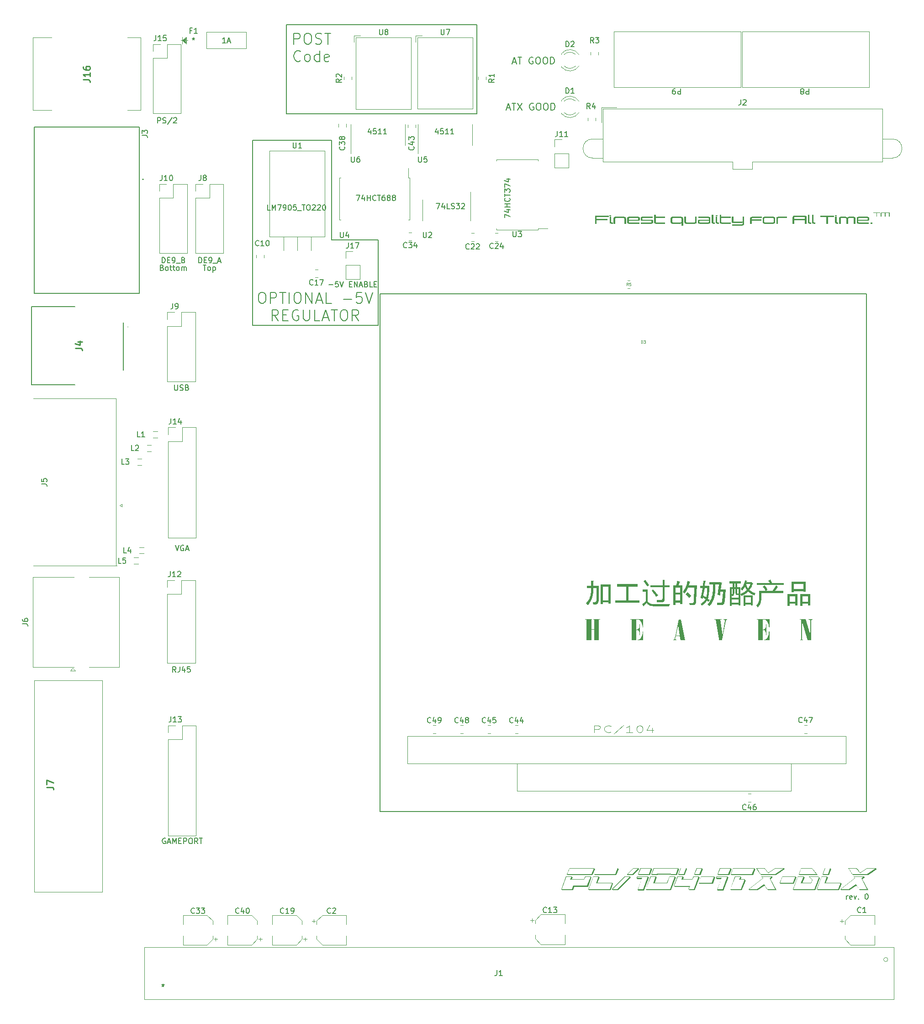
<source format=gbr>
%TF.GenerationSoftware,KiCad,Pcbnew,(6.0.11)*%
%TF.CreationDate,2023-04-06T16:38:06-06:00*%
%TF.ProjectId,isa-itx-pc104-backplane,6973612d-6974-4782-9d70-633130342d62,rev?*%
%TF.SameCoordinates,Original*%
%TF.FileFunction,Legend,Top*%
%TF.FilePolarity,Positive*%
%FSLAX46Y46*%
G04 Gerber Fmt 4.6, Leading zero omitted, Abs format (unit mm)*
G04 Created by KiCad (PCBNEW (6.0.11)) date 2023-04-06 16:38:06*
%MOMM*%
%LPD*%
G01*
G04 APERTURE LIST*
%ADD10C,0.000000*%
%ADD11C,0.150000*%
%ADD12C,0.100000*%
%ADD13C,0.080000*%
%ADD14C,0.254000*%
%ADD15C,0.120000*%
%ADD16C,0.200000*%
%ADD17C,0.127000*%
G04 APERTURE END LIST*
D10*
G36*
X181784685Y108929549D02*
G01*
X181429085Y108929549D01*
X181429085Y109120049D01*
X181784685Y109120049D01*
X181784685Y108929549D01*
G37*
G36*
X162110304Y108929549D02*
G01*
X161754704Y108929549D01*
X161754704Y109120049D01*
X162110304Y109120049D01*
X162110304Y108929549D01*
G37*
G36*
X203914389Y108929549D02*
G01*
X203558791Y108929549D01*
X203558791Y109120049D01*
X203914389Y109120049D01*
X203914389Y108929549D01*
G37*
G36*
X212739860Y109605122D02*
G01*
X212749058Y109604788D01*
X212757950Y109604229D01*
X212766536Y109603448D01*
X212774817Y109602444D01*
X212782791Y109601216D01*
X212790460Y109599765D01*
X212797822Y109598090D01*
X212804879Y109596193D01*
X212811630Y109594072D01*
X212818075Y109591728D01*
X212824215Y109589161D01*
X212830048Y109586370D01*
X212835575Y109583356D01*
X212840797Y109580119D01*
X212845713Y109576659D01*
X212850360Y109572947D01*
X212854775Y109568953D01*
X212858959Y109564678D01*
X212862911Y109560123D01*
X212866631Y109555286D01*
X212870119Y109550168D01*
X212873376Y109544768D01*
X212876401Y109539088D01*
X212879195Y109533127D01*
X212881757Y109526884D01*
X212884087Y109520361D01*
X212886185Y109513556D01*
X212888052Y109506470D01*
X212889688Y109499103D01*
X212891091Y109491455D01*
X212892264Y109483526D01*
X212893559Y109491455D01*
X212895069Y109499103D01*
X212896794Y109506470D01*
X212898735Y109513556D01*
X212900891Y109520361D01*
X212903263Y109526884D01*
X212905849Y109533127D01*
X212908651Y109539088D01*
X212911668Y109544768D01*
X212914901Y109550168D01*
X212918348Y109555286D01*
X212922011Y109560123D01*
X212925889Y109564678D01*
X212929982Y109568953D01*
X212934291Y109572947D01*
X212938814Y109576659D01*
X212943730Y109580119D01*
X212948952Y109583356D01*
X212954480Y109586370D01*
X212960313Y109589161D01*
X212966452Y109591728D01*
X212972898Y109594072D01*
X212979649Y109596193D01*
X212986706Y109598090D01*
X212994069Y109599765D01*
X213001737Y109601216D01*
X213009712Y109602444D01*
X213017993Y109603448D01*
X213026579Y109604229D01*
X213035472Y109604788D01*
X213044670Y109605122D01*
X213054175Y109605234D01*
X213570605Y109605234D01*
X213580882Y109605077D01*
X213590813Y109604606D01*
X213600396Y109603820D01*
X213609632Y109602721D01*
X213618520Y109601307D01*
X213627062Y109599579D01*
X213635256Y109597536D01*
X213643102Y109595180D01*
X213650602Y109592509D01*
X213657754Y109589525D01*
X213664559Y109586225D01*
X213671016Y109582612D01*
X213677127Y109578685D01*
X213682889Y109574443D01*
X213688305Y109569888D01*
X213693373Y109565018D01*
X213698114Y109559957D01*
X213702549Y109554567D01*
X213706678Y109548845D01*
X213710501Y109542793D01*
X213714019Y109536409D01*
X213717230Y109529696D01*
X213720136Y109522651D01*
X213722736Y109515276D01*
X213725030Y109507570D01*
X213727018Y109499533D01*
X213728700Y109491166D01*
X213730076Y109482468D01*
X213731147Y109473439D01*
X213731912Y109464079D01*
X213732370Y109454389D01*
X213732523Y109444367D01*
X213732523Y108864400D01*
X213582243Y108864400D01*
X213582243Y109409442D01*
X213582185Y109413854D01*
X213582012Y109418091D01*
X213581723Y109422155D01*
X213581318Y109426045D01*
X213580798Y109429762D01*
X213580162Y109433305D01*
X213579411Y109436674D01*
X213578543Y109439869D01*
X213577561Y109442892D01*
X213576462Y109445740D01*
X213575248Y109448415D01*
X213573918Y109450916D01*
X213572473Y109453243D01*
X213570912Y109455397D01*
X213569235Y109457377D01*
X213567442Y109459184D01*
X213565645Y109460978D01*
X213563691Y109462657D01*
X213561579Y109464219D01*
X213559311Y109465666D01*
X213556886Y109466997D01*
X213554304Y109468213D01*
X213551564Y109469312D01*
X213548668Y109470296D01*
X213545614Y109471165D01*
X213542404Y109471917D01*
X213539036Y109472554D01*
X213535512Y109473074D01*
X213531830Y109473480D01*
X213527991Y109473769D01*
X213523995Y109473943D01*
X213519842Y109474000D01*
X213030894Y109474000D01*
X213026736Y109473943D01*
X213022728Y109473769D01*
X213018868Y109473480D01*
X213015156Y109473074D01*
X213011593Y109472554D01*
X213008178Y109471917D01*
X213004912Y109471165D01*
X213001794Y109470296D01*
X212998824Y109469312D01*
X212996003Y109468213D01*
X212993331Y109466997D01*
X212990807Y109465666D01*
X212988431Y109464219D01*
X212986204Y109462657D01*
X212984125Y109460978D01*
X212982195Y109459184D01*
X212980403Y109457249D01*
X212978726Y109455149D01*
X212977165Y109452884D01*
X212975719Y109450453D01*
X212974389Y109447856D01*
X212973175Y109445095D01*
X212972077Y109442168D01*
X212971094Y109439076D01*
X212970227Y109435818D01*
X212969475Y109432395D01*
X212968839Y109428807D01*
X212968319Y109425053D01*
X212967914Y109421134D01*
X212967625Y109417049D01*
X212967452Y109412799D01*
X212967394Y109408384D01*
X212967394Y108864400D01*
X212817110Y108864400D01*
X212817110Y109408384D01*
X212817053Y109412799D01*
X212816879Y109417049D01*
X212816590Y109421133D01*
X212816185Y109425053D01*
X212815665Y109428806D01*
X212815029Y109432395D01*
X212814278Y109435818D01*
X212813411Y109439076D01*
X212812428Y109442168D01*
X212811329Y109445095D01*
X212810115Y109447856D01*
X212808785Y109450453D01*
X212807340Y109452884D01*
X212805779Y109455149D01*
X212804102Y109457249D01*
X212802309Y109459184D01*
X212800384Y109460978D01*
X212798310Y109462657D01*
X212796087Y109464219D01*
X212793715Y109465666D01*
X212791193Y109466997D01*
X212788523Y109468213D01*
X212785703Y109469312D01*
X212782734Y109470296D01*
X212779616Y109471165D01*
X212776348Y109471917D01*
X212772932Y109472554D01*
X212769366Y109473074D01*
X212765651Y109473480D01*
X212761787Y109473769D01*
X212757774Y109473943D01*
X212753611Y109474000D01*
X212264662Y109474000D01*
X212260509Y109473943D01*
X212256513Y109473769D01*
X212252675Y109473480D01*
X212248993Y109473074D01*
X212245468Y109472554D01*
X212242101Y109471917D01*
X212238890Y109471165D01*
X212235837Y109470296D01*
X212232940Y109469312D01*
X212230201Y109468213D01*
X212227619Y109466997D01*
X212225193Y109465666D01*
X212222925Y109464219D01*
X212220814Y109462657D01*
X212218860Y109460978D01*
X212217062Y109459184D01*
X212215397Y109457377D01*
X212213840Y109455397D01*
X212212390Y109453243D01*
X212211047Y109450916D01*
X212209812Y109448415D01*
X212208684Y109445740D01*
X212207664Y109442891D01*
X212206751Y109439869D01*
X212205945Y109436674D01*
X212205247Y109433304D01*
X212204656Y109429761D01*
X212204173Y109426045D01*
X212203797Y109422155D01*
X212203529Y109418091D01*
X212203368Y109413853D01*
X212203314Y109409442D01*
X212203314Y108864400D01*
X212051970Y108864400D01*
X212051970Y109444367D01*
X212052123Y109454389D01*
X212052582Y109464079D01*
X212053346Y109473439D01*
X212054417Y109482468D01*
X212055793Y109491166D01*
X212057475Y109499533D01*
X212059463Y109507570D01*
X212061757Y109515276D01*
X212064357Y109522651D01*
X212067263Y109529696D01*
X212070474Y109536409D01*
X212073992Y109542793D01*
X212077815Y109548845D01*
X212081944Y109554567D01*
X212086379Y109559957D01*
X212091120Y109565018D01*
X212096188Y109569888D01*
X212101602Y109574443D01*
X212107365Y109578685D01*
X212113474Y109582612D01*
X212119931Y109586225D01*
X212126735Y109589525D01*
X212133887Y109592509D01*
X212141386Y109595180D01*
X212149232Y109597536D01*
X212157426Y109599579D01*
X212165967Y109601307D01*
X212174856Y109602721D01*
X212184092Y109603820D01*
X212193675Y109604606D01*
X212203606Y109605077D01*
X212213885Y109605234D01*
X212730357Y109605234D01*
X212739860Y109605122D01*
G37*
G36*
X211963000Y109474000D02*
G01*
X211388323Y109474000D01*
X211388323Y108864400D01*
X211238039Y108864400D01*
X211238039Y109474000D01*
X210663363Y109474000D01*
X210663363Y109605234D01*
X211963000Y109605234D01*
X211963000Y109474000D01*
G37*
G36*
X207584970Y108496617D02*
G01*
X207585838Y108515973D01*
X207587285Y108534650D01*
X207589311Y108552650D01*
X207591915Y108569972D01*
X207595098Y108586616D01*
X207598860Y108602582D01*
X207603201Y108617870D01*
X207608120Y108632480D01*
X207613618Y108646412D01*
X207619695Y108659666D01*
X207626351Y108672242D01*
X207633586Y108684140D01*
X207641399Y108695360D01*
X207649791Y108705902D01*
X207658762Y108715766D01*
X207668635Y108725249D01*
X207679201Y108734121D01*
X207690463Y108742381D01*
X207702419Y108750029D01*
X207715069Y108757066D01*
X207728414Y108763490D01*
X207742453Y108769303D01*
X207757187Y108774503D01*
X207772616Y108779092D01*
X207788739Y108783069D01*
X207805556Y108786434D01*
X207823068Y108789188D01*
X207841274Y108791329D01*
X207860175Y108792859D01*
X207879771Y108793776D01*
X207900061Y108794082D01*
X209639960Y108794082D01*
X209657910Y108793810D01*
X209675248Y108792991D01*
X209691975Y108791627D01*
X209708090Y108789717D01*
X209723593Y108787261D01*
X209738484Y108784260D01*
X209752763Y108780713D01*
X209766431Y108776620D01*
X209779486Y108771981D01*
X209791930Y108766797D01*
X209803762Y108761067D01*
X209814982Y108754792D01*
X209825590Y108747971D01*
X209835586Y108740604D01*
X209844971Y108732691D01*
X209853743Y108724232D01*
X209862201Y108715187D01*
X209870114Y108705513D01*
X209877481Y108695211D01*
X209884302Y108684280D01*
X209890578Y108672721D01*
X209896308Y108660534D01*
X209901492Y108647718D01*
X209906131Y108634274D01*
X209910224Y108620202D01*
X209913771Y108605501D01*
X209916772Y108590171D01*
X209919228Y108574214D01*
X209921138Y108557628D01*
X209922502Y108540413D01*
X209923321Y108522570D01*
X209923594Y108504099D01*
X209923594Y108328416D01*
X209923321Y108309945D01*
X209922502Y108292102D01*
X209921138Y108274888D01*
X209919228Y108258302D01*
X209916772Y108242344D01*
X209913771Y108227015D01*
X209910224Y108212314D01*
X209906131Y108198241D01*
X209901492Y108184797D01*
X209896308Y108171981D01*
X209890578Y108159794D01*
X209884302Y108148235D01*
X209877481Y108137305D01*
X209870114Y108127002D01*
X209862201Y108117328D01*
X209853743Y108108283D01*
X209844971Y108099825D01*
X209835586Y108091912D01*
X209825590Y108084545D01*
X209814982Y108077724D01*
X209803762Y108071448D01*
X209791930Y108065718D01*
X209779486Y108060534D01*
X209766431Y108055896D01*
X209752763Y108051803D01*
X209738484Y108048256D01*
X209723593Y108045254D01*
X209708090Y108042799D01*
X209691975Y108040889D01*
X209675248Y108039525D01*
X209657910Y108038706D01*
X209639960Y108038433D01*
X207874663Y108038433D01*
X207874663Y107896617D01*
X207874778Y107888299D01*
X207875126Y107880279D01*
X207875705Y107872556D01*
X207876515Y107865131D01*
X207877557Y107858004D01*
X207878831Y107851174D01*
X207880336Y107844643D01*
X207882072Y107838408D01*
X207884040Y107832472D01*
X207886240Y107826833D01*
X207888671Y107821491D01*
X207891334Y107816448D01*
X207894228Y107811702D01*
X207897353Y107807254D01*
X207900711Y107803103D01*
X207904299Y107799250D01*
X207908392Y107795662D01*
X207912733Y107792305D01*
X207917322Y107789179D01*
X207922159Y107786285D01*
X207927244Y107783623D01*
X207932577Y107781192D01*
X207938158Y107778993D01*
X207943987Y107777025D01*
X207950064Y107775289D01*
X207956389Y107773784D01*
X207962962Y107772511D01*
X207969784Y107771469D01*
X207976853Y107770658D01*
X207984170Y107770080D01*
X207991735Y107769732D01*
X207999548Y107769617D01*
X209860094Y107769617D01*
X209860094Y107517734D01*
X207900065Y107517734D01*
X207879270Y107518048D01*
X207859220Y107518990D01*
X207839914Y107520561D01*
X207821352Y107522761D01*
X207803534Y107525588D01*
X207786460Y107529044D01*
X207770130Y107533129D01*
X207754545Y107537842D01*
X207739703Y107543183D01*
X207725606Y107549153D01*
X207712253Y107555751D01*
X207699644Y107562977D01*
X207687779Y107570832D01*
X207676658Y107579315D01*
X207666281Y107588427D01*
X207656649Y107598167D01*
X207647934Y107608552D01*
X207639782Y107619598D01*
X207632192Y107631306D01*
X207625163Y107643675D01*
X207618698Y107656706D01*
X207612794Y107670398D01*
X207607453Y107684752D01*
X207602673Y107699767D01*
X207598456Y107715443D01*
X207594802Y107731781D01*
X207591709Y107748781D01*
X207589179Y107766442D01*
X207587211Y107784764D01*
X207585805Y107803748D01*
X207584962Y107823393D01*
X207584681Y107843700D01*
X207584681Y108273383D01*
X207874663Y108273383D01*
X209532008Y108273383D01*
X209538763Y108273474D01*
X209545270Y108273747D01*
X209551529Y108274202D01*
X209557541Y108274838D01*
X209563304Y108275657D01*
X209568819Y108276657D01*
X209574086Y108277840D01*
X209579105Y108279204D01*
X209583876Y108280750D01*
X209588399Y108282478D01*
X209592674Y108284388D01*
X209596701Y108286480D01*
X209600480Y108288754D01*
X209604010Y108291209D01*
X209607293Y108293847D01*
X209610327Y108296666D01*
X209613149Y108299701D01*
X209615788Y108302983D01*
X209618245Y108306514D01*
X209620521Y108310292D01*
X209622614Y108314319D01*
X209624526Y108318594D01*
X209626255Y108323116D01*
X209627802Y108327887D01*
X209629167Y108332906D01*
X209630351Y108338173D01*
X209631352Y108343688D01*
X209632171Y108349451D01*
X209632808Y108355462D01*
X209633263Y108361721D01*
X209633536Y108368228D01*
X209633627Y108374983D01*
X209633627Y108436366D01*
X209633536Y108443129D01*
X209633263Y108449661D01*
X209632808Y108455962D01*
X209632171Y108462031D01*
X209631352Y108467868D01*
X209630351Y108473474D01*
X209629167Y108478848D01*
X209627802Y108483991D01*
X209626255Y108488902D01*
X209624526Y108493582D01*
X209622614Y108498031D01*
X209620521Y108502247D01*
X209618245Y108506233D01*
X209615788Y108509986D01*
X209613149Y108513509D01*
X209610327Y108516799D01*
X209607291Y108519875D01*
X209604006Y108522753D01*
X209600474Y108525431D01*
X209596694Y108527912D01*
X209592667Y108530194D01*
X209588391Y108532278D01*
X209583868Y108534163D01*
X209579097Y108535849D01*
X209574078Y108537338D01*
X209568811Y108538627D01*
X209563297Y108539719D01*
X209557534Y108540612D01*
X209551524Y108541306D01*
X209545266Y108541803D01*
X209538761Y108542100D01*
X209532008Y108542199D01*
X207999544Y108542199D01*
X207990979Y108542067D01*
X207982744Y108541670D01*
X207974839Y108541009D01*
X207967266Y108540083D01*
X207960023Y108538892D01*
X207953111Y108537437D01*
X207946529Y108535717D01*
X207940278Y108533733D01*
X207934358Y108531484D01*
X207928769Y108528970D01*
X207923510Y108526192D01*
X207918582Y108523149D01*
X207913985Y108519842D01*
X207909719Y108516270D01*
X207905783Y108512434D01*
X207902178Y108508333D01*
X207898846Y108504207D01*
X207895729Y108499767D01*
X207892827Y108495013D01*
X207890140Y108489944D01*
X207887668Y108484562D01*
X207885410Y108478865D01*
X207883368Y108472854D01*
X207881541Y108466529D01*
X207879929Y108459889D01*
X207878532Y108452936D01*
X207877349Y108445668D01*
X207876382Y108438086D01*
X207875630Y108430190D01*
X207875093Y108421979D01*
X207874770Y108413455D01*
X207874663Y108404616D01*
X207874663Y108273383D01*
X207584681Y108273383D01*
X207584681Y108476583D01*
X207584970Y108496617D01*
G37*
G36*
X165052753Y108496617D02*
G01*
X165053621Y108515973D01*
X165055068Y108534650D01*
X165057094Y108552650D01*
X165059699Y108569972D01*
X165062882Y108586616D01*
X165066644Y108602582D01*
X165070985Y108617870D01*
X165075904Y108632480D01*
X165081403Y108646412D01*
X165087480Y108659666D01*
X165094136Y108672242D01*
X165101370Y108684140D01*
X165109184Y108695360D01*
X165117576Y108705902D01*
X165126547Y108715766D01*
X165136419Y108725249D01*
X165146986Y108734121D01*
X165158248Y108742381D01*
X165170204Y108750029D01*
X165182854Y108757066D01*
X165196199Y108763490D01*
X165210238Y108769303D01*
X165224972Y108774503D01*
X165240401Y108779092D01*
X165256523Y108783069D01*
X165273341Y108786434D01*
X165290853Y108789188D01*
X165309059Y108791329D01*
X165327960Y108792859D01*
X165347556Y108793776D01*
X165367846Y108794082D01*
X167107745Y108794082D01*
X167125695Y108793810D01*
X167143033Y108792991D01*
X167159760Y108791627D01*
X167175875Y108789717D01*
X167191378Y108787261D01*
X167206269Y108784260D01*
X167220548Y108780713D01*
X167234216Y108776620D01*
X167247271Y108771981D01*
X167259715Y108766797D01*
X167271547Y108761067D01*
X167282767Y108754792D01*
X167293375Y108747971D01*
X167303371Y108740604D01*
X167312755Y108732691D01*
X167321528Y108724232D01*
X167329986Y108715187D01*
X167337899Y108705513D01*
X167345266Y108695211D01*
X167352088Y108684280D01*
X167358364Y108672721D01*
X167364093Y108660534D01*
X167369278Y108647718D01*
X167373916Y108634274D01*
X167378009Y108620202D01*
X167381556Y108605501D01*
X167384557Y108590171D01*
X167387013Y108574214D01*
X167388923Y108557628D01*
X167390287Y108540413D01*
X167391106Y108522570D01*
X167391379Y108504099D01*
X167391379Y108328416D01*
X167391106Y108309945D01*
X167390287Y108292102D01*
X167388923Y108274888D01*
X167387013Y108258302D01*
X167384557Y108242344D01*
X167381556Y108227015D01*
X167378009Y108212314D01*
X167373916Y108198241D01*
X167369278Y108184797D01*
X167364093Y108171981D01*
X167358364Y108159794D01*
X167352088Y108148235D01*
X167345266Y108137305D01*
X167337899Y108127002D01*
X167329986Y108117328D01*
X167321528Y108108283D01*
X167312755Y108099825D01*
X167303371Y108091912D01*
X167293375Y108084545D01*
X167282767Y108077724D01*
X167271547Y108071448D01*
X167259715Y108065718D01*
X167247271Y108060534D01*
X167234216Y108055896D01*
X167220548Y108051803D01*
X167206269Y108048256D01*
X167191378Y108045254D01*
X167175875Y108042799D01*
X167159760Y108040889D01*
X167143033Y108039525D01*
X167125695Y108038706D01*
X167107745Y108038433D01*
X165342448Y108038433D01*
X165342448Y107896617D01*
X165342563Y107888299D01*
X165342911Y107880279D01*
X165343489Y107872556D01*
X165344300Y107865131D01*
X165345342Y107858004D01*
X165346615Y107851174D01*
X165348120Y107844643D01*
X165349856Y107838408D01*
X165351824Y107832472D01*
X165354024Y107826833D01*
X165356454Y107821491D01*
X165359117Y107816448D01*
X165362011Y107811702D01*
X165365137Y107807254D01*
X165368494Y107803103D01*
X165372082Y107799250D01*
X165376175Y107795662D01*
X165380515Y107792305D01*
X165385104Y107789179D01*
X165389941Y107786285D01*
X165395026Y107783623D01*
X165400359Y107781192D01*
X165405941Y107778993D01*
X165411770Y107777025D01*
X165417847Y107775289D01*
X165424172Y107773784D01*
X165430746Y107772511D01*
X165437567Y107771469D01*
X165444637Y107770658D01*
X165451954Y107770080D01*
X165459520Y107769732D01*
X165467333Y107769617D01*
X167327881Y107769617D01*
X167327881Y107517734D01*
X165367850Y107517734D01*
X165347055Y107518048D01*
X165327005Y107518990D01*
X165307699Y107520561D01*
X165289136Y107522761D01*
X165271319Y107525588D01*
X165254245Y107529044D01*
X165237915Y107533129D01*
X165222329Y107537842D01*
X165207488Y107543183D01*
X165193391Y107549153D01*
X165180038Y107555751D01*
X165167429Y107562977D01*
X165155564Y107570832D01*
X165144443Y107579315D01*
X165134066Y107588427D01*
X165124434Y107598167D01*
X165115718Y107608552D01*
X165107566Y107619598D01*
X165099975Y107631306D01*
X165092946Y107643675D01*
X165086480Y107656706D01*
X165080577Y107670398D01*
X165075235Y107684752D01*
X165070456Y107699767D01*
X165066239Y107715443D01*
X165062584Y107731781D01*
X165059492Y107748781D01*
X165056962Y107766442D01*
X165054994Y107784764D01*
X165053588Y107803748D01*
X165052745Y107823393D01*
X165052464Y107843700D01*
X165052464Y108273383D01*
X165342448Y108273383D01*
X166999796Y108273383D01*
X167006552Y108273474D01*
X167013059Y108273747D01*
X167019318Y108274202D01*
X167025329Y108274838D01*
X167031092Y108275657D01*
X167036607Y108276657D01*
X167041873Y108277840D01*
X167046892Y108279204D01*
X167051663Y108280750D01*
X167056186Y108282478D01*
X167060460Y108284388D01*
X167064487Y108286480D01*
X167068266Y108288754D01*
X167071796Y108291209D01*
X167075079Y108293847D01*
X167078114Y108296666D01*
X167080934Y108299701D01*
X167083571Y108302983D01*
X167086027Y108306514D01*
X167088301Y108310292D01*
X167090393Y108314319D01*
X167092303Y108318594D01*
X167094032Y108323116D01*
X167095578Y108327887D01*
X167096942Y108332906D01*
X167098124Y108338173D01*
X167099125Y108343688D01*
X167099944Y108349451D01*
X167100580Y108355462D01*
X167101035Y108361721D01*
X167101308Y108368228D01*
X167101399Y108374983D01*
X167101399Y108436366D01*
X167101308Y108443129D01*
X167101035Y108449661D01*
X167100580Y108455962D01*
X167099944Y108462031D01*
X167099125Y108467868D01*
X167098124Y108473474D01*
X167096942Y108478848D01*
X167095578Y108483991D01*
X167094032Y108488902D01*
X167092303Y108493582D01*
X167090393Y108498031D01*
X167088301Y108502247D01*
X167086027Y108506233D01*
X167083571Y108509986D01*
X167080934Y108513509D01*
X167078114Y108516799D01*
X167075079Y108519875D01*
X167071796Y108522753D01*
X167068266Y108525431D01*
X167064487Y108527912D01*
X167060460Y108530194D01*
X167056186Y108532278D01*
X167051663Y108534163D01*
X167046892Y108535849D01*
X167041873Y108537338D01*
X167036607Y108538627D01*
X167031092Y108539719D01*
X167025329Y108540612D01*
X167019318Y108541306D01*
X167013059Y108541803D01*
X167006552Y108542100D01*
X166999796Y108542199D01*
X165467329Y108542199D01*
X165458764Y108542067D01*
X165450529Y108541670D01*
X165442624Y108541009D01*
X165435051Y108540083D01*
X165427808Y108538892D01*
X165420895Y108537437D01*
X165414314Y108535717D01*
X165408063Y108533733D01*
X165402143Y108531484D01*
X165396554Y108528970D01*
X165391295Y108526192D01*
X165386367Y108523149D01*
X165381770Y108519842D01*
X165377504Y108516270D01*
X165373568Y108512434D01*
X165369963Y108508333D01*
X165366631Y108504207D01*
X165363514Y108499767D01*
X165360612Y108495013D01*
X165357925Y108489944D01*
X165355453Y108484562D01*
X165353196Y108478865D01*
X165351154Y108472854D01*
X165349327Y108466529D01*
X165347714Y108459889D01*
X165346317Y108452936D01*
X165345135Y108445668D01*
X165344167Y108438086D01*
X165343415Y108430190D01*
X165342878Y108421979D01*
X165342555Y108413455D01*
X165342448Y108404616D01*
X165342448Y108273383D01*
X165052464Y108273383D01*
X165052464Y108476583D01*
X165052753Y108496617D01*
G37*
G36*
X178146404Y108001871D02*
G01*
X178147198Y108019714D01*
X178148521Y108036928D01*
X178150373Y108053514D01*
X178152754Y108069472D01*
X178155664Y108084801D01*
X178159104Y108099502D01*
X178163073Y108113575D01*
X178167571Y108127019D01*
X178172598Y108139835D01*
X178178154Y108152022D01*
X178184239Y108163581D01*
X178190854Y108174511D01*
X178197998Y108184814D01*
X178205671Y108194487D01*
X178213873Y108203533D01*
X178222646Y108211991D01*
X178232031Y108219904D01*
X178242027Y108227271D01*
X178252635Y108234092D01*
X178263855Y108240368D01*
X178275687Y108246098D01*
X178288131Y108251282D01*
X178301186Y108255920D01*
X178314854Y108260013D01*
X178329133Y108263560D01*
X178344024Y108266562D01*
X178359527Y108269017D01*
X178375641Y108270927D01*
X178392368Y108272291D01*
X178409706Y108273110D01*
X178427656Y108273383D01*
X180195071Y108273383D01*
X180195073Y108415199D01*
X180194957Y108423517D01*
X180194609Y108431537D01*
X180194031Y108439260D01*
X180193220Y108446685D01*
X180192179Y108453812D01*
X180190905Y108460642D01*
X180189400Y108467174D01*
X180187664Y108473408D01*
X180185696Y108479344D01*
X180183497Y108484983D01*
X180181066Y108490325D01*
X180178403Y108495368D01*
X180175509Y108500114D01*
X180172384Y108504562D01*
X180169027Y108508713D01*
X180165438Y108512566D01*
X180161593Y108516155D01*
X180157467Y108519511D01*
X180153060Y108522637D01*
X180148372Y108525531D01*
X180143403Y108528193D01*
X180138152Y108530624D01*
X180132621Y108532823D01*
X180126808Y108534791D01*
X180120715Y108536528D01*
X180114340Y108538032D01*
X180107684Y108539306D01*
X180100747Y108540348D01*
X180093529Y108541158D01*
X180086030Y108541737D01*
X180078250Y108542084D01*
X180070189Y108542200D01*
X178209641Y108542200D01*
X178209641Y108794082D01*
X180169672Y108794082D01*
X180189954Y108793777D01*
X180209525Y108792859D01*
X180228385Y108791329D01*
X180246534Y108789188D01*
X180263972Y108786434D01*
X180280698Y108783069D01*
X180296714Y108779092D01*
X180312018Y108774503D01*
X180326612Y108769303D01*
X180340494Y108763490D01*
X180353665Y108757066D01*
X180366126Y108750029D01*
X180377875Y108742381D01*
X180388913Y108734121D01*
X180399240Y108725250D01*
X180408856Y108715766D01*
X180418083Y108705902D01*
X180426715Y108695360D01*
X180434751Y108684140D01*
X180442192Y108672242D01*
X180449038Y108659666D01*
X180455289Y108646412D01*
X180460944Y108632480D01*
X180466004Y108617870D01*
X180470469Y108602582D01*
X180474339Y108586616D01*
X180477613Y108569972D01*
X180480292Y108552650D01*
X180482375Y108534650D01*
X180483864Y108515973D01*
X180484757Y108496617D01*
X180485054Y108476583D01*
X180485054Y107835233D01*
X180484757Y107815191D01*
X180483864Y107795810D01*
X180482375Y107777091D01*
X180480292Y107759033D01*
X180477613Y107741637D01*
X180474339Y107724902D01*
X180470469Y107708829D01*
X180466004Y107693417D01*
X180460944Y107678666D01*
X180455289Y107664577D01*
X180449038Y107651150D01*
X180442192Y107638383D01*
X180434751Y107626279D01*
X180426715Y107614836D01*
X180418083Y107604054D01*
X180408856Y107593933D01*
X180399240Y107584706D01*
X180388913Y107576074D01*
X180377875Y107568037D01*
X180366126Y107560596D01*
X180353665Y107553750D01*
X180340494Y107547499D01*
X180326612Y107541844D01*
X180312018Y107536784D01*
X180296714Y107532319D01*
X180280698Y107528449D01*
X180263972Y107525175D01*
X180246534Y107522496D01*
X180228385Y107520412D01*
X180209525Y107518924D01*
X180189954Y107518031D01*
X180169672Y107517733D01*
X178429774Y107517733D01*
X178411815Y107518006D01*
X178394452Y107518825D01*
X178377684Y107520189D01*
X178361511Y107522099D01*
X178345934Y107524555D01*
X178330952Y107527556D01*
X178316565Y107531103D01*
X178302774Y107535196D01*
X178289578Y107539834D01*
X178276977Y107545019D01*
X178264972Y107550749D01*
X178253561Y107557024D01*
X178242746Y107563845D01*
X178232527Y107571212D01*
X178222902Y107579125D01*
X178213873Y107587583D01*
X178205671Y107596629D01*
X178197998Y107606303D01*
X178190854Y107616605D01*
X178184239Y107627536D01*
X178178154Y107639094D01*
X178172598Y107651282D01*
X178167571Y107664098D01*
X178163073Y107677542D01*
X178159104Y107691614D01*
X178155664Y107706315D01*
X178152754Y107721644D01*
X178150373Y107737602D01*
X178148521Y107754188D01*
X178147198Y107771403D01*
X178146404Y107789245D01*
X178146139Y107807717D01*
X178146139Y107873333D01*
X178436123Y107873333D01*
X178436214Y107866570D01*
X178436487Y107860038D01*
X178436942Y107853738D01*
X178437578Y107847669D01*
X178438397Y107841831D01*
X178439397Y107836226D01*
X178440580Y107830851D01*
X178441944Y107825708D01*
X178443490Y107820797D01*
X178445219Y107816117D01*
X178447129Y107811669D01*
X178449221Y107807452D01*
X178451495Y107803467D01*
X178453951Y107799713D01*
X178456588Y107796191D01*
X178459408Y107792900D01*
X178462443Y107790081D01*
X178465726Y107787443D01*
X178469256Y107784987D01*
X178473035Y107782714D01*
X178477062Y107780622D01*
X178481336Y107778712D01*
X178485859Y107776984D01*
X178490630Y107775438D01*
X178495648Y107774073D01*
X178500915Y107772891D01*
X178506430Y107771890D01*
X178512192Y107771072D01*
X178518203Y107770435D01*
X178524462Y107769981D01*
X178530969Y107769708D01*
X178537724Y107769617D01*
X180070189Y107769617D01*
X180078250Y107769732D01*
X180086031Y107770080D01*
X180093530Y107770659D01*
X180100748Y107771469D01*
X180107686Y107772511D01*
X180114341Y107773784D01*
X180120716Y107775289D01*
X180126810Y107777025D01*
X180132622Y107778993D01*
X180138154Y107781192D01*
X180143404Y107783623D01*
X180148373Y107786285D01*
X180153061Y107789179D01*
X180157468Y107792305D01*
X180161593Y107795662D01*
X180165438Y107799250D01*
X180169027Y107803103D01*
X180172384Y107807254D01*
X180175509Y107811702D01*
X180178403Y107816448D01*
X180181066Y107821492D01*
X180183497Y107826833D01*
X180185696Y107832472D01*
X180187664Y107838408D01*
X180189400Y107844643D01*
X180190905Y107851174D01*
X180192179Y107858004D01*
X180193220Y107865131D01*
X180194031Y107872556D01*
X180194609Y107880279D01*
X180194957Y107888299D01*
X180195073Y107896617D01*
X180195073Y108038433D01*
X178537724Y108038433D01*
X178530969Y108038342D01*
X178524462Y108038069D01*
X178518203Y108037615D01*
X178512192Y108036978D01*
X178506429Y108036159D01*
X178500914Y108035159D01*
X178495648Y108033977D01*
X178490629Y108032612D01*
X178485858Y108031066D01*
X178481335Y108029338D01*
X178477061Y108027428D01*
X178473034Y108025336D01*
X178469255Y108023063D01*
X178465725Y108020607D01*
X178462443Y108017969D01*
X178459408Y108015150D01*
X178456588Y108012115D01*
X178453951Y108008833D01*
X178451495Y108005302D01*
X178449221Y108001524D01*
X178447129Y107997497D01*
X178445219Y107993223D01*
X178443490Y107988700D01*
X178441944Y107983929D01*
X178440580Y107978910D01*
X178439397Y107973643D01*
X178438397Y107968128D01*
X178437578Y107962366D01*
X178436942Y107956354D01*
X178436487Y107950095D01*
X178436214Y107943588D01*
X178436123Y107936833D01*
X178436123Y107873333D01*
X178146139Y107873333D01*
X178146139Y107983400D01*
X178146404Y108001871D01*
G37*
G36*
X203421206Y108736933D02*
G01*
X202271857Y108736933D01*
X202271857Y107517733D01*
X201971289Y107517733D01*
X201971289Y108736933D01*
X200821940Y108736933D01*
X200821940Y108999399D01*
X203421206Y108999399D01*
X203421206Y108736933D01*
G37*
G36*
X199604864Y107888150D02*
G01*
X199604972Y107880353D01*
X199605294Y107872837D01*
X199605832Y107865602D01*
X199606584Y107858649D01*
X199607551Y107851976D01*
X199608733Y107845585D01*
X199610131Y107839475D01*
X199611743Y107833646D01*
X199613570Y107828098D01*
X199615612Y107822831D01*
X199617869Y107817845D01*
X199620341Y107813141D01*
X199623028Y107808717D01*
X199625931Y107804575D01*
X199629048Y107800713D01*
X199632380Y107797133D01*
X199635960Y107793801D01*
X199639821Y107790684D01*
X199643964Y107787782D01*
X199648387Y107785095D01*
X199653092Y107782623D01*
X199658078Y107780365D01*
X199663344Y107778323D01*
X199668892Y107776496D01*
X199674721Y107774883D01*
X199680831Y107773486D01*
X199687222Y107772304D01*
X199693895Y107771336D01*
X199700848Y107770584D01*
X199708083Y107770047D01*
X199715598Y107769724D01*
X199723395Y107769617D01*
X199899081Y107769617D01*
X199899081Y107517733D01*
X199628149Y107517733D01*
X199607868Y107518023D01*
X199588297Y107518891D01*
X199569437Y107520338D01*
X199551288Y107522364D01*
X199533850Y107524968D01*
X199517123Y107528152D01*
X199501108Y107531914D01*
X199485803Y107536254D01*
X199471209Y107541174D01*
X199457327Y107546672D01*
X199444155Y107552749D01*
X199431695Y107559405D01*
X199419945Y107566640D01*
X199408907Y107574454D01*
X199398580Y107582846D01*
X199388964Y107591817D01*
X199379993Y107601673D01*
X199371601Y107612190D01*
X199363787Y107623368D01*
X199356553Y107635208D01*
X199349897Y107647710D01*
X199343820Y107660873D01*
X199338322Y107674697D01*
X199333402Y107689183D01*
X199329062Y107704331D01*
X199325300Y107720140D01*
X199322117Y107736610D01*
X199319513Y107753742D01*
X199317487Y107771535D01*
X199316040Y107789990D01*
X199315172Y107809106D01*
X199314883Y107828883D01*
X199314883Y109147565D01*
X199604864Y109147565D01*
X199604864Y107888150D01*
G37*
G36*
X190022738Y108542199D02*
G01*
X188274372Y108542199D01*
X188264484Y108542059D01*
X188254926Y108541637D01*
X188245699Y108540934D01*
X188236802Y108539950D01*
X188228236Y108538685D01*
X188220001Y108537139D01*
X188212096Y108535312D01*
X188204522Y108533203D01*
X188197279Y108530814D01*
X188190367Y108528143D01*
X188183785Y108525192D01*
X188177534Y108521959D01*
X188171614Y108518445D01*
X188166025Y108514649D01*
X188160766Y108510573D01*
X188155838Y108506216D01*
X188151481Y108501784D01*
X188147404Y108496955D01*
X188143609Y108491730D01*
X188140094Y108486108D01*
X188136861Y108480088D01*
X188133909Y108473672D01*
X188131239Y108466859D01*
X188128849Y108459649D01*
X188126740Y108452042D01*
X188124913Y108444039D01*
X188123367Y108435638D01*
X188122101Y108426841D01*
X188121118Y108417647D01*
X188120415Y108408056D01*
X188119993Y108398068D01*
X188119852Y108387683D01*
X188119852Y108281849D01*
X189902085Y108281849D01*
X189902085Y108029966D01*
X188119854Y108029966D01*
X188119854Y107517733D01*
X187829872Y107517733D01*
X187829872Y108427899D01*
X187830220Y108451059D01*
X187831261Y108473441D01*
X187832998Y108495046D01*
X187835429Y108515873D01*
X187838554Y108535924D01*
X187842374Y108555197D01*
X187846888Y108573693D01*
X187852097Y108591412D01*
X187858001Y108608353D01*
X187864599Y108624518D01*
X187871891Y108639905D01*
X187879878Y108654515D01*
X187888560Y108668348D01*
X187897936Y108681403D01*
X187908007Y108693681D01*
X187918772Y108705183D01*
X187930530Y108715948D01*
X187943048Y108726018D01*
X187956327Y108735395D01*
X187970366Y108744076D01*
X187985166Y108752063D01*
X188000727Y108759356D01*
X188017048Y108765954D01*
X188034130Y108771858D01*
X188051973Y108777066D01*
X188070577Y108781581D01*
X188089941Y108785401D01*
X188110066Y108788526D01*
X188130951Y108790957D01*
X188152597Y108792693D01*
X188175004Y108793735D01*
X188198172Y108794083D01*
X190022738Y108794083D01*
X190022738Y108542199D01*
G37*
G36*
X175940581Y107896617D02*
G01*
X175940696Y107888299D01*
X175941044Y107880279D01*
X175941623Y107872556D01*
X175942433Y107865131D01*
X175943475Y107858004D01*
X175944748Y107851174D01*
X175946253Y107844642D01*
X175947989Y107838408D01*
X175949957Y107832472D01*
X175952157Y107826833D01*
X175954588Y107821491D01*
X175957250Y107816448D01*
X175960144Y107811702D01*
X175963270Y107807254D01*
X175966627Y107803103D01*
X175970215Y107799250D01*
X175974068Y107795662D01*
X175978219Y107792305D01*
X175982667Y107789179D01*
X175987414Y107786285D01*
X175992457Y107783623D01*
X175997798Y107781192D01*
X176003437Y107778993D01*
X176009374Y107777025D01*
X176015608Y107775289D01*
X176022140Y107773784D01*
X176028970Y107772511D01*
X176036097Y107771469D01*
X176043521Y107770658D01*
X176051244Y107770080D01*
X176059264Y107769732D01*
X176067582Y107769617D01*
X177532311Y107769617D01*
X177540621Y107769732D01*
X177548616Y107770080D01*
X177556297Y107770658D01*
X177563664Y107771469D01*
X177570717Y107772511D01*
X177577456Y107773784D01*
X177583880Y107775289D01*
X177589990Y107777025D01*
X177595786Y107778993D01*
X177601268Y107781192D01*
X177606436Y107783623D01*
X177611289Y107786285D01*
X177615828Y107789179D01*
X177620053Y107792305D01*
X177623964Y107795662D01*
X177627560Y107799250D01*
X177631149Y107803103D01*
X177634506Y107807254D01*
X177637631Y107811702D01*
X177640525Y107816448D01*
X177643188Y107821491D01*
X177645618Y107826833D01*
X177647818Y107832472D01*
X177649786Y107838408D01*
X177651522Y107844642D01*
X177653027Y107851174D01*
X177654300Y107858004D01*
X177655342Y107865131D01*
X177656153Y107872556D01*
X177656731Y107880279D01*
X177657079Y107888299D01*
X177657194Y107896617D01*
X177657194Y108794082D01*
X177947178Y108794082D01*
X177947178Y107835233D01*
X177946881Y107815191D01*
X177945988Y107795810D01*
X177944499Y107777091D01*
X177942416Y107759033D01*
X177939737Y107741637D01*
X177936462Y107724902D01*
X177932593Y107708829D01*
X177928128Y107693417D01*
X177923068Y107678666D01*
X177917412Y107664577D01*
X177911162Y107651150D01*
X177904315Y107638383D01*
X177896874Y107626279D01*
X177888837Y107614836D01*
X177880205Y107604054D01*
X177870978Y107593933D01*
X177861362Y107584706D01*
X177851035Y107576074D01*
X177839997Y107568037D01*
X177828248Y107560596D01*
X177815787Y107553750D01*
X177802616Y107547499D01*
X177788734Y107541844D01*
X177774140Y107536784D01*
X177758836Y107532319D01*
X177742820Y107528449D01*
X177726094Y107525175D01*
X177708656Y107522496D01*
X177690507Y107520412D01*
X177671647Y107518924D01*
X177652076Y107518031D01*
X177631794Y107517733D01*
X175965979Y107517733D01*
X175945945Y107518031D01*
X175926589Y107518924D01*
X175907911Y107520412D01*
X175889911Y107522496D01*
X175872589Y107525175D01*
X175855945Y107528449D01*
X175839979Y107532319D01*
X175824691Y107536784D01*
X175810081Y107541844D01*
X175796150Y107547499D01*
X175782896Y107553750D01*
X175770320Y107560596D01*
X175758422Y107568037D01*
X175747202Y107576074D01*
X175736660Y107584706D01*
X175726796Y107593933D01*
X175717568Y107604054D01*
X175708937Y107614836D01*
X175700900Y107626279D01*
X175693459Y107638383D01*
X175686613Y107651150D01*
X175680362Y107664577D01*
X175674707Y107678666D01*
X175669647Y107693417D01*
X175665182Y107708829D01*
X175661313Y107724902D01*
X175658038Y107741637D01*
X175655359Y107759033D01*
X175653276Y107777091D01*
X175651788Y107795810D01*
X175650895Y107815191D01*
X175650597Y107835233D01*
X175650597Y108794082D01*
X175940581Y108794082D01*
X175940581Y107896617D01*
G37*
G36*
X210497206Y107517733D02*
G01*
X210147955Y107517733D01*
X210147955Y107767500D01*
X210497206Y107767500D01*
X210497206Y107517733D01*
G37*
G36*
X198859801Y107888150D02*
G01*
X198859908Y107880353D01*
X198860231Y107872837D01*
X198860768Y107865602D01*
X198861520Y107858649D01*
X198862487Y107851976D01*
X198863670Y107845585D01*
X198865067Y107839475D01*
X198866679Y107833646D01*
X198868506Y107828098D01*
X198870548Y107822831D01*
X198872805Y107817845D01*
X198875278Y107813141D01*
X198877965Y107808717D01*
X198880867Y107804575D01*
X198883984Y107800713D01*
X198887316Y107797133D01*
X198890896Y107793801D01*
X198894758Y107790684D01*
X198898900Y107787782D01*
X198903323Y107785095D01*
X198908028Y107782623D01*
X198913014Y107780365D01*
X198918281Y107778323D01*
X198923828Y107776496D01*
X198929657Y107774883D01*
X198935767Y107773486D01*
X198942159Y107772304D01*
X198948831Y107771336D01*
X198955784Y107770584D01*
X198963019Y107770047D01*
X198970534Y107769724D01*
X198978331Y107769617D01*
X199154017Y107769617D01*
X199154017Y107517733D01*
X198883086Y107517733D01*
X198862804Y107518023D01*
X198843233Y107518891D01*
X198824373Y107520338D01*
X198806225Y107522364D01*
X198788787Y107524968D01*
X198772061Y107528152D01*
X198756045Y107531914D01*
X198740741Y107536254D01*
X198726148Y107541174D01*
X198712266Y107546672D01*
X198699094Y107552749D01*
X198686634Y107559405D01*
X198674885Y107566640D01*
X198663847Y107574454D01*
X198653520Y107582846D01*
X198643904Y107591817D01*
X198634933Y107601673D01*
X198626541Y107612190D01*
X198618727Y107623368D01*
X198611492Y107635208D01*
X198604836Y107647710D01*
X198598759Y107660873D01*
X198593260Y107674697D01*
X198588341Y107689183D01*
X198584000Y107704331D01*
X198580237Y107720140D01*
X198577054Y107736610D01*
X198574449Y107753742D01*
X198572423Y107771535D01*
X198570976Y107789990D01*
X198570108Y107809106D01*
X198569819Y107828883D01*
X198569819Y109147565D01*
X198859801Y109147565D01*
X198859801Y107888150D01*
G37*
G36*
X182495884Y108794083D02*
G01*
X184240015Y108794083D01*
X184240015Y108542199D01*
X182495882Y108542199D01*
X182495882Y107896617D01*
X182495998Y107888299D01*
X182496345Y107880279D01*
X182496924Y107872556D01*
X182497735Y107865131D01*
X182498776Y107858004D01*
X182500050Y107851174D01*
X182501555Y107844643D01*
X182503291Y107838408D01*
X182505259Y107832472D01*
X182507458Y107826833D01*
X182509889Y107821491D01*
X182512552Y107816448D01*
X182515446Y107811702D01*
X182518571Y107807254D01*
X182521928Y107803103D01*
X182525517Y107799250D01*
X182529370Y107795662D01*
X182533521Y107792305D01*
X182537969Y107789179D01*
X182542715Y107786285D01*
X182547759Y107783623D01*
X182553100Y107781192D01*
X182558739Y107778993D01*
X182564676Y107777025D01*
X182570910Y107775289D01*
X182577442Y107773784D01*
X182584271Y107772511D01*
X182591398Y107771469D01*
X182598823Y107770658D01*
X182606545Y107770080D01*
X182614565Y107769732D01*
X182622883Y107769617D01*
X184240015Y107769617D01*
X184240015Y107517734D01*
X182525517Y107517734D01*
X182525517Y107517733D01*
X182505218Y107518031D01*
X182485598Y107518924D01*
X182466655Y107520412D01*
X182448390Y107522496D01*
X182430804Y107525175D01*
X182413895Y107528449D01*
X182397665Y107532319D01*
X182382112Y107536784D01*
X182367238Y107541844D01*
X182353041Y107547499D01*
X182339523Y107553750D01*
X182326683Y107560596D01*
X182314520Y107568037D01*
X182303036Y107576074D01*
X182292229Y107584706D01*
X182282101Y107593933D01*
X182272874Y107604054D01*
X182264242Y107614836D01*
X182256205Y107626279D01*
X182248763Y107638383D01*
X182241917Y107651150D01*
X182235666Y107664577D01*
X182230011Y107678666D01*
X182224951Y107693417D01*
X182220486Y107708829D01*
X182216616Y107724902D01*
X182213342Y107741637D01*
X182210663Y107759033D01*
X182208579Y107777091D01*
X182207091Y107795810D01*
X182206198Y107815191D01*
X182205900Y107835233D01*
X182205900Y109147565D01*
X182495884Y109147565D01*
X182495884Y108794083D01*
G37*
G36*
X170337773Y108794083D02*
G01*
X172081904Y108794083D01*
X172081904Y108542199D01*
X170337773Y108542199D01*
X170337773Y107896617D01*
X170337888Y107888299D01*
X170338236Y107880279D01*
X170338815Y107872556D01*
X170339625Y107865131D01*
X170340667Y107858004D01*
X170341940Y107851174D01*
X170343445Y107844643D01*
X170345181Y107838408D01*
X170347149Y107832472D01*
X170349349Y107826833D01*
X170351780Y107821491D01*
X170354442Y107816448D01*
X170357336Y107811702D01*
X170360462Y107807254D01*
X170363819Y107803103D01*
X170367407Y107799250D01*
X170371261Y107795662D01*
X170375412Y107792305D01*
X170379860Y107789179D01*
X170384607Y107786285D01*
X170389650Y107783623D01*
X170394992Y107781192D01*
X170400631Y107778993D01*
X170406568Y107777025D01*
X170412802Y107775289D01*
X170419334Y107773784D01*
X170426163Y107772511D01*
X170433290Y107771469D01*
X170440715Y107770658D01*
X170448437Y107770080D01*
X170456457Y107769732D01*
X170464774Y107769617D01*
X172081907Y107769617D01*
X172081907Y107517734D01*
X170367406Y107517734D01*
X170367406Y107517733D01*
X170367405Y107517733D01*
X170347107Y107518031D01*
X170327486Y107518924D01*
X170308543Y107520412D01*
X170290279Y107522496D01*
X170272692Y107525175D01*
X170255784Y107528449D01*
X170239553Y107532319D01*
X170224001Y107536784D01*
X170209126Y107541844D01*
X170194929Y107547499D01*
X170181411Y107553750D01*
X170168570Y107560596D01*
X170156408Y107568037D01*
X170144923Y107576074D01*
X170134116Y107584706D01*
X170123988Y107593933D01*
X170114760Y107604054D01*
X170106129Y107614836D01*
X170098092Y107626279D01*
X170090651Y107638383D01*
X170083805Y107651150D01*
X170077554Y107664577D01*
X170071899Y107678666D01*
X170066839Y107693417D01*
X170062374Y107708829D01*
X170058505Y107724902D01*
X170055230Y107741637D01*
X170052551Y107759033D01*
X170050468Y107777091D01*
X170048980Y107795810D01*
X170048087Y107815191D01*
X170047789Y107835233D01*
X170047789Y109147565D01*
X170337773Y109147565D01*
X170337773Y108794083D01*
G37*
G36*
X181752936Y107888150D02*
G01*
X181753035Y107880353D01*
X181753333Y107872837D01*
X181753829Y107865602D01*
X181754523Y107858649D01*
X181755416Y107851976D01*
X181756508Y107845585D01*
X181757798Y107839475D01*
X181759286Y107833646D01*
X181760973Y107828098D01*
X181762858Y107822831D01*
X181764941Y107817845D01*
X181767223Y107813141D01*
X181769704Y107808717D01*
X181772383Y107804575D01*
X181775260Y107800713D01*
X181778336Y107797133D01*
X181781924Y107793801D01*
X181785810Y107790684D01*
X181789994Y107787782D01*
X181794475Y107785095D01*
X181799254Y107782623D01*
X181804331Y107780365D01*
X181809705Y107778323D01*
X181815377Y107776496D01*
X181821347Y107774883D01*
X181827614Y107773486D01*
X181834179Y107772304D01*
X181841042Y107771336D01*
X181848203Y107770584D01*
X181855661Y107770047D01*
X181863416Y107769724D01*
X181871470Y107769617D01*
X182047152Y107769617D01*
X182047152Y107517733D01*
X181774102Y107517733D01*
X181753820Y107518023D01*
X181734249Y107518891D01*
X181715389Y107520338D01*
X181697240Y107522364D01*
X181679802Y107524968D01*
X181663075Y107528152D01*
X181647060Y107531914D01*
X181631755Y107536254D01*
X181617162Y107541174D01*
X181603280Y107546672D01*
X181590108Y107552749D01*
X181577648Y107559405D01*
X181565899Y107566640D01*
X181554861Y107574454D01*
X181544534Y107582846D01*
X181534918Y107591817D01*
X181526203Y107601673D01*
X181518051Y107612190D01*
X181510461Y107623368D01*
X181503433Y107635208D01*
X181496967Y107647710D01*
X181491064Y107660873D01*
X181485723Y107674697D01*
X181480944Y107689183D01*
X181476727Y107704331D01*
X181473072Y107720140D01*
X181469980Y107736610D01*
X181467450Y107753742D01*
X181465482Y107771535D01*
X181464076Y107789990D01*
X181463233Y107809106D01*
X181462952Y107828883D01*
X181462952Y108794082D01*
X181752936Y108794082D01*
X181752936Y107888150D01*
G37*
G36*
X195723208Y108697708D02*
G01*
X195724126Y108717089D01*
X195725656Y108735808D01*
X195727797Y108753866D01*
X195730550Y108771262D01*
X195733915Y108787997D01*
X195737892Y108804070D01*
X195742481Y108819482D01*
X195747682Y108834233D01*
X195753494Y108848322D01*
X195759918Y108861750D01*
X195766955Y108874516D01*
X195774603Y108886620D01*
X195782863Y108898064D01*
X195791735Y108908845D01*
X195801218Y108918966D01*
X195811612Y108928706D01*
X195822683Y108937817D01*
X195834432Y108946300D01*
X195846860Y108954155D01*
X195859965Y108961382D01*
X195873748Y108967980D01*
X195888209Y108973949D01*
X195903348Y108979291D01*
X195919165Y108984004D01*
X195935661Y108988088D01*
X195952834Y108991544D01*
X195970685Y108994372D01*
X195989214Y108996571D01*
X196008421Y108998142D01*
X196028306Y108999085D01*
X196048868Y108999399D01*
X197991968Y108999399D01*
X198012523Y108999085D01*
X198032383Y108998142D01*
X198051549Y108996571D01*
X198070020Y108994372D01*
X198087797Y108991544D01*
X198104879Y108988088D01*
X198121266Y108984004D01*
X198136959Y108979291D01*
X198151958Y108973949D01*
X198166262Y108967980D01*
X198179872Y108961382D01*
X198192787Y108954155D01*
X198205007Y108946300D01*
X198216533Y108937817D01*
X198227364Y108928706D01*
X198237501Y108918966D01*
X198246985Y108908845D01*
X198255857Y108898064D01*
X198264117Y108886620D01*
X198271765Y108874516D01*
X198278801Y108861750D01*
X198285226Y108848322D01*
X198291038Y108834233D01*
X198296239Y108819482D01*
X198300827Y108804071D01*
X198304804Y108787997D01*
X198308169Y108771262D01*
X198310923Y108753866D01*
X198313064Y108735808D01*
X198314594Y108717089D01*
X198315511Y108697708D01*
X198315817Y108677666D01*
X198315817Y107517733D01*
X198015250Y107517733D01*
X198015250Y108127333D01*
X196025584Y108127333D01*
X196025584Y107517733D01*
X195722903Y107517733D01*
X195722903Y108389799D01*
X196025587Y108389799D01*
X198015253Y108389799D01*
X198015253Y108607816D01*
X198015138Y108616638D01*
X198014790Y108625113D01*
X198014211Y108633241D01*
X198013401Y108641021D01*
X198012359Y108648454D01*
X198011085Y108655540D01*
X198009580Y108662279D01*
X198007844Y108668670D01*
X198005876Y108674714D01*
X198003676Y108680411D01*
X198001245Y108685760D01*
X197998582Y108690763D01*
X197995688Y108695418D01*
X197992563Y108699725D01*
X197989206Y108703686D01*
X197985617Y108707299D01*
X197982020Y108710888D01*
X197978109Y108714245D01*
X197973884Y108717370D01*
X197969345Y108720264D01*
X197964491Y108722926D01*
X197959324Y108725357D01*
X197953842Y108727556D01*
X197948046Y108729524D01*
X197941936Y108731261D01*
X197935512Y108732765D01*
X197928773Y108734039D01*
X197921720Y108735081D01*
X197914353Y108735891D01*
X197906672Y108736470D01*
X197898677Y108736817D01*
X197890368Y108736933D01*
X196148352Y108736933D01*
X196140043Y108736817D01*
X196132047Y108736469D01*
X196124366Y108735891D01*
X196116999Y108735080D01*
X196109947Y108734039D01*
X196103208Y108732765D01*
X196096784Y108731260D01*
X196090674Y108729524D01*
X196084878Y108727556D01*
X196079396Y108725357D01*
X196074228Y108722926D01*
X196069375Y108720264D01*
X196064836Y108717370D01*
X196060611Y108714244D01*
X196056700Y108710887D01*
X196053103Y108707299D01*
X196049771Y108703686D01*
X196046654Y108699725D01*
X196043751Y108695418D01*
X196041064Y108690763D01*
X196038592Y108685760D01*
X196036335Y108680411D01*
X196034293Y108674714D01*
X196032466Y108668670D01*
X196030854Y108662279D01*
X196029456Y108655540D01*
X196028274Y108648454D01*
X196027307Y108641021D01*
X196026555Y108633241D01*
X196026017Y108625113D01*
X196025695Y108616638D01*
X196025587Y108607816D01*
X196025587Y108389799D01*
X195722903Y108389799D01*
X195722903Y108677666D01*
X195723208Y108697708D01*
G37*
G36*
X164532999Y108793777D02*
G01*
X164552570Y108792859D01*
X164571430Y108791329D01*
X164589578Y108789188D01*
X164607016Y108786434D01*
X164623743Y108783069D01*
X164639758Y108779092D01*
X164655063Y108774503D01*
X164669656Y108769303D01*
X164683538Y108763490D01*
X164696710Y108757066D01*
X164709170Y108750029D01*
X164720919Y108742381D01*
X164731957Y108734121D01*
X164742284Y108725250D01*
X164751900Y108715766D01*
X164761127Y108705902D01*
X164769760Y108695360D01*
X164777796Y108684140D01*
X164785238Y108672242D01*
X164792084Y108659666D01*
X164798335Y108646412D01*
X164803990Y108632480D01*
X164809050Y108617870D01*
X164813515Y108602582D01*
X164817385Y108586616D01*
X164820659Y108569972D01*
X164823338Y108552650D01*
X164825422Y108534651D01*
X164826910Y108515973D01*
X164827803Y108496617D01*
X164828101Y108476583D01*
X164828101Y107517733D01*
X164538117Y107517733D01*
X164538117Y108415199D01*
X164538001Y108423517D01*
X164537654Y108431537D01*
X164537075Y108439260D01*
X164536265Y108446685D01*
X164535223Y108453812D01*
X164533949Y108460642D01*
X164532445Y108467174D01*
X164530708Y108473408D01*
X164528740Y108479344D01*
X164526541Y108484983D01*
X164524110Y108490325D01*
X164521447Y108495368D01*
X164518553Y108500114D01*
X164515428Y108504562D01*
X164512071Y108508713D01*
X164508482Y108512566D01*
X164504886Y108516155D01*
X164500975Y108519511D01*
X164496750Y108522637D01*
X164492211Y108525531D01*
X164487358Y108528193D01*
X164482190Y108530624D01*
X164476709Y108532823D01*
X164470913Y108534791D01*
X164464803Y108536528D01*
X164458378Y108538032D01*
X164451640Y108539306D01*
X164444587Y108540348D01*
X164437220Y108541158D01*
X164429538Y108541737D01*
X164421543Y108542084D01*
X164413233Y108542200D01*
X162948502Y108542200D01*
X162940184Y108542084D01*
X162932164Y108541737D01*
X162924441Y108541158D01*
X162917016Y108540348D01*
X162909889Y108539306D01*
X162903059Y108538032D01*
X162896527Y108536528D01*
X162890293Y108534791D01*
X162884356Y108532823D01*
X162878718Y108530624D01*
X162873376Y108528193D01*
X162868333Y108525531D01*
X162863587Y108522637D01*
X162859139Y108519511D01*
X162854988Y108516155D01*
X162851136Y108512566D01*
X162847547Y108508713D01*
X162844190Y108504562D01*
X162841064Y108500114D01*
X162838170Y108495368D01*
X162835508Y108490324D01*
X162833077Y108484983D01*
X162830878Y108479344D01*
X162828910Y108473408D01*
X162827173Y108467173D01*
X162825668Y108460642D01*
X162824395Y108453812D01*
X162823353Y108446685D01*
X162822543Y108439260D01*
X162821964Y108431537D01*
X162821617Y108423517D01*
X162821501Y108415200D01*
X162821501Y107517733D01*
X162531519Y107517733D01*
X162531519Y108476583D01*
X162531817Y108496617D01*
X162532710Y108515973D01*
X162534198Y108534650D01*
X162536282Y108552650D01*
X162538961Y108569972D01*
X162542235Y108586616D01*
X162546104Y108602582D01*
X162550569Y108617870D01*
X162555629Y108632480D01*
X162561285Y108646412D01*
X162567535Y108659666D01*
X162574381Y108672242D01*
X162581822Y108684140D01*
X162589859Y108695360D01*
X162598491Y108705902D01*
X162607718Y108715766D01*
X162617582Y108725250D01*
X162628124Y108734121D01*
X162639344Y108742381D01*
X162651242Y108750029D01*
X162663818Y108757066D01*
X162677072Y108763490D01*
X162691004Y108769303D01*
X162705614Y108774503D01*
X162720902Y108779092D01*
X162736868Y108783069D01*
X162753512Y108786434D01*
X162770834Y108789188D01*
X162788834Y108791329D01*
X162807512Y108792859D01*
X162826868Y108793777D01*
X162846901Y108794083D01*
X164512717Y108794083D01*
X164532999Y108793777D01*
G37*
G36*
X194709029Y108542199D02*
G01*
X193115179Y108542199D01*
X193106862Y108542084D01*
X193098842Y108541736D01*
X193091119Y108541157D01*
X193083695Y108540347D01*
X193076567Y108539305D01*
X193069738Y108538032D01*
X193063206Y108536527D01*
X193056972Y108534791D01*
X193051035Y108532823D01*
X193045396Y108530624D01*
X193040055Y108528193D01*
X193035011Y108525530D01*
X193030265Y108522637D01*
X193025817Y108519511D01*
X193021666Y108516154D01*
X193017813Y108512566D01*
X193014224Y108508713D01*
X193010867Y108504562D01*
X193007742Y108500114D01*
X193004848Y108495368D01*
X193002185Y108490324D01*
X192999754Y108484983D01*
X192997554Y108479344D01*
X192995586Y108473407D01*
X192993850Y108467173D01*
X192992345Y108460641D01*
X192991071Y108453812D01*
X192990029Y108446684D01*
X192989219Y108439260D01*
X192988640Y108431537D01*
X192988292Y108423517D01*
X192988177Y108415199D01*
X192988177Y107517733D01*
X192698199Y107517733D01*
X192698199Y108476583D01*
X192698496Y108496617D01*
X192699389Y108515973D01*
X192700877Y108534650D01*
X192702961Y108552650D01*
X192705640Y108569972D01*
X192708914Y108586616D01*
X192712783Y108602582D01*
X192717248Y108617870D01*
X192722308Y108632480D01*
X192727963Y108646412D01*
X192734214Y108659666D01*
X192741060Y108672242D01*
X192748501Y108684140D01*
X192756538Y108695360D01*
X192765170Y108705902D01*
X192774397Y108715766D01*
X192784270Y108725250D01*
X192794836Y108734121D01*
X192806098Y108742381D01*
X192818054Y108750029D01*
X192830704Y108757066D01*
X192844049Y108763490D01*
X192858088Y108769303D01*
X192872822Y108774503D01*
X192888251Y108779092D01*
X192904373Y108783069D01*
X192921191Y108786434D01*
X192938703Y108789188D01*
X192956909Y108791329D01*
X192975810Y108792859D01*
X192995406Y108793777D01*
X193015696Y108794083D01*
X194709029Y108794083D01*
X194709029Y108542199D01*
G37*
G36*
X162078554Y107888150D02*
G01*
X162078654Y107880353D01*
X162078951Y107872837D01*
X162079447Y107865602D01*
X162080142Y107858649D01*
X162081034Y107851976D01*
X162082126Y107845585D01*
X162083415Y107839475D01*
X162084904Y107833646D01*
X162086590Y107828098D01*
X162088475Y107822831D01*
X162090559Y107817845D01*
X162092840Y107813141D01*
X162095321Y107808717D01*
X162098000Y107804575D01*
X162100877Y107800713D01*
X162103953Y107797133D01*
X162107541Y107793801D01*
X162111427Y107790684D01*
X162115611Y107787782D01*
X162120092Y107785095D01*
X162124872Y107782623D01*
X162129948Y107780365D01*
X162135323Y107778323D01*
X162140995Y107776496D01*
X162146964Y107774883D01*
X162153232Y107773486D01*
X162159797Y107772304D01*
X162166659Y107771336D01*
X162173820Y107770584D01*
X162181278Y107770047D01*
X162189033Y107769724D01*
X162197087Y107769617D01*
X162372771Y107769617D01*
X162372771Y107517733D01*
X162099720Y107517733D01*
X162079438Y107518023D01*
X162059867Y107518891D01*
X162041007Y107520338D01*
X162022859Y107522364D01*
X162005421Y107524968D01*
X161988694Y107528152D01*
X161972679Y107531914D01*
X161957374Y107536254D01*
X161942781Y107541174D01*
X161928898Y107546672D01*
X161915727Y107552749D01*
X161903267Y107559405D01*
X161891518Y107566640D01*
X161880480Y107574454D01*
X161870153Y107582846D01*
X161860537Y107591817D01*
X161851822Y107601673D01*
X161843670Y107612190D01*
X161836080Y107623368D01*
X161829052Y107635208D01*
X161822586Y107647710D01*
X161816683Y107660873D01*
X161811341Y107674697D01*
X161806562Y107689183D01*
X161802346Y107704331D01*
X161798691Y107720140D01*
X161795599Y107736610D01*
X161793069Y107753742D01*
X161791101Y107771535D01*
X161789695Y107789990D01*
X161788852Y107809106D01*
X161788571Y107828883D01*
X161788571Y108794082D01*
X162078554Y108794082D01*
X162078554Y107888150D01*
G37*
G36*
X190173307Y108496617D02*
G01*
X190174175Y108515973D01*
X190175622Y108534650D01*
X190177648Y108552650D01*
X190180252Y108569972D01*
X190183436Y108586616D01*
X190187198Y108602582D01*
X190191539Y108617870D01*
X190196458Y108632480D01*
X190201957Y108646412D01*
X190208034Y108659666D01*
X190214690Y108672242D01*
X190221924Y108684140D01*
X190229738Y108695360D01*
X190238130Y108705902D01*
X190247101Y108715766D01*
X190256973Y108725250D01*
X190267540Y108734121D01*
X190278802Y108742381D01*
X190290758Y108750029D01*
X190303408Y108757066D01*
X190316753Y108763490D01*
X190330792Y108769303D01*
X190345526Y108774503D01*
X190360955Y108779092D01*
X190377078Y108783069D01*
X190393896Y108786434D01*
X190411408Y108789188D01*
X190429614Y108791329D01*
X190448516Y108792859D01*
X190468111Y108793777D01*
X190488402Y108794083D01*
X192158449Y108794082D01*
X192178731Y108793777D01*
X192198302Y108792859D01*
X192217162Y108791329D01*
X192235310Y108789188D01*
X192252748Y108786434D01*
X192269474Y108783069D01*
X192285490Y108779092D01*
X192300794Y108774503D01*
X192315387Y108769303D01*
X192329270Y108763490D01*
X192342441Y108757066D01*
X192354901Y108750029D01*
X192366650Y108742381D01*
X192377688Y108734121D01*
X192388015Y108725250D01*
X192397631Y108715766D01*
X192406858Y108705902D01*
X192415490Y108695360D01*
X192423527Y108684140D01*
X192430968Y108672242D01*
X192437814Y108659666D01*
X192444065Y108646412D01*
X192449720Y108632480D01*
X192454780Y108617870D01*
X192459245Y108602582D01*
X192463115Y108586616D01*
X192466389Y108569972D01*
X192469067Y108552650D01*
X192471151Y108534650D01*
X192472639Y108515973D01*
X192473532Y108496617D01*
X192473830Y108476583D01*
X192473830Y107835233D01*
X192473532Y107815191D01*
X192472639Y107795810D01*
X192471151Y107777091D01*
X192469067Y107759033D01*
X192466389Y107741637D01*
X192463115Y107724902D01*
X192459245Y107708829D01*
X192454780Y107693417D01*
X192449720Y107678666D01*
X192444065Y107664577D01*
X192437814Y107651150D01*
X192430968Y107638383D01*
X192423527Y107626279D01*
X192415490Y107614836D01*
X192406858Y107604054D01*
X192397631Y107593933D01*
X192388015Y107584706D01*
X192377688Y107576074D01*
X192366650Y107568037D01*
X192354901Y107560596D01*
X192342441Y107553750D01*
X192329270Y107547499D01*
X192315387Y107541844D01*
X192300794Y107536784D01*
X192285490Y107532319D01*
X192269474Y107528449D01*
X192252748Y107525175D01*
X192235310Y107522496D01*
X192217162Y107520412D01*
X192198302Y107518924D01*
X192178731Y107518031D01*
X192158449Y107517733D01*
X190488402Y107517733D01*
X190468111Y107518031D01*
X190448516Y107518924D01*
X190429614Y107520412D01*
X190411408Y107522496D01*
X190393896Y107525175D01*
X190377078Y107528449D01*
X190360955Y107532319D01*
X190345526Y107536784D01*
X190330792Y107541844D01*
X190316753Y107547499D01*
X190303408Y107553750D01*
X190290758Y107560596D01*
X190278802Y107568037D01*
X190267540Y107576074D01*
X190256973Y107584706D01*
X190247101Y107593933D01*
X190238130Y107604054D01*
X190229738Y107614836D01*
X190221924Y107626279D01*
X190214690Y107638383D01*
X190208034Y107651150D01*
X190201957Y107664577D01*
X190196458Y107678666D01*
X190191539Y107693417D01*
X190187198Y107708829D01*
X190183436Y107724902D01*
X190180252Y107741637D01*
X190177648Y107759033D01*
X190175622Y107777091D01*
X190174175Y107795810D01*
X190173307Y107815191D01*
X190173018Y107835233D01*
X190173018Y107896617D01*
X190463003Y107896617D01*
X190463111Y107888299D01*
X190463433Y107880279D01*
X190463971Y107872556D01*
X190464723Y107865131D01*
X190465691Y107858004D01*
X190466873Y107851175D01*
X190468270Y107844643D01*
X190469883Y107838408D01*
X190471710Y107832472D01*
X190473752Y107826833D01*
X190476009Y107821492D01*
X190478481Y107816448D01*
X190481168Y107811702D01*
X190484070Y107807254D01*
X190487187Y107803103D01*
X190490519Y107799250D01*
X190494372Y107795662D01*
X190498523Y107792305D01*
X190502971Y107789179D01*
X190507717Y107786285D01*
X190512761Y107783623D01*
X190518102Y107781192D01*
X190523741Y107778993D01*
X190529678Y107777025D01*
X190535912Y107775289D01*
X190542444Y107773784D01*
X190549273Y107772511D01*
X190556400Y107771469D01*
X190563825Y107770659D01*
X190571548Y107770080D01*
X190579568Y107769733D01*
X190587885Y107769617D01*
X192058966Y107769617D01*
X192067284Y107769732D01*
X192075304Y107770080D01*
X192083026Y107770658D01*
X192090451Y107771469D01*
X192097578Y107772511D01*
X192104407Y107773784D01*
X192110939Y107775289D01*
X192117173Y107777025D01*
X192123110Y107778993D01*
X192128749Y107781192D01*
X192134090Y107783623D01*
X192139134Y107786285D01*
X192143880Y107789179D01*
X192148328Y107792305D01*
X192152479Y107795662D01*
X192156332Y107799250D01*
X192159921Y107803103D01*
X192163278Y107807254D01*
X192166404Y107811702D01*
X192169298Y107816448D01*
X192171960Y107821491D01*
X192174391Y107826833D01*
X192176591Y107832472D01*
X192178559Y107838408D01*
X192180296Y107844642D01*
X192181801Y107851174D01*
X192183074Y107858004D01*
X192184116Y107865131D01*
X192184927Y107872556D01*
X192185506Y107880279D01*
X192185853Y107888299D01*
X192185969Y107896617D01*
X192185969Y108415199D01*
X192185853Y108423517D01*
X192185506Y108431537D01*
X192184927Y108439260D01*
X192184116Y108446685D01*
X192183074Y108453812D01*
X192181801Y108460642D01*
X192180296Y108467174D01*
X192178559Y108473408D01*
X192176591Y108479344D01*
X192174391Y108484983D01*
X192171960Y108490325D01*
X192169298Y108495368D01*
X192166404Y108500114D01*
X192163278Y108504562D01*
X192159921Y108508713D01*
X192156332Y108512566D01*
X192152479Y108516155D01*
X192148328Y108519511D01*
X192143880Y108522637D01*
X192139134Y108525531D01*
X192134090Y108528193D01*
X192128749Y108530624D01*
X192123110Y108532823D01*
X192117173Y108534791D01*
X192110939Y108536528D01*
X192104407Y108538032D01*
X192097578Y108539306D01*
X192090451Y108540348D01*
X192083026Y108541158D01*
X192075304Y108541737D01*
X192067284Y108542084D01*
X192058966Y108542200D01*
X190587885Y108542200D01*
X190579567Y108542084D01*
X190571547Y108541737D01*
X190563824Y108541158D01*
X190556399Y108540348D01*
X190549272Y108539306D01*
X190542442Y108538032D01*
X190535911Y108536528D01*
X190529676Y108534791D01*
X190523740Y108532823D01*
X190518101Y108530624D01*
X190512760Y108528193D01*
X190507716Y108525531D01*
X190502970Y108522637D01*
X190498522Y108519511D01*
X190494372Y108516155D01*
X190490519Y108512566D01*
X190487187Y108508713D01*
X190484070Y108504562D01*
X190481168Y108500114D01*
X190478481Y108495368D01*
X190476009Y108490324D01*
X190473752Y108484983D01*
X190471710Y108479344D01*
X190469883Y108473408D01*
X190468270Y108467173D01*
X190466873Y108460642D01*
X190465691Y108453812D01*
X190464723Y108446685D01*
X190463971Y108439260D01*
X190463433Y108431537D01*
X190463111Y108423517D01*
X190463003Y108415200D01*
X190463003Y107896617D01*
X190173018Y107896617D01*
X190173018Y108476583D01*
X190173307Y108496617D01*
G37*
G36*
X161619238Y108736933D02*
G01*
X159390389Y108736933D01*
X159390389Y108389799D01*
X161407572Y108389799D01*
X161407572Y108127333D01*
X159390389Y108127333D01*
X159390389Y107517733D01*
X159089823Y107517733D01*
X159089823Y108999399D01*
X161619238Y108999399D01*
X161619238Y108736933D01*
G37*
G36*
X205562177Y108793868D02*
G01*
X205579540Y108793223D01*
X205596308Y108792148D01*
X205612481Y108790643D01*
X205628058Y108788708D01*
X205643040Y108786343D01*
X205657427Y108783549D01*
X205671219Y108780324D01*
X205684415Y108776670D01*
X205697016Y108772585D01*
X205709021Y108768071D01*
X205720431Y108763126D01*
X205731246Y108757752D01*
X205741466Y108751948D01*
X205751090Y108745713D01*
X205760119Y108739049D01*
X205768900Y108731889D01*
X205777251Y108724166D01*
X205785172Y108715882D01*
X205792663Y108707035D01*
X205799724Y108697625D01*
X205806355Y108687654D01*
X205812557Y108677120D01*
X205818328Y108666024D01*
X205823670Y108654366D01*
X205828581Y108642146D01*
X205833063Y108629363D01*
X205837114Y108616018D01*
X205840736Y108602111D01*
X205843927Y108587641D01*
X205846689Y108572610D01*
X205849020Y108557016D01*
X205851087Y108572610D01*
X205853584Y108587641D01*
X205856511Y108602111D01*
X205859868Y108616018D01*
X205863655Y108629363D01*
X205867872Y108642146D01*
X205872518Y108654366D01*
X205877595Y108666024D01*
X205883102Y108677120D01*
X205889039Y108687654D01*
X205895405Y108697625D01*
X205902202Y108707035D01*
X205909429Y108715882D01*
X205917085Y108724166D01*
X205925171Y108731889D01*
X205933687Y108739049D01*
X205942973Y108745713D01*
X205952837Y108751948D01*
X205963280Y108757752D01*
X205974301Y108763126D01*
X205985902Y108768071D01*
X205998081Y108772585D01*
X206010839Y108776670D01*
X206024175Y108780324D01*
X206038091Y108783549D01*
X206052585Y108786343D01*
X206067658Y108788708D01*
X206083310Y108790643D01*
X206099541Y108792148D01*
X206116350Y108793223D01*
X206133738Y108793868D01*
X206151705Y108794083D01*
X207044939Y108794083D01*
X207065221Y108793777D01*
X207084792Y108792859D01*
X207103651Y108791329D01*
X207121800Y108789188D01*
X207139238Y108786434D01*
X207155964Y108783069D01*
X207171979Y108779092D01*
X207187284Y108774503D01*
X207201877Y108769303D01*
X207215759Y108763490D01*
X207228931Y108757066D01*
X207241391Y108750029D01*
X207253140Y108742381D01*
X207264178Y108734121D01*
X207274505Y108725250D01*
X207284121Y108715766D01*
X207293348Y108705902D01*
X207301980Y108695360D01*
X207310017Y108684140D01*
X207317458Y108672242D01*
X207324304Y108659666D01*
X207330555Y108646412D01*
X207336210Y108632480D01*
X207341270Y108617870D01*
X207345735Y108602582D01*
X207349604Y108586616D01*
X207352878Y108569972D01*
X207355557Y108552650D01*
X207357641Y108534651D01*
X207359129Y108515973D01*
X207360022Y108496617D01*
X207360319Y108476583D01*
X207360319Y107517733D01*
X207070334Y107517733D01*
X207070334Y108415199D01*
X207070218Y108423517D01*
X207069871Y108431537D01*
X207069292Y108439260D01*
X207068481Y108446685D01*
X207067439Y108453812D01*
X207066166Y108460642D01*
X207064661Y108467174D01*
X207062924Y108473408D01*
X207060956Y108479344D01*
X207058757Y108484983D01*
X207056325Y108490325D01*
X207053663Y108495368D01*
X207050769Y108500114D01*
X207047643Y108504562D01*
X207044286Y108508713D01*
X207040697Y108512566D01*
X207037101Y108516155D01*
X207033190Y108519511D01*
X207028965Y108522637D01*
X207024425Y108525531D01*
X207019572Y108528193D01*
X207014404Y108530624D01*
X207008922Y108532823D01*
X207003126Y108534791D01*
X206997016Y108536528D01*
X206990592Y108538032D01*
X206983853Y108539306D01*
X206976801Y108540348D01*
X206969434Y108541158D01*
X206961753Y108541737D01*
X206953758Y108542084D01*
X206945448Y108542200D01*
X206113600Y108542200D01*
X206105795Y108542076D01*
X206098255Y108541704D01*
X206090979Y108541083D01*
X206083968Y108540215D01*
X206077221Y108539099D01*
X206070739Y108537735D01*
X206064521Y108536122D01*
X206058568Y108534262D01*
X206052880Y108532154D01*
X206047456Y108529797D01*
X206042297Y108527193D01*
X206037402Y108524340D01*
X206032771Y108521240D01*
X206028406Y108517891D01*
X206024305Y108514294D01*
X206020468Y108510450D01*
X206017136Y108506621D01*
X206014019Y108502545D01*
X206011117Y108498221D01*
X206008430Y108493649D01*
X206005957Y108488828D01*
X206003700Y108483760D01*
X206001658Y108478443D01*
X205999831Y108472879D01*
X205998219Y108467066D01*
X205996822Y108461006D01*
X205995639Y108454697D01*
X205994672Y108448140D01*
X205993920Y108441335D01*
X205993383Y108434283D01*
X205993060Y108426982D01*
X205992953Y108419433D01*
X205992953Y107517733D01*
X205702971Y107517733D01*
X205702971Y108419433D01*
X205702863Y108426982D01*
X205702541Y108434282D01*
X205702004Y108441335D01*
X205701251Y108448140D01*
X205700284Y108454697D01*
X205699102Y108461005D01*
X205697705Y108467066D01*
X205696092Y108472879D01*
X205694265Y108478443D01*
X205692223Y108483760D01*
X205689966Y108488828D01*
X205687494Y108493648D01*
X205684807Y108498221D01*
X205681905Y108502545D01*
X205678788Y108506621D01*
X205675455Y108510449D01*
X205671867Y108514294D01*
X205667981Y108517891D01*
X205663797Y108521239D01*
X205659316Y108524340D01*
X205654537Y108527193D01*
X205649460Y108529797D01*
X205644086Y108532153D01*
X205638414Y108534262D01*
X205632444Y108536122D01*
X205626177Y108537735D01*
X205619612Y108539099D01*
X205612750Y108540215D01*
X205605590Y108541083D01*
X205598132Y108541703D01*
X205590376Y108542075D01*
X205582323Y108542199D01*
X204752592Y108542199D01*
X204744275Y108542084D01*
X204736255Y108541736D01*
X204728532Y108541158D01*
X204721108Y108540347D01*
X204713980Y108539305D01*
X204707151Y108538032D01*
X204700619Y108536527D01*
X204694385Y108534791D01*
X204688448Y108532823D01*
X204682809Y108530624D01*
X204677468Y108528193D01*
X204672424Y108525531D01*
X204667678Y108522637D01*
X204663230Y108519511D01*
X204659079Y108516154D01*
X204655226Y108512566D01*
X204651638Y108508713D01*
X204648280Y108504562D01*
X204645155Y108500114D01*
X204642261Y108495368D01*
X204639598Y108490324D01*
X204637167Y108484983D01*
X204634967Y108479344D01*
X204632999Y108473407D01*
X204631263Y108467173D01*
X204629758Y108460641D01*
X204628484Y108453812D01*
X204627442Y108446685D01*
X204626632Y108439260D01*
X204626053Y108431537D01*
X204625705Y108423517D01*
X204625590Y108415199D01*
X204625590Y107517733D01*
X204335604Y107517733D01*
X204335604Y108476583D01*
X204335902Y108496617D01*
X204336795Y108515973D01*
X204338283Y108534650D01*
X204340366Y108552650D01*
X204343045Y108569972D01*
X204346319Y108586616D01*
X204350188Y108602582D01*
X204354653Y108617870D01*
X204359713Y108632480D01*
X204365369Y108646412D01*
X204371619Y108659666D01*
X204378465Y108672242D01*
X204385907Y108684140D01*
X204393943Y108695360D01*
X204402575Y108705902D01*
X204411803Y108715766D01*
X204421667Y108725250D01*
X204432209Y108734121D01*
X204443429Y108742381D01*
X204455327Y108750029D01*
X204467903Y108757066D01*
X204481157Y108763490D01*
X204495088Y108769303D01*
X204509698Y108774503D01*
X204524986Y108779092D01*
X204540952Y108783069D01*
X204557596Y108786434D01*
X204574917Y108789188D01*
X204592917Y108791329D01*
X204611595Y108792859D01*
X204630951Y108793777D01*
X204650984Y108794083D01*
X205544218Y108794083D01*
X205562177Y108793868D01*
G37*
G36*
X203882635Y107888150D02*
G01*
X203882735Y107880353D01*
X203883032Y107872837D01*
X203883528Y107865602D01*
X203884223Y107858649D01*
X203885115Y107851976D01*
X203886207Y107845585D01*
X203887496Y107839475D01*
X203888985Y107833646D01*
X203890671Y107828098D01*
X203892556Y107822831D01*
X203894640Y107817845D01*
X203896921Y107813141D01*
X203899402Y107808717D01*
X203902081Y107804575D01*
X203904958Y107800713D01*
X203908034Y107797133D01*
X203911622Y107793801D01*
X203915508Y107790684D01*
X203919692Y107787782D01*
X203924173Y107785095D01*
X203928952Y107782623D01*
X203934029Y107780365D01*
X203939403Y107778323D01*
X203945075Y107776496D01*
X203951045Y107774883D01*
X203957312Y107773486D01*
X203963877Y107772304D01*
X203970739Y107771336D01*
X203977900Y107770584D01*
X203985357Y107770047D01*
X203993113Y107769724D01*
X204001166Y107769617D01*
X204176855Y107769617D01*
X204176855Y107517733D01*
X203903807Y107517733D01*
X203883525Y107518023D01*
X203863955Y107518891D01*
X203845095Y107520338D01*
X203826946Y107522364D01*
X203809509Y107524968D01*
X203792782Y107528152D01*
X203776767Y107531914D01*
X203761463Y107536254D01*
X203746869Y107541174D01*
X203732987Y107546672D01*
X203719816Y107552749D01*
X203707356Y107559405D01*
X203695606Y107566640D01*
X203684568Y107574454D01*
X203674241Y107582846D01*
X203664625Y107591817D01*
X203655910Y107601673D01*
X203647757Y107612190D01*
X203640166Y107623368D01*
X203633138Y107635208D01*
X203626672Y107647710D01*
X203620768Y107660873D01*
X203615426Y107674697D01*
X203610647Y107689183D01*
X203606429Y107704331D01*
X203602775Y107720140D01*
X203599682Y107736610D01*
X203597152Y107753742D01*
X203595184Y107771535D01*
X203593778Y107789990D01*
X203592935Y107809106D01*
X203592654Y107828883D01*
X203592654Y108794082D01*
X203882635Y108794082D01*
X203882635Y107888150D01*
G37*
G36*
X180999403Y107888150D02*
G01*
X180999511Y107880353D01*
X180999833Y107872837D01*
X181000371Y107865602D01*
X181001123Y107858649D01*
X181002090Y107851976D01*
X181003273Y107845585D01*
X181004670Y107839475D01*
X181006282Y107833646D01*
X181008110Y107828098D01*
X181010152Y107822831D01*
X181012409Y107817845D01*
X181014881Y107813141D01*
X181017568Y107808717D01*
X181020470Y107804575D01*
X181023587Y107800713D01*
X181026919Y107797133D01*
X181030499Y107793801D01*
X181034360Y107790684D01*
X181038502Y107787782D01*
X181042925Y107785095D01*
X181047630Y107782623D01*
X181052616Y107780365D01*
X181057883Y107778323D01*
X181063431Y107776496D01*
X181069260Y107774883D01*
X181075370Y107773486D01*
X181081762Y107772304D01*
X181088434Y107771336D01*
X181095388Y107770584D01*
X181102623Y107770047D01*
X181110139Y107769724D01*
X181117935Y107769617D01*
X181293619Y107769617D01*
X181293619Y107517733D01*
X181022686Y107517733D01*
X181002404Y107518023D01*
X180982833Y107518891D01*
X180963973Y107520338D01*
X180945825Y107522364D01*
X180928387Y107524968D01*
X180911660Y107528152D01*
X180895645Y107531914D01*
X180880340Y107536254D01*
X180865747Y107541174D01*
X180851864Y107546672D01*
X180838693Y107552749D01*
X180826233Y107559405D01*
X180814484Y107566640D01*
X180803446Y107574454D01*
X180793119Y107582846D01*
X180783503Y107591817D01*
X180774532Y107601673D01*
X180766140Y107612190D01*
X180758326Y107623368D01*
X180751091Y107635208D01*
X180744436Y107647710D01*
X180738358Y107660873D01*
X180732860Y107674697D01*
X180727940Y107689183D01*
X180723600Y107704331D01*
X180719838Y107720140D01*
X180716654Y107736610D01*
X180714050Y107753742D01*
X180712024Y107771535D01*
X180710577Y107789990D01*
X180709709Y107809106D01*
X180709420Y107828883D01*
X180709420Y109147565D01*
X180999403Y109147565D01*
X180999403Y107888150D01*
G37*
G36*
X169785324Y108542199D02*
G01*
X167952292Y108542199D01*
X167945537Y108542108D01*
X167939030Y108541836D01*
X167932771Y108541381D01*
X167926760Y108540744D01*
X167920997Y108539926D01*
X167915482Y108538925D01*
X167910216Y108537743D01*
X167905197Y108536378D01*
X167900426Y108534832D01*
X167895903Y108533104D01*
X167891629Y108531194D01*
X167887602Y108529102D01*
X167883823Y108526829D01*
X167880293Y108524373D01*
X167877010Y108521735D01*
X167873976Y108518916D01*
X167871157Y108515881D01*
X167868519Y108512599D01*
X167866063Y108509068D01*
X167863789Y108505290D01*
X167861697Y108501263D01*
X167859787Y108496988D01*
X167858059Y108492466D01*
X167856513Y108487695D01*
X167855148Y108482676D01*
X167853966Y108477409D01*
X167852965Y108471894D01*
X167852147Y108466131D01*
X167851510Y108460120D01*
X167851055Y108453861D01*
X167850782Y108447354D01*
X167850691Y108440599D01*
X167850691Y108374983D01*
X167850782Y108368227D01*
X167851055Y108361720D01*
X167851510Y108355461D01*
X167852147Y108349450D01*
X167852965Y108343687D01*
X167853966Y108338172D01*
X167855148Y108332906D01*
X167856513Y108327887D01*
X167858059Y108323116D01*
X167859787Y108318593D01*
X167861697Y108314319D01*
X167863789Y108310292D01*
X167866063Y108306513D01*
X167868519Y108302983D01*
X167871157Y108299700D01*
X167873976Y108296666D01*
X167877011Y108293847D01*
X167880293Y108291209D01*
X167883824Y108288753D01*
X167887602Y108286480D01*
X167891629Y108284388D01*
X167895904Y108282478D01*
X167900427Y108280750D01*
X167905197Y108279204D01*
X167910216Y108277839D01*
X167915483Y108276657D01*
X167920998Y108275656D01*
X167926761Y108274838D01*
X167932772Y108274201D01*
X167939030Y108273747D01*
X167945537Y108273474D01*
X167952292Y108273383D01*
X169565192Y108273383D01*
X169583142Y108273110D01*
X169600480Y108272291D01*
X169617207Y108270927D01*
X169633322Y108269017D01*
X169648825Y108266561D01*
X169663716Y108263560D01*
X169677995Y108260013D01*
X169691663Y108255920D01*
X169704718Y108251282D01*
X169717162Y108246098D01*
X169728994Y108240368D01*
X169740214Y108234092D01*
X169750822Y108227271D01*
X169760818Y108219904D01*
X169770202Y108211991D01*
X169778975Y108203533D01*
X169787433Y108194487D01*
X169795346Y108184813D01*
X169802713Y108174511D01*
X169809534Y108163581D01*
X169815810Y108152022D01*
X169821540Y108139834D01*
X169826724Y108127019D01*
X169831363Y108113574D01*
X169835455Y108099502D01*
X169839003Y108084801D01*
X169842004Y108069472D01*
X169844460Y108053514D01*
X169846370Y108036928D01*
X169847734Y108019714D01*
X169848553Y108001871D01*
X169848826Y107983400D01*
X169848826Y107807716D01*
X169848553Y107789245D01*
X169847734Y107771402D01*
X169846370Y107754188D01*
X169844460Y107737602D01*
X169842004Y107721644D01*
X169839003Y107706315D01*
X169835455Y107691614D01*
X169831363Y107677541D01*
X169826724Y107664097D01*
X169821540Y107651282D01*
X169815810Y107639094D01*
X169809534Y107627535D01*
X169802713Y107616605D01*
X169795346Y107606302D01*
X169787433Y107596629D01*
X169778975Y107587583D01*
X169770202Y107579125D01*
X169760818Y107571212D01*
X169750822Y107563845D01*
X169740214Y107557024D01*
X169728994Y107550748D01*
X169717162Y107545018D01*
X169704718Y107539834D01*
X169691663Y107535196D01*
X169677995Y107531103D01*
X169663716Y107527556D01*
X169648825Y107524555D01*
X169633322Y107522099D01*
X169617207Y107520189D01*
X169600480Y107518825D01*
X169583142Y107518006D01*
X169565192Y107517733D01*
X167560709Y107517733D01*
X167560709Y107769617D01*
X169457241Y107769617D01*
X169463996Y107769708D01*
X169470503Y107769980D01*
X169476762Y107770435D01*
X169482773Y107771072D01*
X169488536Y107771890D01*
X169494051Y107772891D01*
X169499318Y107774073D01*
X169504337Y107775437D01*
X169509108Y107776984D01*
X169513631Y107778712D01*
X169517906Y107780622D01*
X169521933Y107782714D01*
X169525711Y107784987D01*
X169529242Y107787443D01*
X169532525Y107790081D01*
X169535559Y107792900D01*
X169538378Y107796182D01*
X169541016Y107799680D01*
X169543472Y107803392D01*
X169545746Y107807320D01*
X169547838Y107811462D01*
X169549748Y107815819D01*
X169551476Y107820392D01*
X169553022Y107825179D01*
X169554387Y107830181D01*
X169555569Y107835399D01*
X169556570Y107840831D01*
X169557388Y107846478D01*
X169558025Y107852340D01*
X169558480Y107858417D01*
X169558753Y107864710D01*
X169558844Y107871217D01*
X169558844Y107936833D01*
X169558753Y107943588D01*
X169558480Y107950095D01*
X169558025Y107956354D01*
X169557388Y107962365D01*
X169556570Y107968128D01*
X169555569Y107973643D01*
X169554387Y107978910D01*
X169553022Y107983929D01*
X169551476Y107988700D01*
X169549748Y107993222D01*
X169547838Y107997497D01*
X169545746Y108001524D01*
X169543472Y108005302D01*
X169541016Y108008833D01*
X169538378Y108012115D01*
X169535559Y108015150D01*
X169532524Y108017969D01*
X169529242Y108020607D01*
X169525711Y108023062D01*
X169521932Y108025336D01*
X169517905Y108027428D01*
X169513630Y108029338D01*
X169509108Y108031066D01*
X169504337Y108032612D01*
X169499318Y108033977D01*
X169494051Y108035159D01*
X169488536Y108036159D01*
X169482773Y108036978D01*
X169476762Y108037615D01*
X169470503Y108038069D01*
X169463996Y108038342D01*
X169457241Y108038433D01*
X167844344Y108038433D01*
X167826385Y108038706D01*
X167809021Y108039525D01*
X167792253Y108040889D01*
X167776080Y108042799D01*
X167760503Y108045254D01*
X167745521Y108048256D01*
X167731134Y108051803D01*
X167717342Y108055896D01*
X167704146Y108060534D01*
X167691546Y108065718D01*
X167679540Y108071448D01*
X167668130Y108077724D01*
X167657315Y108084545D01*
X167647096Y108091912D01*
X167637472Y108099825D01*
X167628443Y108108283D01*
X167620241Y108117328D01*
X167612568Y108127002D01*
X167605425Y108137305D01*
X167598810Y108148235D01*
X167592725Y108159794D01*
X167587168Y108171981D01*
X167582141Y108184797D01*
X167577643Y108198241D01*
X167573674Y108212314D01*
X167570235Y108227015D01*
X167567324Y108242344D01*
X167564943Y108258302D01*
X167563091Y108274888D01*
X167561768Y108292102D01*
X167560974Y108309945D01*
X167560709Y108328416D01*
X167560709Y108504099D01*
X167560974Y108522571D01*
X167561768Y108540413D01*
X167563091Y108557628D01*
X167564943Y108574214D01*
X167567324Y108590172D01*
X167570235Y108605501D01*
X167573674Y108620202D01*
X167577643Y108634274D01*
X167582141Y108647718D01*
X167587168Y108660534D01*
X167592725Y108672721D01*
X167598810Y108684280D01*
X167605425Y108695211D01*
X167612568Y108705513D01*
X167620241Y108715187D01*
X167628443Y108724233D01*
X167637215Y108732691D01*
X167646600Y108740604D01*
X167656596Y108747971D01*
X167667204Y108754792D01*
X167678424Y108761067D01*
X167690256Y108766797D01*
X167702700Y108771982D01*
X167715755Y108776620D01*
X167729423Y108780713D01*
X167743702Y108784260D01*
X167758593Y108787261D01*
X167774096Y108789717D01*
X167790211Y108791627D01*
X167806938Y108792991D01*
X167824276Y108793810D01*
X167842226Y108794083D01*
X169785324Y108794083D01*
X169785324Y108542199D01*
G37*
G36*
X184733191Y107989750D02*
G01*
X184733307Y107981432D01*
X184733654Y107973412D01*
X184734233Y107965689D01*
X184735043Y107958264D01*
X184736085Y107951137D01*
X184737358Y107944308D01*
X184738863Y107937776D01*
X184740599Y107931542D01*
X184742567Y107925605D01*
X184744767Y107919966D01*
X184747198Y107914625D01*
X184749860Y107909581D01*
X184752754Y107904835D01*
X184755880Y107900387D01*
X184759237Y107896236D01*
X184762825Y107892383D01*
X184766678Y107889051D01*
X184770829Y107885934D01*
X184775278Y107883032D01*
X184780024Y107880345D01*
X184785067Y107877872D01*
X184790409Y107875615D01*
X184796048Y107873573D01*
X184801984Y107871746D01*
X184808218Y107870133D01*
X184814750Y107868736D01*
X184821580Y107867554D01*
X184828707Y107866586D01*
X184836132Y107865834D01*
X184843854Y107865297D01*
X184851874Y107864974D01*
X184860192Y107864867D01*
X186327040Y107864867D01*
X186335358Y107864974D01*
X186343378Y107865297D01*
X186351101Y107865834D01*
X186358526Y107866586D01*
X186365653Y107867554D01*
X186372483Y107868736D01*
X186379015Y107870133D01*
X186385249Y107871746D01*
X186391186Y107873573D01*
X186396824Y107875615D01*
X186402166Y107877872D01*
X186407209Y107880345D01*
X186411955Y107883032D01*
X186416403Y107885934D01*
X186420554Y107889051D01*
X186424406Y107892383D01*
X186427995Y107896236D01*
X186431352Y107900387D01*
X186434477Y107904835D01*
X186437371Y107909581D01*
X186440034Y107914625D01*
X186442465Y107919966D01*
X186444664Y107925605D01*
X186446632Y107931542D01*
X186448369Y107937776D01*
X186449873Y107944308D01*
X186451147Y107951137D01*
X186452189Y107958264D01*
X186452999Y107965689D01*
X186453578Y107973412D01*
X186453925Y107981432D01*
X186454041Y107989750D01*
X186454041Y108794082D01*
X186741907Y108794082D01*
X186741907Y107604517D01*
X186741502Y107576421D01*
X186740287Y107549285D01*
X186738261Y107523108D01*
X186735425Y107497890D01*
X186731779Y107473631D01*
X186727322Y107450331D01*
X186722055Y107427990D01*
X186715978Y107406609D01*
X186709091Y107386186D01*
X186701393Y107366723D01*
X186692885Y107348218D01*
X186683567Y107330673D01*
X186673439Y107314087D01*
X186662500Y107298460D01*
X186650751Y107283792D01*
X186638192Y107270084D01*
X186624731Y107257268D01*
X186610278Y107245279D01*
X186594834Y107234117D01*
X186578397Y107223782D01*
X186560967Y107214273D01*
X186542546Y107205592D01*
X186523132Y107197737D01*
X186502726Y107190709D01*
X186481328Y107184508D01*
X186458938Y107179133D01*
X186435556Y107174586D01*
X186411181Y107170865D01*
X186385814Y107167971D01*
X186359455Y107165904D01*
X186332104Y107164664D01*
X186303761Y107164251D01*
X184529995Y107164251D01*
X184529995Y107416134D01*
X186263544Y107416134D01*
X186275765Y107416299D01*
X186287555Y107416795D01*
X186298916Y107417622D01*
X186309846Y107418779D01*
X186320347Y107420268D01*
X186330418Y107422087D01*
X186340058Y107424236D01*
X186349269Y107426717D01*
X186358050Y107429528D01*
X186366401Y107432670D01*
X186374322Y107436143D01*
X186381813Y107439946D01*
X186388874Y107444080D01*
X186395505Y107448545D01*
X186401706Y107453341D01*
X186407477Y107458467D01*
X186413115Y107464007D01*
X186418390Y107470042D01*
X186423301Y107476574D01*
X186427848Y107483602D01*
X186432032Y107491126D01*
X186435851Y107499147D01*
X186439307Y107507663D01*
X186442400Y107516675D01*
X186445128Y107526184D01*
X186447493Y107536188D01*
X186449493Y107546689D01*
X186451130Y107557686D01*
X186452404Y107569178D01*
X186453313Y107581167D01*
X186453859Y107593652D01*
X186454041Y107606634D01*
X186454041Y107778083D01*
X186450973Y107767417D01*
X186447591Y107757115D01*
X186443895Y107747177D01*
X186439885Y107737602D01*
X186435560Y107728391D01*
X186430922Y107719544D01*
X186425969Y107711061D01*
X186420702Y107702942D01*
X186415121Y107695186D01*
X186409226Y107687794D01*
X186403017Y107680766D01*
X186396493Y107674102D01*
X186389655Y107667802D01*
X186382503Y107661865D01*
X186375037Y107656292D01*
X186367256Y107651083D01*
X186359096Y107646213D01*
X186350488Y107641658D01*
X186341435Y107637416D01*
X186331935Y107633489D01*
X186321988Y107629875D01*
X186311595Y107626576D01*
X186300755Y107623592D01*
X186289469Y107620921D01*
X186277736Y107618565D01*
X186265557Y107616522D01*
X186252932Y107614794D01*
X186239860Y107613380D01*
X186226341Y107612281D01*
X186212376Y107611495D01*
X186197964Y107611024D01*
X186183106Y107610867D01*
X184758591Y107610867D01*
X184738557Y107611164D01*
X184719201Y107612057D01*
X184700523Y107613546D01*
X184682523Y107615629D01*
X184665201Y107618308D01*
X184648557Y107621582D01*
X184632591Y107625452D01*
X184617303Y107629917D01*
X184602694Y107634977D01*
X184588762Y107640632D01*
X184575508Y107646883D01*
X184562932Y107653729D01*
X184551034Y107661171D01*
X184539814Y107669207D01*
X184529272Y107677839D01*
X184519408Y107687067D01*
X184510180Y107697187D01*
X184501548Y107707969D01*
X184493511Y107719412D01*
X184486070Y107731517D01*
X184479224Y107744283D01*
X184472973Y107757710D01*
X184467317Y107771799D01*
X184462257Y107786550D01*
X184457792Y107801962D01*
X184453923Y107818035D01*
X184450649Y107834770D01*
X184447970Y107852167D01*
X184445886Y107870224D01*
X184444398Y107888944D01*
X184443505Y107908324D01*
X184443207Y107928366D01*
X184443207Y108794082D01*
X184733191Y108794082D01*
X184733191Y107989750D01*
G37*
G36*
X173108772Y108496617D02*
G01*
X173109640Y108515973D01*
X173111087Y108534650D01*
X173113113Y108552650D01*
X173115717Y108569972D01*
X173118901Y108586616D01*
X173122663Y108602582D01*
X173127003Y108617870D01*
X173131923Y108632480D01*
X173137421Y108646412D01*
X173143499Y108659666D01*
X173150155Y108672242D01*
X173157389Y108684140D01*
X173165203Y108695360D01*
X173173595Y108705902D01*
X173182566Y108715766D01*
X173192438Y108725250D01*
X173203005Y108734121D01*
X173214266Y108742381D01*
X173226222Y108750029D01*
X173238872Y108757066D01*
X173252217Y108763490D01*
X173266257Y108769303D01*
X173280991Y108774503D01*
X173296419Y108779092D01*
X173312542Y108783069D01*
X173329360Y108786434D01*
X173346872Y108789188D01*
X173365079Y108791329D01*
X173383980Y108792859D01*
X173403575Y108793777D01*
X173423866Y108794083D01*
X175098147Y108794083D01*
X175118429Y108793777D01*
X175138000Y108792859D01*
X175156860Y108791329D01*
X175175009Y108789188D01*
X175192446Y108786434D01*
X175209173Y108783069D01*
X175225188Y108779092D01*
X175240493Y108774503D01*
X175255086Y108769303D01*
X175268969Y108763490D01*
X175282140Y108757066D01*
X175294600Y108750029D01*
X175306349Y108742381D01*
X175317387Y108734121D01*
X175327714Y108725250D01*
X175337330Y108715766D01*
X175346557Y108705902D01*
X175355189Y108695360D01*
X175363226Y108684140D01*
X175370667Y108672242D01*
X175377513Y108659666D01*
X175383763Y108646412D01*
X175389419Y108632480D01*
X175394479Y108617870D01*
X175398944Y108602582D01*
X175402813Y108586616D01*
X175406087Y108569972D01*
X175408766Y108552650D01*
X175410850Y108534651D01*
X175412338Y108515973D01*
X175413231Y108496617D01*
X175413529Y108476583D01*
X175413529Y107164251D01*
X175123547Y107164251D01*
X175123547Y107684950D01*
X175120479Y107674284D01*
X175117097Y107663982D01*
X175113401Y107654043D01*
X175109391Y107644469D01*
X175105067Y107635258D01*
X175100428Y107626411D01*
X175095475Y107617928D01*
X175090209Y107609808D01*
X175084628Y107602053D01*
X175078733Y107594661D01*
X175072523Y107587633D01*
X175066000Y107580969D01*
X175059162Y107574669D01*
X175052010Y107568732D01*
X175044545Y107563159D01*
X175036764Y107557950D01*
X175028852Y107553080D01*
X175020460Y107548524D01*
X175011588Y107544283D01*
X175002236Y107540355D01*
X174992405Y107536742D01*
X174982095Y107533443D01*
X174971305Y107530458D01*
X174960035Y107527788D01*
X174948286Y107525431D01*
X174936057Y107523389D01*
X174923349Y107521661D01*
X174910161Y107520247D01*
X174896494Y107519147D01*
X174882347Y107518362D01*
X174867721Y107517891D01*
X174852615Y107517733D01*
X173423866Y107517733D01*
X173403575Y107518031D01*
X173383980Y107518924D01*
X173365079Y107520412D01*
X173346872Y107522496D01*
X173329360Y107525175D01*
X173312543Y107528449D01*
X173296420Y107532319D01*
X173280991Y107536784D01*
X173266257Y107541844D01*
X173252218Y107547499D01*
X173238873Y107553750D01*
X173226222Y107560596D01*
X173214267Y107568037D01*
X173203005Y107576074D01*
X173192438Y107584706D01*
X173182566Y107593933D01*
X173173595Y107604054D01*
X173165203Y107614836D01*
X173157389Y107626279D01*
X173150155Y107638383D01*
X173143499Y107651150D01*
X173137421Y107664577D01*
X173131923Y107678666D01*
X173127003Y107693417D01*
X173122663Y107708829D01*
X173118901Y107724902D01*
X173115717Y107741637D01*
X173113113Y107759033D01*
X173111087Y107777091D01*
X173109640Y107795810D01*
X173108772Y107815191D01*
X173108483Y107835233D01*
X173108483Y107896617D01*
X173398463Y107896617D01*
X173398570Y107888547D01*
X173398893Y107880742D01*
X173399430Y107873201D01*
X173400182Y107865925D01*
X173401150Y107858913D01*
X173402332Y107852167D01*
X173403729Y107845684D01*
X173405341Y107839467D01*
X173407169Y107833513D01*
X173409211Y107827825D01*
X173411468Y107822401D01*
X173413940Y107817242D01*
X173416627Y107812347D01*
X173419529Y107807717D01*
X173422646Y107803351D01*
X173425978Y107799250D01*
X173429831Y107795662D01*
X173433982Y107792305D01*
X173438431Y107789179D01*
X173443177Y107786285D01*
X173448221Y107783623D01*
X173453562Y107781192D01*
X173459201Y107778993D01*
X173465138Y107777025D01*
X173471372Y107775289D01*
X173477904Y107773784D01*
X173484733Y107772511D01*
X173491860Y107771469D01*
X173499285Y107770658D01*
X173507007Y107770080D01*
X173515027Y107769732D01*
X173523344Y107769617D01*
X174998659Y107769617D01*
X175006343Y107769741D01*
X175013782Y107770113D01*
X175020978Y107770733D01*
X175027929Y107771601D01*
X175034637Y107772717D01*
X175041100Y107774082D01*
X175047320Y107775694D01*
X175053296Y107777554D01*
X175059028Y107779663D01*
X175064516Y107782019D01*
X175069760Y107784623D01*
X175074760Y107787476D01*
X175079517Y107790577D01*
X175084029Y107793925D01*
X175088298Y107797522D01*
X175092322Y107801367D01*
X175096103Y107805459D01*
X175099640Y107809800D01*
X175102932Y107814389D01*
X175105981Y107819226D01*
X175108786Y107824311D01*
X175111347Y107829644D01*
X175113665Y107835225D01*
X175115738Y107841054D01*
X175117567Y107847131D01*
X175119153Y107853456D01*
X175120494Y107860030D01*
X175121592Y107866851D01*
X175122446Y107873920D01*
X175123055Y107881238D01*
X175123421Y107888803D01*
X175123543Y107896617D01*
X175123545Y108415199D01*
X175123429Y108423261D01*
X175123082Y108431041D01*
X175122503Y108438541D01*
X175121693Y108445759D01*
X175120651Y108452696D01*
X175119378Y108459352D01*
X175117873Y108465727D01*
X175116136Y108471820D01*
X175114168Y108477633D01*
X175111969Y108483164D01*
X175109538Y108488415D01*
X175106876Y108493384D01*
X175103982Y108498072D01*
X175100856Y108502479D01*
X175097499Y108506605D01*
X175093911Y108510449D01*
X175090314Y108514294D01*
X175086403Y108517891D01*
X175082179Y108521239D01*
X175077640Y108524340D01*
X175072786Y108527193D01*
X175067619Y108529797D01*
X175062137Y108532153D01*
X175056341Y108534262D01*
X175050231Y108536122D01*
X175043806Y108537735D01*
X175037068Y108539099D01*
X175030015Y108540215D01*
X175022648Y108541083D01*
X175014967Y108541703D01*
X175006971Y108542075D01*
X174998661Y108542199D01*
X173523346Y108542199D01*
X173515663Y108542075D01*
X173508224Y108541703D01*
X173501028Y108541083D01*
X173494077Y108540215D01*
X173487369Y108539099D01*
X173480905Y108537735D01*
X173474686Y108536122D01*
X173468710Y108534262D01*
X173462978Y108532153D01*
X173457490Y108529797D01*
X173452246Y108527193D01*
X173447245Y108524340D01*
X173442489Y108521239D01*
X173437977Y108517891D01*
X173433708Y108514294D01*
X173429684Y108510449D01*
X173425903Y108506357D01*
X173422366Y108502016D01*
X173419073Y108497427D01*
X173416024Y108492590D01*
X173413219Y108487505D01*
X173410658Y108482172D01*
X173408341Y108476591D01*
X173406268Y108470762D01*
X173404438Y108464685D01*
X173402853Y108458360D01*
X173401512Y108451786D01*
X173400414Y108444965D01*
X173399560Y108437896D01*
X173398950Y108430578D01*
X173398585Y108423013D01*
X173398463Y108415199D01*
X173398463Y107896617D01*
X173108483Y107896617D01*
X173108483Y108476583D01*
X173108772Y108496617D01*
G37*
G36*
X191654086Y41499645D02*
G01*
X191696437Y41427540D01*
X191739030Y41353013D01*
X191781866Y41276064D01*
X191824943Y41196693D01*
X191868262Y41114899D01*
X191911824Y41030682D01*
X191955628Y40944044D01*
X194102776Y40944044D01*
X194102776Y40577142D01*
X189121186Y40577142D01*
X189121186Y40944044D01*
X191480202Y40944044D01*
X191421906Y41050626D01*
X191360702Y41158500D01*
X191296590Y41267666D01*
X191229569Y41378124D01*
X191611977Y41569327D01*
X191654086Y41499645D01*
G37*
G36*
X168474899Y41406385D02*
G01*
X168563072Y41299964D01*
X168653183Y41188052D01*
X168745231Y41070650D01*
X168839218Y40947758D01*
X168935142Y40819374D01*
X169033005Y40685500D01*
X169132805Y40546136D01*
X169081856Y40515130D01*
X169032360Y40484124D01*
X168984318Y40453118D01*
X168937729Y40422113D01*
X168892593Y40391107D01*
X168848910Y40360101D01*
X168806680Y40329096D01*
X168765904Y40298090D01*
X168589234Y40567129D01*
X168502111Y40696078D01*
X168415795Y40821312D01*
X168330287Y40942832D01*
X168245587Y41060638D01*
X168161695Y41174730D01*
X168078610Y41285107D01*
X168388665Y41507315D01*
X168474899Y41406385D01*
G37*
G36*
X169592725Y39548784D02*
G01*
X169592724Y39548784D01*
X169592724Y39548785D01*
X169592725Y39548784D01*
G37*
G36*
X190697952Y40311010D02*
G01*
X190844584Y40117223D01*
X190914508Y40022268D01*
X190982172Y39928605D01*
X191047575Y39836234D01*
X191110718Y39745154D01*
X190743821Y39491940D01*
X190691255Y39578902D01*
X190634330Y39669254D01*
X190573046Y39762998D01*
X190507401Y39860133D01*
X190437396Y39960660D01*
X190363031Y40064577D01*
X190284305Y40171886D01*
X190201218Y40282587D01*
X190542275Y40509963D01*
X190697952Y40311010D01*
G37*
G36*
X198149033Y41194674D02*
G01*
X198149033Y39313658D01*
X197735627Y39313658D01*
X197735619Y39417010D01*
X195916611Y39417010D01*
X195916611Y39272317D01*
X195503205Y39272317D01*
X195503205Y39809750D01*
X195916611Y39809750D01*
X197735619Y39809750D01*
X197735619Y40801934D01*
X195916611Y40801934D01*
X195916611Y39809750D01*
X195503205Y39809750D01*
X195503205Y41194674D01*
X198149033Y41194674D01*
G37*
G36*
X187317673Y41380709D02*
G01*
X187322619Y41375602D01*
X187327120Y41370616D01*
X187331178Y41365751D01*
X187334791Y41361007D01*
X187337961Y41356385D01*
X187340686Y41351883D01*
X187342967Y41347503D01*
X187344804Y41343244D01*
X187346197Y41339105D01*
X187347146Y41335088D01*
X187347651Y41331193D01*
X187347711Y41327418D01*
X187347328Y41323764D01*
X187346500Y41320231D01*
X187345229Y41316820D01*
X187343513Y41313530D01*
X187341353Y41310360D01*
X187338749Y41307312D01*
X187335701Y41304385D01*
X187332209Y41301580D01*
X187328273Y41298895D01*
X187323892Y41296331D01*
X187319068Y41293889D01*
X187313799Y41291567D01*
X187308086Y41289367D01*
X187301929Y41287288D01*
X187295328Y41285330D01*
X187288283Y41283493D01*
X187280794Y41281777D01*
X187272861Y41280182D01*
X187264483Y41278709D01*
X187255661Y41277356D01*
X187172982Y41070651D01*
X187958458Y41070651D01*
X188041138Y41153333D01*
X188371865Y40884617D01*
X188378082Y40878238D01*
X188383815Y40872021D01*
X188389063Y40865965D01*
X188393827Y40860070D01*
X188398106Y40854338D01*
X188401901Y40848766D01*
X188405211Y40843356D01*
X188408037Y40838108D01*
X188410378Y40833021D01*
X188412235Y40828096D01*
X188413607Y40823332D01*
X188414495Y40818729D01*
X188414898Y40814288D01*
X188414817Y40810009D01*
X188414252Y40805891D01*
X188413202Y40801935D01*
X188411667Y40798140D01*
X188409648Y40794506D01*
X188407145Y40791034D01*
X188404157Y40787724D01*
X188400684Y40784575D01*
X188396728Y40781587D01*
X188392286Y40778761D01*
X188387360Y40776096D01*
X188381950Y40773593D01*
X188376055Y40771252D01*
X188369676Y40769072D01*
X188362813Y40767053D01*
X188355464Y40765196D01*
X188347632Y40763500D01*
X188339315Y40761966D01*
X188330513Y40760594D01*
X188262365Y40594584D01*
X188192279Y40437617D01*
X188120255Y40289694D01*
X188046294Y40150814D01*
X187970395Y40020977D01*
X187931719Y39959450D01*
X187892558Y39900184D01*
X187852913Y39843179D01*
X187812784Y39788434D01*
X187772170Y39735951D01*
X187731072Y39685728D01*
X187761998Y39651734D01*
X187797930Y39616934D01*
X187838868Y39581325D01*
X187884812Y39544910D01*
X187935762Y39507687D01*
X187991718Y39469656D01*
X188052681Y39430818D01*
X188118649Y39391173D01*
X188189623Y39350720D01*
X188265604Y39309460D01*
X188346591Y39267392D01*
X188432583Y39224517D01*
X188523582Y39180834D01*
X188619587Y39136344D01*
X188720598Y39091047D01*
X188826615Y39044942D01*
X188619919Y38652201D01*
X188535461Y38689021D01*
X188452618Y38727132D01*
X188371389Y38766535D01*
X188291776Y38807230D01*
X188213777Y38849217D01*
X188137393Y38892496D01*
X188062624Y38937067D01*
X187989470Y38982929D01*
X187917931Y39030084D01*
X187848006Y39078530D01*
X187779697Y39128269D01*
X187713002Y39179299D01*
X187647922Y39231621D01*
X187584457Y39285235D01*
X187522607Y39340141D01*
X187462372Y39396339D01*
X187394627Y39325204D01*
X187325752Y39256490D01*
X187255747Y39190200D01*
X187184611Y39126331D01*
X187112345Y39064885D01*
X187038949Y39005861D01*
X186964422Y38949259D01*
X186888765Y38895080D01*
X186811977Y38843323D01*
X186734059Y38793988D01*
X186655011Y38747076D01*
X186574832Y38702586D01*
X186493523Y38660518D01*
X186411084Y38620873D01*
X186327514Y38583650D01*
X186242814Y38548849D01*
X186077446Y38920918D01*
X186161824Y38955477D01*
X186244425Y38991973D01*
X186325250Y39030408D01*
X186404298Y39070780D01*
X186481570Y39113090D01*
X186557066Y39157338D01*
X186630786Y39203523D01*
X186702729Y39251647D01*
X186772895Y39301708D01*
X186841286Y39353707D01*
X186907900Y39407645D01*
X186972738Y39463519D01*
X187035799Y39521332D01*
X187097084Y39581083D01*
X187156593Y39642771D01*
X187214325Y39706398D01*
X187163941Y39778744D01*
X187116141Y39851091D01*
X187070924Y39923438D01*
X187028291Y39995785D01*
X186988242Y40068131D01*
X186950777Y40140478D01*
X186915896Y40212825D01*
X186883599Y40285172D01*
X186862120Y40241166D01*
X186839027Y40196999D01*
X186814319Y40152671D01*
X186787996Y40108181D01*
X186760059Y40063529D01*
X186730506Y40018716D01*
X186699339Y39973742D01*
X186666557Y39928606D01*
X186632160Y39883308D01*
X186596148Y39837849D01*
X186558522Y39792229D01*
X186519281Y39746447D01*
X186478425Y39700504D01*
X186435954Y39654399D01*
X186391869Y39608132D01*
X186346169Y39561704D01*
X186077446Y39830421D01*
X186158191Y39928848D01*
X186235059Y40027760D01*
X186308052Y40127156D01*
X186377170Y40227036D01*
X186442411Y40327401D01*
X186503777Y40428251D01*
X186561268Y40529585D01*
X186614882Y40631403D01*
X186664621Y40733706D01*
X186667394Y40739922D01*
X187110978Y40739922D01*
X187124462Y40688488D01*
X187139076Y40637538D01*
X187154822Y40587073D01*
X187171697Y40537093D01*
X187189703Y40487596D01*
X187208840Y40438585D01*
X187229107Y40390057D01*
X187250504Y40342015D01*
X187273032Y40294456D01*
X187296690Y40247383D01*
X187321479Y40200793D01*
X187347398Y40154688D01*
X187374448Y40109068D01*
X187402628Y40063932D01*
X187431939Y40019280D01*
X187462380Y39975113D01*
X187497907Y40021702D01*
X187532143Y40068453D01*
X187565086Y40115366D01*
X187596738Y40162440D01*
X187627097Y40209675D01*
X187656165Y40257072D01*
X187683941Y40304630D01*
X187710425Y40352350D01*
X187735617Y40400231D01*
X187759517Y40448274D01*
X187782125Y40496478D01*
X187803441Y40544844D01*
X187823465Y40593371D01*
X187842197Y40642060D01*
X187859638Y40690910D01*
X187875786Y40739922D01*
X187110978Y40739922D01*
X186667394Y40739922D01*
X186710483Y40836493D01*
X186752470Y40939765D01*
X186790581Y41043521D01*
X186824817Y41147762D01*
X186855176Y41252487D01*
X186881659Y41357697D01*
X186904267Y41463391D01*
X187317673Y41380709D01*
G37*
G36*
X170173112Y39441234D02*
G01*
X170405332Y39139251D01*
X170604607Y38875379D01*
X170770939Y38649618D01*
X170414376Y38386069D01*
X170204118Y38700971D01*
X169997090Y38999725D01*
X169894787Y39143046D01*
X169793292Y39282329D01*
X169692604Y39417576D01*
X169592725Y39548784D01*
X169907948Y39781328D01*
X170173112Y39441234D01*
G37*
G36*
X176359725Y39179622D02*
G01*
X176455326Y39087574D01*
X176545760Y38996172D01*
X176631027Y38905415D01*
X176711126Y38815305D01*
X176786058Y38725840D01*
X176855822Y38637021D01*
X176920418Y38548849D01*
X176548348Y38156110D01*
X176475032Y38258170D01*
X176399778Y38357647D01*
X176322586Y38454540D01*
X176243456Y38548849D01*
X176162389Y38640575D01*
X176079384Y38729716D01*
X175994442Y38816274D01*
X175907563Y38900247D01*
X176258957Y39272317D01*
X176359725Y39179622D01*
G37*
G36*
X172021504Y40540969D02*
G01*
X172910340Y40540969D01*
X172910340Y40163732D01*
X172021504Y40163732D01*
X172021504Y38019167D01*
X172019001Y37938443D01*
X172015872Y37900034D01*
X172011492Y37862927D01*
X172005860Y37827122D01*
X171998976Y37792619D01*
X171990841Y37759418D01*
X171981455Y37727519D01*
X171970817Y37696922D01*
X171958927Y37667627D01*
X171945786Y37639634D01*
X171931393Y37612943D01*
X171915749Y37587554D01*
X171898853Y37563467D01*
X171880706Y37540682D01*
X171861307Y37519200D01*
X171840657Y37499019D01*
X171818755Y37480140D01*
X171795601Y37462563D01*
X171771197Y37446288D01*
X171745540Y37431315D01*
X171718632Y37417644D01*
X171690473Y37405275D01*
X171661062Y37394208D01*
X171630399Y37384443D01*
X171598485Y37375980D01*
X171565319Y37368819D01*
X171530902Y37362960D01*
X171495234Y37358403D01*
X171458314Y37355148D01*
X171420142Y37353195D01*
X171380719Y37352544D01*
X171016401Y37353835D01*
X170595238Y37357709D01*
X170580701Y37462353D01*
X170562937Y37574749D01*
X170541946Y37694896D01*
X170517727Y37822796D01*
X170620192Y37813107D01*
X170720880Y37804709D01*
X170819791Y37797604D01*
X170916926Y37791791D01*
X171012285Y37787269D01*
X171105867Y37784039D01*
X171197672Y37782102D01*
X171287701Y37781456D01*
X171307407Y37781809D01*
X171326478Y37782869D01*
X171344913Y37784635D01*
X171362712Y37787108D01*
X171379875Y37790287D01*
X171396402Y37794173D01*
X171412293Y37798765D01*
X171427549Y37804064D01*
X171442168Y37810069D01*
X171456152Y37816781D01*
X171469500Y37824200D01*
X171482212Y37832325D01*
X171494288Y37841156D01*
X171505729Y37850694D01*
X171516533Y37860938D01*
X171526702Y37871889D01*
X171536235Y37883547D01*
X171545132Y37895910D01*
X171553393Y37908981D01*
X171561018Y37922758D01*
X171568008Y37937241D01*
X171574361Y37952431D01*
X171580079Y37968328D01*
X171585161Y37984931D01*
X171589607Y38002240D01*
X171593417Y38020256D01*
X171596591Y38038979D01*
X171599130Y38058408D01*
X171601032Y38078543D01*
X171602299Y38099386D01*
X171602930Y38120934D01*
X171602925Y38143189D01*
X171602925Y40163731D01*
X169386013Y40163731D01*
X169386017Y40540969D01*
X171602929Y40540969D01*
X171602929Y41527986D01*
X172021504Y41527986D01*
X172021504Y40540969D01*
G37*
G36*
X166957234Y40285171D02*
G01*
X165324265Y40285171D01*
X165324265Y37722028D01*
X167349976Y37722028D01*
X167349976Y37267278D01*
X162843800Y37267278D01*
X162843800Y37722028D01*
X164848839Y37722028D01*
X164848839Y40285171D01*
X163215870Y40285171D01*
X163215870Y40739922D01*
X166957234Y40739922D01*
X166957234Y40285171D01*
G37*
G36*
X161975636Y40636569D02*
G01*
X161975636Y37101913D01*
X161562226Y37101913D01*
X161562226Y37349959D01*
X160570042Y37349959D01*
X160570042Y37019232D01*
X160156632Y37019232D01*
X160156632Y37742698D01*
X160570042Y37742698D01*
X161562226Y37742698D01*
X161562226Y40243830D01*
X160570042Y40243830D01*
X160570042Y37742698D01*
X160156632Y37742698D01*
X160156632Y40636569D01*
X161975636Y40636569D01*
G37*
G36*
X174109230Y40471206D02*
G01*
X174139912Y40571329D01*
X174169948Y40675328D01*
X174199339Y40783202D01*
X174228083Y40894952D01*
X174256182Y41010577D01*
X174283634Y41130079D01*
X174310441Y41253456D01*
X174336602Y41380709D01*
X174832695Y41194674D01*
X174837641Y41189567D01*
X174842143Y41184581D01*
X174846200Y41179716D01*
X174849814Y41174973D01*
X174852983Y41170350D01*
X174855708Y41165849D01*
X174857989Y41161468D01*
X174859826Y41157209D01*
X174861219Y41153071D01*
X174862168Y41149054D01*
X174862673Y41145158D01*
X174862734Y41141383D01*
X174862350Y41137729D01*
X174861523Y41134197D01*
X174860251Y41130785D01*
X174858535Y41127495D01*
X174856375Y41124326D01*
X174853771Y41121278D01*
X174850723Y41118351D01*
X174847231Y41115545D01*
X174843295Y41112860D01*
X174838914Y41110296D01*
X174834090Y41107854D01*
X174828821Y41105533D01*
X174823108Y41103332D01*
X174816952Y41101253D01*
X174810351Y41099295D01*
X174803305Y41097458D01*
X174795816Y41095742D01*
X174787883Y41094148D01*
X174779505Y41092674D01*
X174770684Y41091322D01*
X174753565Y41022851D01*
X174733217Y40951796D01*
X174709640Y40878157D01*
X174682833Y40801935D01*
X174652797Y40723128D01*
X174619532Y40641738D01*
X174583037Y40557764D01*
X174543312Y40471206D01*
X175308121Y40471206D01*
X175308121Y37060573D01*
X174894715Y37060573D01*
X174894715Y37308619D01*
X173985207Y37308619D01*
X173985207Y36895209D01*
X173571801Y36895209D01*
X173571801Y37701359D01*
X173985199Y37701359D01*
X174894707Y37701359D01*
X174894707Y38776225D01*
X173985199Y38776225D01*
X173985199Y37701359D01*
X173571801Y37701359D01*
X173571801Y39168964D01*
X173985199Y39168964D01*
X174894707Y39168964D01*
X174894707Y40078467D01*
X173985199Y40078467D01*
X173985199Y39168964D01*
X173571801Y39168964D01*
X173571801Y40471206D01*
X174109230Y40471206D01*
G37*
G36*
X176651703Y41215344D02*
G01*
X176662947Y41210217D01*
X176673424Y41205170D01*
X176683133Y41200205D01*
X176692076Y41195320D01*
X176700251Y41190515D01*
X176707660Y41185792D01*
X176714302Y41181149D01*
X176720176Y41176587D01*
X176725283Y41172106D01*
X176729624Y41167705D01*
X176733197Y41163385D01*
X176736004Y41159146D01*
X176738043Y41154988D01*
X176739315Y41150910D01*
X176739820Y41146914D01*
X176739559Y41142997D01*
X176738530Y41139162D01*
X176736734Y41135408D01*
X176734171Y41131734D01*
X176730841Y41128141D01*
X176726744Y41124628D01*
X176721880Y41121197D01*
X176716249Y41117846D01*
X176709850Y41114576D01*
X176702685Y41111386D01*
X176694753Y41108278D01*
X176686053Y41105250D01*
X176676587Y41102302D01*
X176666353Y41099436D01*
X176655353Y41096650D01*
X176631051Y41091321D01*
X176614901Y41018328D01*
X176597459Y40944044D01*
X176578726Y40868467D01*
X176558701Y40791598D01*
X176537384Y40713438D01*
X176514776Y40633986D01*
X176490875Y40553242D01*
X176465683Y40471205D01*
X177953965Y40471205D01*
X177850609Y37660017D01*
X177845605Y37559894D01*
X177835756Y37466231D01*
X177821061Y37379027D01*
X177801523Y37298283D01*
X177789936Y37260333D01*
X177777139Y37223998D01*
X177763130Y37189278D01*
X177747910Y37156173D01*
X177731479Y37124683D01*
X177713837Y37094808D01*
X177694983Y37066547D01*
X177674919Y37039902D01*
X177653643Y37014871D01*
X177631155Y36991455D01*
X177607457Y36969654D01*
X177582547Y36949468D01*
X177556427Y36930897D01*
X177529094Y36913941D01*
X177500551Y36898599D01*
X177470797Y36884873D01*
X177439831Y36872761D01*
X177407654Y36862264D01*
X177374266Y36853382D01*
X177339666Y36846115D01*
X177303855Y36840463D01*
X177266834Y36836426D01*
X177228600Y36834004D01*
X177189156Y36833196D01*
X176610382Y36833196D01*
X176548371Y37225936D01*
X177085801Y37225936D01*
X177103625Y37226299D01*
X177120924Y37227389D01*
X177137699Y37229206D01*
X177153949Y37231749D01*
X177169674Y37235019D01*
X177184874Y37239016D01*
X177199549Y37243740D01*
X177213700Y37249190D01*
X177227325Y37255367D01*
X177240426Y37262271D01*
X177253002Y37269901D01*
X177265053Y37278258D01*
X177276580Y37287342D01*
X177287581Y37297152D01*
X177298058Y37307689D01*
X177308010Y37318953D01*
X177317437Y37330944D01*
X177326339Y37343661D01*
X177334716Y37357105D01*
X177342568Y37371275D01*
X177349896Y37386173D01*
X177356699Y37401797D01*
X177362977Y37418147D01*
X177368730Y37435225D01*
X177373958Y37453029D01*
X177378661Y37471560D01*
X177382840Y37490817D01*
X177386493Y37510801D01*
X177389622Y37531512D01*
X177392226Y37552950D01*
X177395859Y37598005D01*
X177499207Y40078466D01*
X176300301Y40078466D01*
X176273494Y40006362D01*
X176244750Y39934741D01*
X176214067Y39863606D01*
X176181447Y39792955D01*
X176146889Y39722788D01*
X176110393Y39653106D01*
X176071959Y39583908D01*
X176031587Y39515194D01*
X175989277Y39446966D01*
X175945030Y39379221D01*
X175898844Y39311961D01*
X175850721Y39245186D01*
X175800660Y39178895D01*
X175748660Y39113088D01*
X175694723Y39047767D01*
X175638848Y38982929D01*
X175328789Y39354998D01*
X175414620Y39445190D01*
X175496413Y39540064D01*
X175574170Y39639622D01*
X175647889Y39743862D01*
X175717571Y39852786D01*
X175783216Y39966393D01*
X175844824Y40084684D01*
X175902395Y40207657D01*
X175955928Y40335313D01*
X176005425Y40467653D01*
X176050884Y40604676D01*
X176092306Y40746382D01*
X176129690Y40892771D01*
X176163038Y41043843D01*
X176192348Y41199599D01*
X176217621Y41360038D01*
X176651703Y41215344D01*
G37*
G36*
X158761070Y41337995D02*
G01*
X158770497Y41336460D01*
X158779318Y41334765D01*
X158787534Y41332908D01*
X158795144Y41330889D01*
X158802149Y41328709D01*
X158808547Y41326367D01*
X158814341Y41323864D01*
X158819529Y41321200D01*
X158824111Y41318374D01*
X158828088Y41315386D01*
X158831459Y41312237D01*
X158834224Y41308927D01*
X158836384Y41305455D01*
X158837939Y41301821D01*
X158838888Y41298026D01*
X158839231Y41294070D01*
X158838969Y41289952D01*
X158838101Y41285673D01*
X158836627Y41281232D01*
X158834548Y41276629D01*
X158831864Y41271865D01*
X158828573Y41266940D01*
X158824678Y41261853D01*
X158820176Y41256605D01*
X158815069Y41251195D01*
X158809357Y41245623D01*
X158803038Y41239891D01*
X158796115Y41233996D01*
X158788585Y41227940D01*
X158771710Y41215344D01*
X158771710Y40409194D01*
X159805237Y40409194D01*
X159805237Y38445496D01*
X159803299Y38246866D01*
X159797486Y38064384D01*
X159787797Y37898051D01*
X159774232Y37747867D01*
X159756791Y37613831D01*
X159735475Y37495945D01*
X159723363Y37443057D01*
X159710282Y37394207D01*
X159696232Y37349394D01*
X159681214Y37308618D01*
X159671868Y37286999D01*
X159661916Y37266066D01*
X159651359Y37245820D01*
X159640196Y37226259D01*
X159628427Y37207385D01*
X159616053Y37189198D01*
X159603073Y37171697D01*
X159589488Y37154882D01*
X159575297Y37138753D01*
X159560501Y37123311D01*
X159545099Y37108555D01*
X159529091Y37094485D01*
X159512478Y37081102D01*
X159495259Y37068405D01*
X159477435Y37056394D01*
X159459005Y37045070D01*
X159439969Y37034432D01*
X159420328Y37024480D01*
X159400082Y37015214D01*
X159379229Y37006635D01*
X159357772Y36998743D01*
X159335708Y36991536D01*
X159313039Y36985016D01*
X159289765Y36979182D01*
X159265885Y36974035D01*
X159241399Y36969574D01*
X159216308Y36965799D01*
X159190611Y36962710D01*
X159164309Y36960308D01*
X159137401Y36958592D01*
X159081768Y36957220D01*
X158751042Y36957220D01*
X158709702Y37411971D01*
X159040429Y37411971D01*
X159065702Y37412698D01*
X159089845Y37414878D01*
X159112857Y37418511D01*
X159134739Y37423598D01*
X159155490Y37430138D01*
X159175111Y37438132D01*
X159193601Y37447579D01*
X159202422Y37452848D01*
X159210961Y37458480D01*
X159219217Y37464475D01*
X159227190Y37470833D01*
X159234881Y37477555D01*
X159242289Y37484641D01*
X159256257Y37499901D01*
X159269095Y37516615D01*
X159280803Y37534783D01*
X159291380Y37554403D01*
X159300827Y37575478D01*
X159309143Y37598005D01*
X159319156Y37625297D01*
X159328522Y37655495D01*
X159337243Y37688600D01*
X159345318Y37724612D01*
X159352746Y37763530D01*
X159359529Y37805356D01*
X159365665Y37850088D01*
X159371156Y37897727D01*
X159376001Y37948273D01*
X159380200Y38001726D01*
X159383752Y38058085D01*
X159386659Y38117352D01*
X159390535Y38244604D01*
X159391827Y38383485D01*
X159391827Y40016454D01*
X158771710Y40016454D01*
X158771710Y39665056D01*
X158767753Y39450519D01*
X158755884Y39240987D01*
X158736102Y39036462D01*
X158708406Y38836943D01*
X158672798Y38642431D01*
X158629277Y38452924D01*
X158577843Y38268424D01*
X158518495Y38088929D01*
X158451235Y37914441D01*
X158376063Y37744959D01*
X158292977Y37580483D01*
X158201978Y37421014D01*
X158103066Y37266550D01*
X157996242Y37117093D01*
X157881505Y36972641D01*
X157758854Y36833196D01*
X157407456Y37143254D01*
X157522597Y37279146D01*
X157630310Y37418107D01*
X157730594Y37560136D01*
X157823450Y37705234D01*
X157908877Y37853399D01*
X157986876Y38004633D01*
X158057447Y38158935D01*
X158120589Y38316306D01*
X158176302Y38476744D01*
X158224587Y38640251D01*
X158265444Y38806826D01*
X158298872Y38976470D01*
X158324872Y39149182D01*
X158343443Y39324962D01*
X158354585Y39503810D01*
X158358300Y39685727D01*
X158358300Y40016455D01*
X157593491Y40016455D01*
X157593491Y40409194D01*
X158358300Y40409194D01*
X158358300Y41339367D01*
X158751038Y41339367D01*
X158761070Y41337995D01*
G37*
G36*
X178847941Y38998433D02*
G01*
X178890897Y39233237D01*
X178931916Y39477730D01*
X178970997Y39731913D01*
X179008141Y39995785D01*
X178594735Y39995785D01*
X178594735Y40388524D01*
X179070153Y40388524D01*
X179152832Y41380708D01*
X179545571Y41318697D01*
X179555563Y41314801D01*
X179564869Y41310865D01*
X179573489Y41306888D01*
X179581422Y41302871D01*
X179588669Y41298813D01*
X179595230Y41294716D01*
X179601105Y41290577D01*
X179606293Y41286399D01*
X179610795Y41282180D01*
X179614611Y41277921D01*
X179617740Y41273621D01*
X179620183Y41269281D01*
X179621940Y41264901D01*
X179623010Y41260480D01*
X179623394Y41256019D01*
X179623092Y41251517D01*
X179622104Y41246976D01*
X179620429Y41242393D01*
X179618068Y41237771D01*
X179615020Y41233108D01*
X179611286Y41228404D01*
X179606866Y41223661D01*
X179601760Y41218877D01*
X179595967Y41214052D01*
X179589488Y41209187D01*
X179582323Y41204282D01*
X179574471Y41199337D01*
X179565933Y41194351D01*
X179556709Y41189324D01*
X179546798Y41184258D01*
X179536201Y41179151D01*
X179524918Y41174003D01*
X179442238Y40388524D01*
X180269059Y40388524D01*
X180269701Y40026144D01*
X180261301Y39683143D01*
X180243858Y39359520D01*
X180217373Y39055276D01*
X180181846Y38770411D01*
X180137276Y38504924D01*
X180083665Y38258816D01*
X180021012Y38032086D01*
X180066552Y38001080D01*
X180110154Y37970074D01*
X180151818Y37939069D01*
X180191545Y37908063D01*
X180229333Y37877057D01*
X180265184Y37846051D01*
X180299096Y37815046D01*
X180331070Y37784040D01*
X180083023Y37432642D01*
X180069943Y37450567D01*
X180056540Y37468169D01*
X180042813Y37485448D01*
X180028764Y37502405D01*
X180014392Y37519038D01*
X179999696Y37535348D01*
X179984678Y37551335D01*
X179969337Y37567000D01*
X179953673Y37582341D01*
X179937685Y37597360D01*
X179921375Y37612055D01*
X179904741Y37626427D01*
X179887785Y37640477D01*
X179870505Y37654204D01*
X179852902Y37667607D01*
X179834977Y37680688D01*
X179797269Y37621341D01*
X179756493Y37562155D01*
X179712649Y37503131D01*
X179665737Y37444269D01*
X179615756Y37385568D01*
X179562708Y37327028D01*
X179506591Y37268650D01*
X179447405Y37210433D01*
X179385152Y37152378D01*
X179319830Y37094485D01*
X179251440Y37036753D01*
X179179981Y36979182D01*
X179105454Y36921773D01*
X179027859Y36864526D01*
X178947196Y36807439D01*
X178863465Y36750515D01*
X178656762Y37101913D01*
X178732985Y37146403D01*
X178806624Y37192024D01*
X178877680Y37238774D01*
X178946151Y37286656D01*
X179012039Y37335667D01*
X179075343Y37385810D01*
X179136063Y37437082D01*
X179194199Y37489485D01*
X179249751Y37543018D01*
X179302720Y37597682D01*
X179353104Y37653476D01*
X179400905Y37710401D01*
X179446122Y37768456D01*
X179488755Y37827641D01*
X179528804Y37887957D01*
X179566269Y37949404D01*
X179518468Y37990422D01*
X179468083Y38030794D01*
X179415114Y38070520D01*
X179359561Y38109600D01*
X179301425Y38148034D01*
X179240704Y38185823D01*
X179177400Y38222965D01*
X179111512Y38259461D01*
X179106024Y38233623D01*
X179099890Y38207785D01*
X179093109Y38181947D01*
X179085681Y38156109D01*
X179077607Y38130271D01*
X179068885Y38104432D01*
X179059516Y38078594D01*
X179049500Y38052756D01*
X178656739Y38156110D01*
X178707446Y38352156D01*
X178756215Y38557893D01*
X178763236Y38590190D01*
X179173508Y38590190D01*
X179240687Y38553370D01*
X179307866Y38515259D01*
X179375045Y38475856D01*
X179442223Y38435161D01*
X179509401Y38393174D01*
X179576580Y38349895D01*
X179643759Y38305325D01*
X179710938Y38259462D01*
X179759061Y38481024D01*
X179800079Y38701294D01*
X179833991Y38920272D01*
X179860798Y39137958D01*
X179880500Y39354353D01*
X179893096Y39569455D01*
X179898587Y39783266D01*
X179896973Y39995785D01*
X179400879Y39995785D01*
X179261353Y39106953D01*
X179210970Y38802063D01*
X179173508Y38590190D01*
X178763236Y38590190D01*
X178803047Y38773318D01*
X178847941Y38998433D01*
G37*
G36*
X182563462Y41008640D02*
G01*
X182574705Y41004764D01*
X182585182Y41000888D01*
X182594892Y40997012D01*
X182603834Y40993137D01*
X182612010Y40989261D01*
X182619418Y40985385D01*
X182626060Y40981509D01*
X182631934Y40977634D01*
X182637042Y40973758D01*
X182641382Y40969882D01*
X182644956Y40966006D01*
X182647762Y40962131D01*
X182649801Y40958255D01*
X182651074Y40954379D01*
X182651579Y40950503D01*
X182651317Y40946628D01*
X182650288Y40942752D01*
X182648492Y40938876D01*
X182645929Y40935000D01*
X182642599Y40931125D01*
X182638502Y40927249D01*
X182633638Y40923373D01*
X182628007Y40919498D01*
X182621609Y40915622D01*
X182614444Y40911746D01*
X182606511Y40907870D01*
X182597812Y40903995D01*
X182588345Y40900119D01*
X182578112Y40896243D01*
X182567111Y40892368D01*
X182542809Y40884616D01*
X182418785Y39727068D01*
X183307618Y39727068D01*
X183121582Y37577335D01*
X183111973Y37487225D01*
X183098650Y37402928D01*
X183081613Y37324445D01*
X183060862Y37251775D01*
X183036396Y37184919D01*
X183008216Y37123876D01*
X182992734Y37095535D01*
X182976322Y37068647D01*
X182958983Y37043213D01*
X182940714Y37019232D01*
X182921517Y36996704D01*
X182901392Y36975630D01*
X182880338Y36956009D01*
X182858356Y36937842D01*
X182835445Y36921128D01*
X182811605Y36905867D01*
X182786837Y36892060D01*
X182761141Y36879706D01*
X182734516Y36868806D01*
X182706962Y36859358D01*
X182678480Y36851365D01*
X182649069Y36844825D01*
X182618730Y36839738D01*
X182587462Y36836104D01*
X182555266Y36833924D01*
X182522141Y36833197D01*
X181757332Y36833197D01*
X181695321Y37287948D01*
X182398117Y37287948D01*
X182410875Y37288251D01*
X182423309Y37289160D01*
X182435421Y37290674D01*
X182447209Y37292793D01*
X182458675Y37295518D01*
X182469818Y37298849D01*
X182480637Y37302785D01*
X182491134Y37307327D01*
X182501307Y37312474D01*
X182511158Y37318227D01*
X182520686Y37324586D01*
X182529891Y37331550D01*
X182538772Y37339120D01*
X182547331Y37347295D01*
X182555567Y37356076D01*
X182563480Y37365463D01*
X182571070Y37375455D01*
X182578337Y37386053D01*
X182585281Y37397256D01*
X182591902Y37409065D01*
X182598200Y37421479D01*
X182604175Y37434499D01*
X182609827Y37448125D01*
X182615156Y37462356D01*
X182620163Y37477193D01*
X182624846Y37492635D01*
X182629206Y37508683D01*
X182633244Y37525336D01*
X182640350Y37560460D01*
X182646164Y37598006D01*
X182832199Y39334328D01*
X182336106Y39334328D01*
X182274094Y38652202D01*
X181819344Y38714214D01*
X182067391Y40677912D01*
X181405938Y40677912D01*
X181405938Y39747740D01*
X181401577Y39500905D01*
X181388497Y39261660D01*
X181366696Y39030005D01*
X181336174Y38805940D01*
X181296933Y38589464D01*
X181248970Y38380579D01*
X181192288Y38179284D01*
X181126885Y37985579D01*
X181052761Y37799464D01*
X180969918Y37620938D01*
X180878354Y37450003D01*
X180778069Y37286657D01*
X180669064Y37130902D01*
X180551339Y36982736D01*
X180424893Y36842161D01*
X180289727Y36709175D01*
X179959000Y37060573D01*
X180076644Y37168367D01*
X180186698Y37285042D01*
X180289162Y37410599D01*
X180384036Y37545038D01*
X180471321Y37688359D01*
X180551015Y37840562D01*
X180623119Y38001646D01*
X180687634Y38171613D01*
X180744558Y38350461D01*
X180793893Y38538192D01*
X180835638Y38734804D01*
X180869792Y38940298D01*
X180896357Y39154673D01*
X180915332Y39377931D01*
X180926717Y39610071D01*
X180930512Y39851092D01*
X180930512Y40677912D01*
X180269059Y40677912D01*
X180269059Y41070652D01*
X182150071Y41070652D01*
X182212082Y41132663D01*
X182563462Y41008640D01*
G37*
G36*
X196598740Y38900247D02*
G01*
X196598740Y36771186D01*
X196185334Y36771186D01*
X196185326Y37081243D01*
X195193139Y37081243D01*
X195193139Y36709174D01*
X194779732Y36709174D01*
X194779732Y37473983D01*
X195193139Y37473983D01*
X196185326Y37473983D01*
X196185326Y38507508D01*
X195193139Y38507508D01*
X195193139Y37473983D01*
X194779732Y37473983D01*
X194779732Y38900247D01*
X196598740Y38900247D01*
G37*
G36*
X198955178Y38900247D02*
G01*
X198955178Y36771186D01*
X198541771Y36771186D01*
X198541764Y37081243D01*
X197549576Y37081243D01*
X197549576Y36709174D01*
X197136170Y36709174D01*
X197136170Y37473983D01*
X197549576Y37473983D01*
X198541764Y37473983D01*
X198541764Y38507508D01*
X197549576Y38507508D01*
X197549576Y37473983D01*
X197136170Y37473983D01*
X197136170Y38900247D01*
X198955178Y38900247D01*
G37*
G36*
X188330536Y38610860D02*
G01*
X188330536Y36750514D01*
X187979134Y36750514D01*
X187979134Y36957219D01*
X186966278Y36957219D01*
X186966278Y36709173D01*
X186614876Y36709173D01*
X186614879Y37287947D01*
X186966286Y37287947D01*
X187979142Y37287947D01*
X187979142Y38280132D01*
X186966286Y38280132D01*
X186966286Y37287947D01*
X186614879Y37287947D01*
X186614884Y38610860D01*
X188330536Y38610860D01*
G37*
G36*
X184630509Y40140477D02*
G01*
X184630509Y40140478D01*
X184919907Y40140478D01*
X185147278Y40140478D01*
X185147278Y40843275D01*
X184919907Y40843275D01*
X184919907Y40140478D01*
X184630509Y40140478D01*
X184630509Y40843273D01*
X183969056Y40843273D01*
X183969056Y41236013D01*
X186160134Y41236014D01*
X186160134Y40843274D01*
X185436661Y40843274D01*
X185436661Y40140477D01*
X186036103Y40140477D01*
X186036103Y36750514D01*
X185684700Y36750514D01*
X185684700Y36957219D01*
X184403138Y36957219D01*
X184403138Y36667832D01*
X184051735Y36667832D01*
X184051735Y37287948D01*
X184403138Y37287948D01*
X185684708Y37287947D01*
X185684708Y37866723D01*
X184403138Y37866723D01*
X184403138Y37287948D01*
X184051735Y37287948D01*
X184051735Y38197450D01*
X184403138Y38197450D01*
X185684708Y38197450D01*
X185684708Y38693542D01*
X185436661Y38693542D01*
X185418857Y38693845D01*
X185401618Y38694753D01*
X185384945Y38696267D01*
X185368836Y38698387D01*
X185353293Y38701112D01*
X185338315Y38704443D01*
X185323903Y38708379D01*
X185310055Y38712921D01*
X185296773Y38718068D01*
X185284056Y38723821D01*
X185271904Y38730180D01*
X185260317Y38737144D01*
X185249296Y38744714D01*
X185238840Y38752889D01*
X185228949Y38761670D01*
X185219623Y38771057D01*
X185210862Y38781049D01*
X185202667Y38791646D01*
X185195037Y38802850D01*
X185187972Y38814658D01*
X185181472Y38827073D01*
X185175538Y38840093D01*
X185170168Y38853718D01*
X185165364Y38867950D01*
X185161125Y38882786D01*
X185157452Y38898229D01*
X185154343Y38914277D01*
X185151800Y38930930D01*
X185149822Y38948189D01*
X185148409Y38966054D01*
X185147561Y38984524D01*
X185147278Y39003600D01*
X185147278Y39044941D01*
X185436661Y39044941D01*
X185436762Y39038582D01*
X185437065Y39032425D01*
X185437570Y39026470D01*
X185438276Y39020717D01*
X185439185Y39015166D01*
X185440295Y39009817D01*
X185441607Y39004669D01*
X185443121Y38999724D01*
X185444837Y38994980D01*
X185446755Y38990438D01*
X185448875Y38986098D01*
X185451196Y38981960D01*
X185453720Y38978024D01*
X185456445Y38974289D01*
X185459372Y38970757D01*
X185462501Y38967426D01*
X185465832Y38964297D01*
X185469365Y38961370D01*
X185473099Y38958645D01*
X185477035Y38956122D01*
X185481174Y38953801D01*
X185485514Y38951681D01*
X185490056Y38949763D01*
X185494800Y38948048D01*
X185499745Y38946534D01*
X185504893Y38945222D01*
X185510242Y38944111D01*
X185515793Y38943203D01*
X185521546Y38942497D01*
X185527501Y38941992D01*
X185533658Y38941689D01*
X185540017Y38941588D01*
X185684708Y38941588D01*
X185684708Y39809748D01*
X185436661Y39809748D01*
X185436661Y39044941D01*
X185147278Y39044941D01*
X185147278Y39809750D01*
X184919907Y39809750D01*
X184919907Y39354999D01*
X184918777Y39278777D01*
X184915385Y39205138D01*
X184909733Y39134083D01*
X184901820Y39065612D01*
X184891646Y38999725D01*
X184879211Y38936422D01*
X184864515Y38875702D01*
X184847558Y38817566D01*
X184828341Y38762014D01*
X184806863Y38709046D01*
X184783124Y38658662D01*
X184757124Y38610861D01*
X184728863Y38565644D01*
X184698342Y38523012D01*
X184665559Y38482963D01*
X184630516Y38445497D01*
X184423806Y38693541D01*
X184448836Y38720429D01*
X184472252Y38749416D01*
X184494052Y38780503D01*
X184514238Y38813688D01*
X184532809Y38848974D01*
X184549765Y38886358D01*
X184565107Y38925842D01*
X184578833Y38967425D01*
X184590945Y39011108D01*
X184601441Y39056890D01*
X184610323Y39104771D01*
X184617590Y39154752D01*
X184623242Y39206832D01*
X184627279Y39261011D01*
X184629701Y39317289D01*
X184630509Y39375667D01*
X184630509Y39809749D01*
X184403138Y39809749D01*
X184403138Y38197450D01*
X184051735Y38197450D01*
X184051735Y40140477D01*
X184630509Y40140477D01*
G37*
G36*
X168889920Y37494650D02*
G01*
X168938851Y37438906D01*
X168990689Y37386654D01*
X169045434Y37337895D01*
X169103085Y37292627D01*
X169163643Y37250852D01*
X169227108Y37212570D01*
X169293480Y37177779D01*
X169362759Y37146480D01*
X169434944Y37118674D01*
X169510036Y37094360D01*
X169588034Y37073538D01*
X169668940Y37056208D01*
X169752752Y37042371D01*
X169839471Y37032025D01*
X169929097Y37025172D01*
X170021630Y37021811D01*
X170021634Y37021814D01*
X171411728Y36995974D01*
X172982682Y37047651D01*
X172939403Y36944622D01*
X172897416Y36842238D01*
X172856722Y36740501D01*
X172817318Y36639409D01*
X171303204Y36618739D01*
X169980294Y36649744D01*
X169871027Y36653256D01*
X169765434Y36661209D01*
X169663515Y36673604D01*
X169565270Y36690439D01*
X169470699Y36711715D01*
X169379801Y36737432D01*
X169292577Y36767590D01*
X169209027Y36802189D01*
X169129151Y36841228D01*
X169052948Y36884709D01*
X168980420Y36932631D01*
X168911565Y36984993D01*
X168846384Y37041797D01*
X168784876Y37103041D01*
X168727042Y37168727D01*
X168672882Y37238853D01*
X168653585Y37222987D01*
X168631864Y37203810D01*
X168607722Y37181323D01*
X168581157Y37155525D01*
X168520760Y37093998D01*
X168450673Y37019229D01*
X168370898Y36931218D01*
X168281433Y36829965D01*
X168182280Y36715469D01*
X168073437Y36587732D01*
X167856396Y37021812D01*
X168046307Y37194766D01*
X168215547Y37346727D01*
X168364116Y37477694D01*
X168492016Y37587667D01*
X168492016Y39362747D01*
X167892571Y39362747D01*
X167892571Y39734816D01*
X168889920Y39734816D01*
X168889920Y37494650D01*
G37*
G36*
X193012398Y40236079D02*
G01*
X192873843Y40043585D01*
X192732057Y39851091D01*
X192587040Y39658597D01*
X192438790Y39466102D01*
X193968407Y39466102D01*
X193968407Y39104369D01*
X189963494Y39104369D01*
X189963494Y38742635D01*
X189961314Y38521234D01*
X189954773Y38314367D01*
X189943873Y38122035D01*
X189928612Y37944236D01*
X189908991Y37780971D01*
X189885010Y37632241D01*
X189856669Y37498044D01*
X189823967Y37378382D01*
X189804872Y37315966D01*
X189783758Y37254036D01*
X189760625Y37192589D01*
X189735473Y37131627D01*
X189708303Y37071150D01*
X189679114Y37011157D01*
X189647906Y36951649D01*
X189614680Y36892625D01*
X189579435Y36834085D01*
X189542171Y36776030D01*
X189502889Y36718460D01*
X189461588Y36661374D01*
X189418269Y36604772D01*
X189372931Y36548655D01*
X189325575Y36493022D01*
X189276200Y36437874D01*
X189208372Y36521848D01*
X189139254Y36608405D01*
X189068846Y36697547D01*
X188997147Y36789272D01*
X189034552Y36830411D01*
X189070544Y36872438D01*
X189105124Y36915354D01*
X189138290Y36959158D01*
X189170043Y37003850D01*
X189200383Y37049430D01*
X189229310Y37095898D01*
X189256824Y37143254D01*
X189282925Y37191499D01*
X189307613Y37240632D01*
X189330887Y37290653D01*
X189352749Y37341562D01*
X189373197Y37393359D01*
X189392233Y37446045D01*
X189409855Y37499619D01*
X189426064Y37554081D01*
X189440457Y37608987D01*
X189453921Y37666477D01*
X189466457Y37726550D01*
X189478064Y37789208D01*
X189498493Y37922274D01*
X189515208Y38065676D01*
X189528208Y38219413D01*
X189537494Y38383485D01*
X189543065Y38557892D01*
X189544922Y38742635D01*
X189544930Y39466102D01*
X191989212Y39466102D01*
X192075286Y39594566D01*
X192159099Y39722869D01*
X192240650Y39851010D01*
X192319941Y39978990D01*
X192396971Y40106808D01*
X192471740Y40234464D01*
X192544248Y40361959D01*
X192614495Y40489293D01*
X193012398Y40236079D01*
G37*
G36*
X182591231Y34198696D02*
G01*
X182593737Y34198574D01*
X182596177Y34198373D01*
X182598553Y34198090D01*
X182600864Y34197727D01*
X182603111Y34197283D01*
X182605292Y34196758D01*
X182607409Y34196152D01*
X182609461Y34195466D01*
X182611448Y34194699D01*
X182613369Y34193851D01*
X182615226Y34192923D01*
X182617018Y34191913D01*
X182618744Y34190823D01*
X182620406Y34189653D01*
X182622002Y34188401D01*
X182624027Y34187402D01*
X182625921Y34186342D01*
X182627684Y34185222D01*
X182629316Y34184042D01*
X182630818Y34182800D01*
X182631520Y34182157D01*
X182632189Y34181498D01*
X182632826Y34180824D01*
X182633430Y34180136D01*
X182634001Y34179432D01*
X182634540Y34178712D01*
X182635046Y34177978D01*
X182635519Y34177229D01*
X182635960Y34176464D01*
X182636368Y34175684D01*
X182636743Y34174889D01*
X182637086Y34174079D01*
X182637396Y34173254D01*
X182637674Y34172414D01*
X182637918Y34171558D01*
X182638131Y34170688D01*
X182638310Y34169802D01*
X182638457Y34168901D01*
X182638571Y34167985D01*
X182638653Y34167054D01*
X182638718Y34165146D01*
X182638669Y34163228D01*
X182638522Y34161350D01*
X182638278Y34159513D01*
X182637936Y34157716D01*
X182637496Y34155960D01*
X182636958Y34154244D01*
X182636322Y34152568D01*
X182635589Y34150933D01*
X182634758Y34149339D01*
X182633829Y34147784D01*
X182632803Y34146270D01*
X182631679Y34144797D01*
X182630457Y34143363D01*
X182629138Y34141970D01*
X182627721Y34140618D01*
X182626206Y34139306D01*
X182624593Y34138367D01*
X182622883Y34137490D01*
X182621074Y34136672D01*
X182619168Y34135916D01*
X182617164Y34135219D01*
X182615062Y34134584D01*
X182612862Y34134008D01*
X182610565Y34133494D01*
X182608169Y34133040D01*
X182605676Y34132646D01*
X182603086Y34132313D01*
X182600398Y34132041D01*
X182597612Y34131829D01*
X182594728Y34131677D01*
X182591748Y34131587D01*
X182588669Y34131556D01*
X182334206Y34131556D01*
X182697129Y31271274D01*
X183189362Y33870591D01*
X183191312Y33879635D01*
X183193001Y33888678D01*
X183194431Y33897722D01*
X183195600Y33906765D01*
X183196509Y33915808D01*
X183197159Y33924852D01*
X183197548Y33933895D01*
X183197678Y33942938D01*
X183197531Y33953434D01*
X183197091Y33963608D01*
X183196358Y33973459D01*
X183195332Y33982987D01*
X183194013Y33992192D01*
X183192400Y34001073D01*
X183190494Y34009632D01*
X183188295Y34017868D01*
X183185803Y34025781D01*
X183183017Y34033371D01*
X183179939Y34040638D01*
X183176567Y34047582D01*
X183172902Y34054203D01*
X183168944Y34060501D01*
X183164693Y34066476D01*
X183160149Y34072128D01*
X183155328Y34077488D01*
X183150246Y34082585D01*
X183144902Y34087419D01*
X183139298Y34091991D01*
X183133433Y34096301D01*
X183127307Y34100348D01*
X183120920Y34104133D01*
X183114272Y34107656D01*
X183107363Y34110916D01*
X183100193Y34113913D01*
X183092762Y34116649D01*
X183085071Y34119121D01*
X183077119Y34121332D01*
X183068905Y34123280D01*
X183060432Y34124965D01*
X183051697Y34126388D01*
X182918213Y34134138D01*
X182915181Y34135470D01*
X182912345Y34136883D01*
X182909704Y34138377D01*
X182907260Y34139951D01*
X182905011Y34141607D01*
X182902957Y34143343D01*
X182901099Y34145159D01*
X182900244Y34146098D01*
X182899437Y34147057D01*
X182898680Y34148036D01*
X182897971Y34149035D01*
X182897311Y34150054D01*
X182896700Y34151094D01*
X182896138Y34152154D01*
X182895625Y34153234D01*
X182895160Y34154334D01*
X182894745Y34155454D01*
X182894379Y34156594D01*
X182894061Y34157755D01*
X182893792Y34158936D01*
X182893572Y34160137D01*
X182893401Y34161358D01*
X182893279Y34162599D01*
X182893181Y34165143D01*
X182893226Y34166114D01*
X182893360Y34167091D01*
X182893584Y34168073D01*
X182893898Y34169059D01*
X182894301Y34170051D01*
X182894794Y34171048D01*
X182895376Y34172050D01*
X182896048Y34173057D01*
X182896809Y34174068D01*
X182897660Y34175085D01*
X182898600Y34176107D01*
X182899630Y34177134D01*
X182900750Y34178166D01*
X182901959Y34179203D01*
X182903257Y34180246D01*
X182904645Y34181293D01*
X182906123Y34182345D01*
X182907690Y34183402D01*
X182909347Y34184464D01*
X182911093Y34185532D01*
X182914854Y34187682D01*
X182918972Y34189852D01*
X182923449Y34192042D01*
X182928284Y34194252D01*
X182933476Y34196482D01*
X182939026Y34198733D01*
X183568909Y34198733D01*
X183571480Y34198703D01*
X183573987Y34198612D01*
X183576428Y34198461D01*
X183578805Y34198249D01*
X183581117Y34197976D01*
X183583364Y34197643D01*
X183585546Y34197250D01*
X183587663Y34196796D01*
X183589715Y34196281D01*
X183591702Y34195706D01*
X183593624Y34195070D01*
X183595481Y34194374D01*
X183597273Y34193617D01*
X183599000Y34192800D01*
X183600661Y34191922D01*
X183602257Y34190984D01*
X183603772Y34189995D01*
X183605189Y34188965D01*
X183606508Y34187896D01*
X183607730Y34186786D01*
X183608854Y34185635D01*
X183609380Y34185045D01*
X183609881Y34184444D01*
X183610357Y34183834D01*
X183610809Y34183213D01*
X183611237Y34182582D01*
X183611640Y34181941D01*
X183612019Y34181290D01*
X183612374Y34180629D01*
X183612704Y34179958D01*
X183613009Y34179277D01*
X183613290Y34178585D01*
X183613547Y34177884D01*
X183613779Y34177172D01*
X183613987Y34176451D01*
X183614170Y34175719D01*
X183614329Y34174977D01*
X183614464Y34174225D01*
X183614574Y34173463D01*
X183614659Y34172691D01*
X183614720Y34171908D01*
X183614769Y34170314D01*
X183614720Y34168719D01*
X183614574Y34167164D01*
X183614329Y34165650D01*
X183613987Y34164177D01*
X183613547Y34162743D01*
X183613009Y34161350D01*
X183612374Y34159998D01*
X183611640Y34158686D01*
X183610809Y34157414D01*
X183609881Y34156183D01*
X183608854Y34154992D01*
X183607730Y34153841D01*
X183606508Y34152731D01*
X183605189Y34151662D01*
X183603772Y34150633D01*
X183602257Y34149644D01*
X183601152Y34148695D01*
X183599916Y34147787D01*
X183598550Y34146919D01*
X183597054Y34146092D01*
X183595427Y34145305D01*
X183593670Y34144558D01*
X183591782Y34143851D01*
X183589763Y34143185D01*
X183587614Y34142559D01*
X183585334Y34141974D01*
X183582923Y34141429D01*
X183580382Y34140924D01*
X183577710Y34140460D01*
X183574907Y34140036D01*
X183571974Y34139652D01*
X183568909Y34139309D01*
X183556574Y34138189D01*
X183544598Y34136766D01*
X183532981Y34135040D01*
X183521722Y34133011D01*
X183510822Y34130680D01*
X183500280Y34128046D01*
X183490097Y34125109D01*
X183480272Y34121869D01*
X183470805Y34118326D01*
X183461697Y34114481D01*
X183452948Y34110332D01*
X183444557Y34105881D01*
X183436524Y34101127D01*
X183428849Y34096070D01*
X183421532Y34090711D01*
X183414574Y34085048D01*
X183403837Y34074622D01*
X183393523Y34063369D01*
X183383632Y34051287D01*
X183374165Y34038378D01*
X183365122Y34024642D01*
X183356501Y34010077D01*
X183348305Y33994685D01*
X183340532Y33978466D01*
X183333182Y33961419D01*
X183326256Y33943544D01*
X183319754Y33924842D01*
X183313675Y33905312D01*
X183308019Y33884954D01*
X183302788Y33863769D01*
X183297979Y33841756D01*
X183293595Y33818915D01*
X182663712Y30550392D01*
X182654656Y30502874D01*
X182646250Y30461088D01*
X182638494Y30425036D01*
X182631388Y30394716D01*
X182624933Y30370130D01*
X182619127Y30351277D01*
X182613972Y30338156D01*
X182611638Y30333746D01*
X182609467Y30330768D01*
X182608394Y30329656D01*
X182607263Y30328578D01*
X182604832Y30326530D01*
X182602173Y30324622D01*
X182599286Y30322856D01*
X182596172Y30321231D01*
X182592831Y30319748D01*
X182589261Y30318405D01*
X182585465Y30317204D01*
X182581441Y30316145D01*
X182577189Y30315226D01*
X182572711Y30314449D01*
X182568004Y30313813D01*
X182563071Y30313319D01*
X182557910Y30312965D01*
X182552521Y30312754D01*
X182546906Y30312683D01*
X182146439Y30312683D01*
X182142336Y30312764D01*
X182138362Y30313006D01*
X182134519Y30313409D01*
X182130806Y30313975D01*
X182127223Y30314701D01*
X182123771Y30315589D01*
X182120448Y30316639D01*
X182117256Y30317850D01*
X182114193Y30319223D01*
X182111261Y30320757D01*
X182108459Y30322452D01*
X182105786Y30324309D01*
X182103244Y30326328D01*
X182100832Y30328508D01*
X182098550Y30330850D01*
X182096398Y30333353D01*
X182094194Y30336936D01*
X182091763Y30342517D01*
X182089104Y30350097D01*
X182086218Y30359675D01*
X182083105Y30371252D01*
X182079763Y30384827D01*
X182072399Y30417972D01*
X182064124Y30459111D01*
X182054938Y30508244D01*
X182044843Y30565371D01*
X182033837Y30630491D01*
X181470704Y34131556D01*
X181257958Y34131556D01*
X181255370Y34131587D01*
X181252815Y34131677D01*
X181250292Y34131829D01*
X181247801Y34132041D01*
X181245343Y34132313D01*
X181242916Y34132646D01*
X181240522Y34133040D01*
X181238160Y34133494D01*
X181235830Y34134008D01*
X181233532Y34134584D01*
X181231266Y34135219D01*
X181229033Y34135916D01*
X181226832Y34136672D01*
X181224663Y34137490D01*
X181222526Y34138367D01*
X181220421Y34139306D01*
X181218907Y34140618D01*
X181217489Y34141970D01*
X181216170Y34143363D01*
X181214948Y34144797D01*
X181213824Y34146270D01*
X181212798Y34147784D01*
X181211869Y34149339D01*
X181211038Y34150933D01*
X181210305Y34152568D01*
X181209669Y34154244D01*
X181209131Y34155960D01*
X181208691Y34157716D01*
X181208349Y34159513D01*
X181208105Y34161350D01*
X181207958Y34163228D01*
X181207909Y34165146D01*
X181207958Y34167054D01*
X181208105Y34168901D01*
X181208349Y34170687D01*
X181208691Y34172414D01*
X181209131Y34174079D01*
X181209669Y34175684D01*
X181210305Y34177228D01*
X181211038Y34178712D01*
X181211869Y34180135D01*
X181212798Y34181498D01*
X181213824Y34182800D01*
X181214948Y34184041D01*
X181216170Y34185222D01*
X181217489Y34186342D01*
X181218907Y34187402D01*
X181220421Y34188401D01*
X181222528Y34189653D01*
X181224667Y34190823D01*
X181226837Y34191913D01*
X181229039Y34192923D01*
X181231273Y34193851D01*
X181233539Y34194699D01*
X181235836Y34195466D01*
X181238165Y34196152D01*
X181240527Y34196758D01*
X181242920Y34197283D01*
X181245346Y34197727D01*
X181247803Y34198090D01*
X181250293Y34198373D01*
X181252816Y34198574D01*
X181255371Y34198696D01*
X181257958Y34198736D01*
X182588662Y34198736D01*
X182591231Y34198696D01*
G37*
G36*
X158541517Y34196495D02*
G01*
X158546711Y34194295D01*
X158551546Y34192135D01*
X158556024Y34190016D01*
X158560143Y34187937D01*
X158563905Y34185898D01*
X158567308Y34183900D01*
X158570353Y34181942D01*
X158573040Y34180024D01*
X158575369Y34178147D01*
X158577339Y34176310D01*
X158578952Y34174513D01*
X158580206Y34172757D01*
X158581101Y34171041D01*
X158581639Y34169365D01*
X158581818Y34167730D01*
X158581773Y34166758D01*
X158581639Y34165782D01*
X158581415Y34164800D01*
X158581101Y34163813D01*
X158580698Y34162822D01*
X158580206Y34161825D01*
X158579623Y34160823D01*
X158578952Y34159816D01*
X158578190Y34158804D01*
X158577339Y34157788D01*
X158576399Y34156766D01*
X158575369Y34155739D01*
X158574249Y34154706D01*
X158573040Y34153669D01*
X158571741Y34152627D01*
X158570353Y34151580D01*
X158568875Y34150528D01*
X158567308Y34149471D01*
X158565651Y34148408D01*
X158563905Y34147341D01*
X158560143Y34145191D01*
X158556024Y34143021D01*
X158551546Y34140831D01*
X158546711Y34138621D01*
X158541517Y34136390D01*
X158535965Y34134140D01*
X158402474Y34134140D01*
X158402474Y32366812D01*
X158932251Y32366812D01*
X158932251Y34134140D01*
X158757050Y34134140D01*
X158751497Y34136390D01*
X158746303Y34138621D01*
X158741466Y34140831D01*
X158736988Y34143021D01*
X158732869Y34145191D01*
X158729107Y34147341D01*
X158725704Y34149470D01*
X158722660Y34151580D01*
X158719973Y34153669D01*
X158717645Y34155738D01*
X158715675Y34157787D01*
X158714063Y34159816D01*
X158712809Y34161825D01*
X158711914Y34163813D01*
X158711376Y34165782D01*
X158711197Y34167730D01*
X158711242Y34168699D01*
X158711376Y34169668D01*
X158711600Y34170637D01*
X158711914Y34171606D01*
X158712317Y34172575D01*
X158712809Y34173544D01*
X158713391Y34174513D01*
X158714063Y34175482D01*
X158714824Y34176451D01*
X158715675Y34177420D01*
X158716615Y34178389D01*
X158717645Y34179358D01*
X158718764Y34180327D01*
X158719973Y34181296D01*
X158721271Y34182265D01*
X158722660Y34183234D01*
X158724137Y34184203D01*
X158725704Y34185172D01*
X158727361Y34186141D01*
X158729107Y34187110D01*
X158732869Y34189047D01*
X158736988Y34190985D01*
X158741466Y34192922D01*
X158746303Y34194860D01*
X158751497Y34196798D01*
X158757050Y34198735D01*
X160046036Y34198735D01*
X160051588Y34196495D01*
X160056781Y34194295D01*
X160061617Y34192135D01*
X160066095Y34190016D01*
X160070214Y34187937D01*
X160073975Y34185898D01*
X160077379Y34183900D01*
X160080424Y34181942D01*
X160083111Y34180024D01*
X160085439Y34178147D01*
X160087410Y34176310D01*
X160089022Y34174513D01*
X160090276Y34172757D01*
X160091172Y34171041D01*
X160091710Y34169365D01*
X160091889Y34167730D01*
X160091844Y34166758D01*
X160091710Y34165782D01*
X160091486Y34164800D01*
X160091172Y34163813D01*
X160090769Y34162822D01*
X160090276Y34161825D01*
X160089694Y34160823D01*
X160089022Y34159816D01*
X160088261Y34158804D01*
X160087410Y34157788D01*
X160086470Y34156766D01*
X160085439Y34155739D01*
X160084320Y34154706D01*
X160083111Y34153669D01*
X160081812Y34152627D01*
X160080424Y34151580D01*
X160078946Y34150528D01*
X160077379Y34149471D01*
X160075722Y34148408D01*
X160073975Y34147341D01*
X160070214Y34145191D01*
X160066095Y34143021D01*
X160061617Y34140831D01*
X160056781Y34138621D01*
X160051588Y34136390D01*
X160046036Y34134140D01*
X159795746Y34134140D01*
X159795746Y30379860D01*
X160046036Y30379860D01*
X160048624Y30379819D01*
X160051179Y30379698D01*
X160053701Y30379496D01*
X160056192Y30379214D01*
X160058650Y30378850D01*
X160061076Y30378406D01*
X160063470Y30377882D01*
X160065832Y30377276D01*
X160068161Y30376590D01*
X160070459Y30375822D01*
X160072724Y30374975D01*
X160074958Y30374046D01*
X160077159Y30373037D01*
X160079329Y30371946D01*
X160081467Y30370776D01*
X160083573Y30369524D01*
X160085596Y30368525D01*
X160087489Y30367465D01*
X160089251Y30366345D01*
X160090883Y30365164D01*
X160092384Y30363923D01*
X160093085Y30363279D01*
X160093754Y30362621D01*
X160094391Y30361947D01*
X160094995Y30361258D01*
X160095566Y30360554D01*
X160096104Y30359835D01*
X160096610Y30359101D01*
X160097083Y30358351D01*
X160097524Y30357587D01*
X160097932Y30356807D01*
X160098307Y30356012D01*
X160098649Y30355202D01*
X160098960Y30354377D01*
X160099237Y30353537D01*
X160099482Y30352681D01*
X160099694Y30351811D01*
X160099873Y30350925D01*
X160100020Y30350024D01*
X160100134Y30349108D01*
X160100216Y30348177D01*
X160100281Y30346269D01*
X160100216Y30344352D01*
X160100020Y30342474D01*
X160099694Y30340637D01*
X160099237Y30338840D01*
X160098649Y30337084D01*
X160097932Y30335368D01*
X160097083Y30333692D01*
X160096104Y30332057D01*
X160094995Y30330462D01*
X160093754Y30328908D01*
X160092384Y30327394D01*
X160090883Y30325920D01*
X160089251Y30324487D01*
X160087489Y30323094D01*
X160085596Y30321741D01*
X160083573Y30320429D01*
X160081467Y30319490D01*
X160079329Y30318612D01*
X160077159Y30317795D01*
X160074958Y30317038D01*
X160072724Y30316342D01*
X160070459Y30315706D01*
X160068161Y30315131D01*
X160065832Y30314616D01*
X160063470Y30314162D01*
X160061076Y30313769D01*
X160058650Y30313436D01*
X160056192Y30313163D01*
X160053701Y30312951D01*
X160051179Y30312800D01*
X160048624Y30312709D01*
X160046036Y30312679D01*
X158798767Y30312679D01*
X158796180Y30312709D01*
X158793625Y30312800D01*
X158791102Y30312951D01*
X158788611Y30313163D01*
X158786152Y30313436D01*
X158783726Y30313769D01*
X158781331Y30314162D01*
X158778969Y30314616D01*
X158776639Y30315131D01*
X158774342Y30315706D01*
X158772076Y30316342D01*
X158769843Y30317038D01*
X158767641Y30317795D01*
X158765472Y30318612D01*
X158763335Y30319490D01*
X158761231Y30320429D01*
X158759715Y30321741D01*
X158758297Y30323094D01*
X158756977Y30324487D01*
X158755755Y30325920D01*
X158754630Y30327394D01*
X158753604Y30328908D01*
X158752675Y30330462D01*
X158751845Y30332057D01*
X158751112Y30333692D01*
X158750477Y30335368D01*
X158749940Y30337084D01*
X158749500Y30338840D01*
X158749158Y30340637D01*
X158748914Y30342474D01*
X158748767Y30344352D01*
X158748719Y30346269D01*
X158748767Y30348177D01*
X158748914Y30350024D01*
X158749158Y30351811D01*
X158749500Y30353537D01*
X158749940Y30355202D01*
X158750477Y30356807D01*
X158751112Y30358351D01*
X158751845Y30359835D01*
X158752675Y30361258D01*
X158753604Y30362621D01*
X158754630Y30363923D01*
X158755755Y30365164D01*
X158756977Y30366345D01*
X158758297Y30367465D01*
X158759715Y30368525D01*
X158761231Y30369524D01*
X158763335Y30370776D01*
X158765472Y30371946D01*
X158767641Y30373037D01*
X158769843Y30374046D01*
X158772076Y30374975D01*
X158774342Y30375822D01*
X158776639Y30376590D01*
X158778969Y30377276D01*
X158781331Y30377882D01*
X158783726Y30378406D01*
X158786152Y30378850D01*
X158788611Y30379214D01*
X158791102Y30379496D01*
X158793625Y30379698D01*
X158796180Y30379819D01*
X158798767Y30379860D01*
X158932251Y30379860D01*
X158932251Y32304801D01*
X158402474Y32304801D01*
X158402474Y30379860D01*
X158565163Y30379860D01*
X158567734Y30379819D01*
X158570240Y30379698D01*
X158572681Y30379496D01*
X158575057Y30379214D01*
X158577367Y30378850D01*
X158579613Y30378406D01*
X158581794Y30377882D01*
X158583909Y30377276D01*
X158585960Y30376590D01*
X158587946Y30375822D01*
X158589867Y30374975D01*
X158591722Y30374046D01*
X158593513Y30373037D01*
X158595239Y30371946D01*
X158596900Y30370776D01*
X158598496Y30369524D01*
X158600520Y30368525D01*
X158602414Y30367465D01*
X158604177Y30366345D01*
X158605809Y30365164D01*
X158607310Y30363923D01*
X158608012Y30363279D01*
X158608681Y30362621D01*
X158609317Y30361947D01*
X158609921Y30361258D01*
X158610492Y30360554D01*
X158611030Y30359835D01*
X158611536Y30359101D01*
X158612009Y30358351D01*
X158612449Y30357587D01*
X158612857Y30356807D01*
X158613232Y30356012D01*
X158613574Y30355202D01*
X158613884Y30354377D01*
X158614161Y30353537D01*
X158614406Y30352681D01*
X158614617Y30351811D01*
X158614797Y30350925D01*
X158614944Y30350024D01*
X158615058Y30349108D01*
X158615139Y30348177D01*
X158615204Y30346269D01*
X158615139Y30344352D01*
X158614944Y30342474D01*
X158614617Y30340637D01*
X158614161Y30338840D01*
X158613574Y30337084D01*
X158612857Y30335368D01*
X158612009Y30333692D01*
X158611030Y30332057D01*
X158609921Y30330462D01*
X158608681Y30328908D01*
X158607310Y30327394D01*
X158605809Y30325920D01*
X158604177Y30324487D01*
X158602414Y30323094D01*
X158600520Y30321741D01*
X158598496Y30320429D01*
X158596900Y30319490D01*
X158595239Y30318612D01*
X158593512Y30317795D01*
X158591721Y30317038D01*
X158589865Y30316342D01*
X158587944Y30315706D01*
X158585958Y30315131D01*
X158583907Y30314616D01*
X158581791Y30314162D01*
X158579610Y30313769D01*
X158577364Y30313436D01*
X158575053Y30313163D01*
X158572678Y30312951D01*
X158570238Y30312800D01*
X158567733Y30312709D01*
X158565163Y30312679D01*
X157267838Y30312679D01*
X157262286Y30314930D01*
X157257093Y30317160D01*
X157252257Y30319370D01*
X157247780Y30321560D01*
X157243660Y30323730D01*
X157239899Y30325880D01*
X157236495Y30328010D01*
X157233450Y30330119D01*
X157230763Y30332209D01*
X157228435Y30334278D01*
X157226464Y30336327D01*
X157224852Y30338356D01*
X157223598Y30340365D01*
X157222702Y30342353D01*
X157222164Y30344321D01*
X157221985Y30346269D01*
X157222030Y30347241D01*
X157222164Y30348217D01*
X157222388Y30349199D01*
X157222702Y30350186D01*
X157223105Y30351177D01*
X157223598Y30352174D01*
X157224180Y30353176D01*
X157224852Y30354183D01*
X157225613Y30355195D01*
X157226464Y30356212D01*
X157227405Y30357234D01*
X157228435Y30358261D01*
X157229554Y30359293D01*
X157230763Y30360330D01*
X157232062Y30361372D01*
X157233450Y30362419D01*
X157234928Y30363472D01*
X157236495Y30364529D01*
X157238152Y30365591D01*
X157239899Y30366659D01*
X157243660Y30368808D01*
X157247780Y30370978D01*
X157252257Y30373169D01*
X157257093Y30375379D01*
X157262286Y30377609D01*
X157267838Y30379860D01*
X157543152Y30379860D01*
X157543152Y34134140D01*
X157267838Y34134140D01*
X157262286Y34136390D01*
X157257093Y34138621D01*
X157252257Y34140831D01*
X157247780Y34143021D01*
X157243660Y34145191D01*
X157239899Y34147341D01*
X157236495Y34149470D01*
X157233450Y34151580D01*
X157230763Y34153669D01*
X157228435Y34155738D01*
X157226464Y34157787D01*
X157224852Y34159816D01*
X157223598Y34161825D01*
X157222702Y34163813D01*
X157222164Y34165782D01*
X157221985Y34167730D01*
X157222030Y34168543D01*
X157222164Y34169365D01*
X157222388Y34170198D01*
X157222702Y34171041D01*
X157223105Y34171894D01*
X157223598Y34172757D01*
X157224180Y34173630D01*
X157224852Y34174513D01*
X157225613Y34175406D01*
X157226464Y34176310D01*
X157227405Y34177223D01*
X157228435Y34178147D01*
X157229554Y34179080D01*
X157230763Y34180024D01*
X157232062Y34180978D01*
X157233450Y34181942D01*
X157234928Y34182915D01*
X157236495Y34183900D01*
X157239899Y34185898D01*
X157243660Y34187937D01*
X157247780Y34190016D01*
X157252257Y34192135D01*
X157257093Y34194295D01*
X157262286Y34196495D01*
X157267838Y34198735D01*
X158535965Y34198735D01*
X158541517Y34196495D01*
G37*
G36*
X175050797Y34144475D02*
G01*
X175793312Y30379860D01*
X175981034Y30379860D01*
X175986584Y30377609D01*
X175991776Y30375379D01*
X175996611Y30373169D01*
X176001088Y30370978D01*
X176005206Y30368808D01*
X176008967Y30366659D01*
X176012370Y30364529D01*
X176015415Y30362419D01*
X176018101Y30360330D01*
X176020430Y30358261D01*
X176022400Y30356212D01*
X176024012Y30354183D01*
X176025266Y30352174D01*
X176026162Y30350186D01*
X176026700Y30348217D01*
X176026879Y30346269D01*
X176026834Y30345298D01*
X176026700Y30344321D01*
X176026476Y30343340D01*
X176026162Y30342353D01*
X176025759Y30341361D01*
X176025266Y30340365D01*
X176024684Y30339363D01*
X176024012Y30338356D01*
X176023251Y30337344D01*
X176022400Y30336327D01*
X176021460Y30335305D01*
X176020430Y30334278D01*
X176019310Y30333246D01*
X176018101Y30332209D01*
X176016803Y30331167D01*
X176015415Y30330119D01*
X176013937Y30329067D01*
X176012370Y30328010D01*
X176010713Y30326947D01*
X176008967Y30325880D01*
X176005206Y30323730D01*
X176001088Y30321560D01*
X175996611Y30319370D01*
X175991776Y30317160D01*
X175986584Y30314930D01*
X175981034Y30312679D01*
X174725411Y30312679D01*
X174722841Y30312709D01*
X174720336Y30312800D01*
X174717895Y30312951D01*
X174715519Y30313163D01*
X174713208Y30313436D01*
X174710962Y30313769D01*
X174708780Y30314162D01*
X174706664Y30314616D01*
X174704612Y30315131D01*
X174702625Y30315706D01*
X174700703Y30316342D01*
X174698846Y30317038D01*
X174697055Y30317795D01*
X174695328Y30318612D01*
X174693667Y30319490D01*
X174692070Y30320429D01*
X174690556Y30321741D01*
X174689139Y30323094D01*
X174687819Y30324487D01*
X174686597Y30325920D01*
X174685473Y30327394D01*
X174684447Y30328908D01*
X174683518Y30330462D01*
X174682687Y30332057D01*
X174681954Y30333692D01*
X174681318Y30335368D01*
X174680781Y30337084D01*
X174680341Y30338840D01*
X174679998Y30340637D01*
X174679754Y30342474D01*
X174679607Y30344352D01*
X174679558Y30346269D01*
X174679607Y30348177D01*
X174679754Y30350024D01*
X174679998Y30351811D01*
X174680341Y30353537D01*
X174680781Y30355202D01*
X174681318Y30356807D01*
X174681954Y30358351D01*
X174682687Y30359835D01*
X174683518Y30361258D01*
X174684447Y30362621D01*
X174685473Y30363923D01*
X174686597Y30365164D01*
X174687819Y30366345D01*
X174689139Y30367465D01*
X174690556Y30368525D01*
X174692070Y30369524D01*
X174693667Y30370776D01*
X174695328Y30371946D01*
X174697055Y30373037D01*
X174698846Y30374046D01*
X174700703Y30374975D01*
X174702625Y30375822D01*
X174704612Y30376590D01*
X174706664Y30377276D01*
X174708780Y30377882D01*
X174710962Y30378406D01*
X174713208Y30378850D01*
X174715519Y30379214D01*
X174717895Y30379496D01*
X174720336Y30379698D01*
X174722841Y30379819D01*
X174725411Y30379860D01*
X174925644Y30379860D01*
X174817192Y31113662D01*
X174062157Y31113662D01*
X173970383Y30697668D01*
X173969436Y30689230D01*
X173968616Y30680711D01*
X173967923Y30672111D01*
X173967355Y30663431D01*
X173966914Y30654671D01*
X173966599Y30645829D01*
X173966410Y30636907D01*
X173966347Y30627905D01*
X173966608Y30613906D01*
X173967390Y30600330D01*
X173968694Y30587179D01*
X173970520Y30574452D01*
X173972867Y30562148D01*
X173975736Y30550269D01*
X173979126Y30538813D01*
X173983037Y30527782D01*
X173987471Y30517174D01*
X173992425Y30506990D01*
X173997901Y30497230D01*
X174003899Y30487894D01*
X174010418Y30478982D01*
X174017459Y30470494D01*
X174025021Y30462430D01*
X174033104Y30454790D01*
X174042170Y30447856D01*
X174051626Y30441265D01*
X174061473Y30435017D01*
X174071710Y30429113D01*
X174082337Y30423551D01*
X174093354Y30418333D01*
X174104762Y30413458D01*
X174116560Y30408926D01*
X174128749Y30404738D01*
X174141328Y30400892D01*
X174154297Y30397390D01*
X174167657Y30394231D01*
X174181407Y30391415D01*
X174195547Y30388942D01*
X174210078Y30386813D01*
X174224999Y30385027D01*
X174291756Y30372106D01*
X174293781Y30370794D01*
X174295675Y30369441D01*
X174297438Y30368048D01*
X174299070Y30366615D01*
X174300572Y30365141D01*
X174301943Y30363627D01*
X174303184Y30362073D01*
X174304294Y30360478D01*
X174305273Y30358842D01*
X174305714Y30358010D01*
X174306122Y30357167D01*
X174306497Y30356314D01*
X174306840Y30355451D01*
X174307150Y30354578D01*
X174307428Y30353695D01*
X174307672Y30352801D01*
X174307885Y30351898D01*
X174308064Y30350984D01*
X174308211Y30350061D01*
X174308325Y30349127D01*
X174308407Y30348183D01*
X174308472Y30346266D01*
X174308407Y30344348D01*
X174308211Y30342470D01*
X174307885Y30340633D01*
X174307428Y30338837D01*
X174306840Y30337080D01*
X174306122Y30335364D01*
X174305273Y30333689D01*
X174304294Y30332053D01*
X174303184Y30330459D01*
X174301943Y30328904D01*
X174300572Y30327390D01*
X174299070Y30325916D01*
X174297438Y30324483D01*
X174295675Y30323090D01*
X174293781Y30321737D01*
X174291756Y30320425D01*
X174290160Y30319486D01*
X174288498Y30318608D01*
X174286772Y30317791D01*
X174284980Y30317034D01*
X174283123Y30316338D01*
X174281202Y30315702D01*
X174279215Y30315127D01*
X174277163Y30314612D01*
X174275046Y30314158D01*
X174272865Y30313765D01*
X174270618Y30313432D01*
X174268307Y30313160D01*
X174265931Y30312948D01*
X174263491Y30312796D01*
X174260985Y30312706D01*
X174258416Y30312675D01*
X173545090Y30312675D01*
X173542504Y30312706D01*
X173539950Y30312796D01*
X173537427Y30312948D01*
X173534937Y30313160D01*
X173532478Y30313432D01*
X173530052Y30313765D01*
X173527658Y30314158D01*
X173525296Y30314612D01*
X173522966Y30315127D01*
X173520668Y30315702D01*
X173518403Y30316338D01*
X173516169Y30317034D01*
X173513969Y30317791D01*
X173511800Y30318608D01*
X173509664Y30319486D01*
X173507561Y30320425D01*
X173506046Y30321737D01*
X173504629Y30323090D01*
X173503309Y30324483D01*
X173502087Y30325916D01*
X173500962Y30327390D01*
X173499935Y30328904D01*
X173499006Y30330459D01*
X173498174Y30332053D01*
X173497440Y30333689D01*
X173496804Y30335364D01*
X173496265Y30337080D01*
X173495825Y30338837D01*
X173495482Y30340633D01*
X173495237Y30342470D01*
X173495090Y30344348D01*
X173495041Y30346266D01*
X173495090Y30348183D01*
X173495237Y30350061D01*
X173495482Y30351898D01*
X173495825Y30353695D01*
X173496265Y30355451D01*
X173496804Y30357167D01*
X173497440Y30358842D01*
X173498174Y30360478D01*
X173499006Y30362073D01*
X173499935Y30363627D01*
X173500962Y30365141D01*
X173502087Y30366615D01*
X173503309Y30368048D01*
X173504629Y30369441D01*
X173506046Y30370794D01*
X173507561Y30372106D01*
X173557602Y30382442D01*
X173572511Y30383916D01*
X173586996Y30385753D01*
X173601058Y30387953D01*
X173614697Y30390517D01*
X173627912Y30393444D01*
X173640703Y30396734D01*
X173653071Y30400388D01*
X173665016Y30404405D01*
X173676537Y30408785D01*
X173687634Y30413529D01*
X173698308Y30418636D01*
X173708558Y30424106D01*
X173718385Y30429940D01*
X173727788Y30436137D01*
X173736768Y30442697D01*
X173745324Y30449621D01*
X173757610Y30461389D01*
X173769439Y30474087D01*
X173780813Y30487712D01*
X173791731Y30502266D01*
X173802192Y30517749D01*
X173812197Y30534160D01*
X173821746Y30551500D01*
X173830839Y30569768D01*
X173839475Y30588965D01*
X173847655Y30609091D01*
X173855379Y30630145D01*
X173862647Y30652127D01*
X173869458Y30675039D01*
X173875813Y30698878D01*
X173881712Y30723647D01*
X173887154Y30749344D01*
X173976197Y31180841D01*
X174074677Y31180841D01*
X174804688Y31180841D01*
X174483475Y33180712D01*
X174074677Y31180841D01*
X173976197Y31180841D01*
X174587769Y34144475D01*
X175050797Y34144475D01*
G37*
G36*
X199410099Y34201273D02*
G01*
X199412089Y34201152D01*
X199414014Y34200950D01*
X199415874Y34200668D01*
X199417668Y34200305D01*
X199419396Y34199860D01*
X199421058Y34199336D01*
X199422656Y34198730D01*
X199424187Y34198044D01*
X199425653Y34197277D01*
X199427053Y34196429D01*
X199428387Y34195500D01*
X199429656Y34194491D01*
X199430859Y34193401D01*
X199431996Y34192230D01*
X199433068Y34190979D01*
X199434581Y34189990D01*
X199435997Y34188961D01*
X199437316Y34187891D01*
X199438538Y34186781D01*
X199439661Y34185630D01*
X199440187Y34185040D01*
X199440688Y34184440D01*
X199441165Y34183829D01*
X199441617Y34183208D01*
X199442045Y34182578D01*
X199442448Y34181937D01*
X199442827Y34181286D01*
X199443182Y34180625D01*
X199443512Y34179953D01*
X199443818Y34179272D01*
X199444099Y34178581D01*
X199444356Y34177879D01*
X199444588Y34177168D01*
X199444796Y34176446D01*
X199444980Y34175714D01*
X199445139Y34174972D01*
X199445274Y34174220D01*
X199445384Y34173458D01*
X199445470Y34172686D01*
X199445531Y34171904D01*
X199445580Y34170309D01*
X199445531Y34168714D01*
X199445384Y34167160D01*
X199445139Y34165645D01*
X199444796Y34164172D01*
X199444356Y34162739D01*
X199443818Y34161346D01*
X199443182Y34159993D01*
X199442448Y34158681D01*
X199441617Y34157409D01*
X199440688Y34156178D01*
X199439661Y34154987D01*
X199438538Y34153837D01*
X199437316Y34152727D01*
X199435997Y34151657D01*
X199434581Y34150628D01*
X199433068Y34149639D01*
X199431817Y34148952D01*
X199430142Y34148185D01*
X199428042Y34147337D01*
X199425517Y34146408D01*
X199419195Y34144309D01*
X199411173Y34141886D01*
X199401453Y34139141D01*
X199390034Y34136073D01*
X199376916Y34132682D01*
X199362099Y34128969D01*
X199346246Y34125013D01*
X199331012Y34120895D01*
X199316396Y34116615D01*
X199302399Y34112175D01*
X199289021Y34107572D01*
X199276262Y34102808D01*
X199264121Y34097883D01*
X199252600Y34092796D01*
X199241698Y34087548D01*
X199231415Y34082138D01*
X199221752Y34076567D01*
X199212709Y34070834D01*
X199204285Y34064939D01*
X199196481Y34058884D01*
X199189296Y34052666D01*
X199182732Y34046287D01*
X199176622Y34039807D01*
X199170804Y34032641D01*
X199165281Y34024788D01*
X199160050Y34016249D01*
X199155113Y34007024D01*
X199150469Y33997113D01*
X199146119Y33986515D01*
X199142062Y33975231D01*
X199138298Y33963261D01*
X199134828Y33950604D01*
X199131651Y33937261D01*
X199128768Y33923232D01*
X199126178Y33908517D01*
X199123882Y33893115D01*
X199121880Y33877027D01*
X199120171Y33860253D01*
X199120171Y30312677D01*
X198473595Y30312677D01*
X197434899Y33852502D01*
X197434899Y30645988D01*
X197435078Y30629819D01*
X197435615Y30614255D01*
X197436511Y30599297D01*
X197437765Y30584945D01*
X197439377Y30571198D01*
X197441347Y30558057D01*
X197443676Y30545522D01*
X197446362Y30533592D01*
X197449406Y30522267D01*
X197452808Y30511548D01*
X197456569Y30501435D01*
X197460687Y30491927D01*
X197465162Y30483025D01*
X197469996Y30474729D01*
X197475187Y30467038D01*
X197480736Y30459953D01*
X197486695Y30453615D01*
X197493112Y30447519D01*
X197499985Y30441665D01*
X197507315Y30436053D01*
X197515102Y30430684D01*
X197523346Y30425557D01*
X197532047Y30420672D01*
X197541205Y30416029D01*
X197550820Y30411629D01*
X197560891Y30407470D01*
X197571420Y30403554D01*
X197582405Y30399880D01*
X197593847Y30396449D01*
X197605746Y30393259D01*
X197618101Y30390312D01*
X197630913Y30387607D01*
X197818627Y30377271D01*
X197819908Y30376772D01*
X197821149Y30376242D01*
X197822349Y30375682D01*
X197823508Y30375092D01*
X197824627Y30374471D01*
X197825705Y30373820D01*
X197826743Y30373139D01*
X197827739Y30372427D01*
X197828695Y30371686D01*
X197829610Y30370913D01*
X197830485Y30370111D01*
X197831319Y30369279D01*
X197832112Y30368416D01*
X197832865Y30367522D01*
X197833577Y30366599D01*
X197834248Y30365645D01*
X197834879Y30364661D01*
X197835468Y30363647D01*
X197836018Y30362602D01*
X197836526Y30361527D01*
X197836994Y30360422D01*
X197837421Y30359287D01*
X197837807Y30358121D01*
X197838153Y30356925D01*
X197838458Y30355698D01*
X197838723Y30354442D01*
X197838947Y30353155D01*
X197839130Y30351838D01*
X197839272Y30350490D01*
X197839374Y30349112D01*
X197839455Y30346266D01*
X197839406Y30343732D01*
X197839260Y30341300D01*
X197839016Y30338968D01*
X197838674Y30336738D01*
X197838234Y30334608D01*
X197837697Y30332580D01*
X197837062Y30330652D01*
X197836329Y30328826D01*
X197835498Y30327100D01*
X197834570Y30325475D01*
X197833543Y30323951D01*
X197832419Y30322529D01*
X197831197Y30321207D01*
X197829877Y30319986D01*
X197828459Y30318865D01*
X197826943Y30317846D01*
X197825774Y30317220D01*
X197824344Y30316634D01*
X197822652Y30316089D01*
X197820700Y30315584D01*
X197818486Y30315120D01*
X197816012Y30314695D01*
X197813276Y30314312D01*
X197810278Y30313968D01*
X197807020Y30313665D01*
X197803500Y30313403D01*
X197799719Y30313180D01*
X197795677Y30312999D01*
X197791373Y30312857D01*
X197786808Y30312756D01*
X197776894Y30312675D01*
X197038552Y30312675D01*
X197036477Y30312706D01*
X197034436Y30312796D01*
X197032428Y30312948D01*
X197030454Y30313160D01*
X197028513Y30313432D01*
X197026605Y30313765D01*
X197024730Y30314158D01*
X197022889Y30314612D01*
X197021080Y30315127D01*
X197019304Y30315702D01*
X197017560Y30316338D01*
X197015850Y30317034D01*
X197014171Y30317791D01*
X197012526Y30318608D01*
X197010912Y30319486D01*
X197009331Y30320425D01*
X197008325Y30321414D01*
X197007384Y30322443D01*
X197006507Y30323513D01*
X197005695Y30324623D01*
X197004948Y30325774D01*
X197004266Y30326964D01*
X197003648Y30328196D01*
X197003096Y30329467D01*
X197002608Y30330779D01*
X197002186Y30332132D01*
X197001828Y30333525D01*
X197001536Y30334958D01*
X197001308Y30336431D01*
X197001145Y30337945D01*
X197001048Y30339500D01*
X197001015Y30341095D01*
X197001048Y30342680D01*
X197001145Y30344204D01*
X197001308Y30345667D01*
X197001536Y30347070D01*
X197001828Y30348413D01*
X197002186Y30349695D01*
X197002608Y30350916D01*
X197003096Y30352077D01*
X197003648Y30353177D01*
X197004266Y30354216D01*
X197004948Y30355195D01*
X197005695Y30356113D01*
X197006507Y30356971D01*
X197007384Y30357768D01*
X197008325Y30358504D01*
X197009331Y30359180D01*
X197011092Y30360179D01*
X197013243Y30361239D01*
X197015785Y30362359D01*
X197018718Y30363540D01*
X197022042Y30364781D01*
X197025757Y30366083D01*
X197034359Y30368869D01*
X197044525Y30371897D01*
X197056255Y30375167D01*
X197069548Y30378680D01*
X197084404Y30382435D01*
X197100243Y30386381D01*
X197115431Y30390469D01*
X197129966Y30394697D01*
X197143850Y30399068D01*
X197157082Y30403579D01*
X197169663Y30408232D01*
X197181591Y30413027D01*
X197192868Y30417962D01*
X197203492Y30423039D01*
X197213465Y30428257D01*
X197222785Y30433617D01*
X197231454Y30439118D01*
X197239470Y30444760D01*
X197246834Y30450543D01*
X197253546Y30456468D01*
X197259606Y30462534D01*
X197265716Y30469034D01*
X197271533Y30476261D01*
X197277057Y30484214D01*
X197282288Y30492895D01*
X197287225Y30502301D01*
X197291869Y30512435D01*
X197296219Y30523295D01*
X197300276Y30534882D01*
X197304040Y30547195D01*
X197307510Y30560235D01*
X197310687Y30574002D01*
X197313570Y30588496D01*
X197316159Y30603716D01*
X197318455Y30619662D01*
X197320458Y30636336D01*
X197322167Y30653736D01*
X197322167Y34134132D01*
X197088570Y34134132D01*
X197085983Y34134162D01*
X197083427Y34134253D01*
X197080904Y34134405D01*
X197078413Y34134617D01*
X197075955Y34134889D01*
X197073528Y34135222D01*
X197071134Y34135616D01*
X197068772Y34136070D01*
X197066442Y34136584D01*
X197064144Y34137159D01*
X197061878Y34137795D01*
X197059645Y34138491D01*
X197057444Y34139248D01*
X197055275Y34140066D01*
X197053138Y34140943D01*
X197051033Y34141882D01*
X197049520Y34143194D01*
X197048104Y34144546D01*
X197046785Y34145939D01*
X197045564Y34147372D01*
X197044440Y34148846D01*
X197043413Y34150360D01*
X197042484Y34151914D01*
X197041653Y34153509D01*
X197040919Y34155144D01*
X197040283Y34156820D01*
X197039745Y34158536D01*
X197039305Y34160292D01*
X197038962Y34162089D01*
X197038717Y34163926D01*
X197038570Y34165804D01*
X197038521Y34167722D01*
X197038570Y34169316D01*
X197038717Y34170871D01*
X197038962Y34172385D01*
X197039305Y34173859D01*
X197039745Y34175292D01*
X197040283Y34176685D01*
X197040919Y34178037D01*
X197041653Y34179349D01*
X197042484Y34180621D01*
X197043413Y34181852D01*
X197044440Y34183043D01*
X197045564Y34184194D01*
X197046785Y34185304D01*
X197048104Y34186373D01*
X197049520Y34187403D01*
X197051033Y34188391D01*
X197053141Y34189643D01*
X197055279Y34190814D01*
X197057450Y34191904D01*
X197059652Y34192913D01*
X197061885Y34193842D01*
X197064151Y34194689D01*
X197066448Y34195457D01*
X197068777Y34196143D01*
X197071139Y34196748D01*
X197073532Y34197273D01*
X197075958Y34197717D01*
X197078416Y34198081D01*
X197080906Y34198363D01*
X197083428Y34198565D01*
X197085983Y34198686D01*
X197088570Y34198726D01*
X198168984Y34198726D01*
X199011620Y31359115D01*
X199011727Y33883510D01*
X199011531Y33898105D01*
X199010945Y33912175D01*
X199009968Y33925719D01*
X199008599Y33938739D01*
X199006840Y33951235D01*
X199004690Y33963205D01*
X199002149Y33974650D01*
X198999216Y33985571D01*
X198995893Y33995967D01*
X198992179Y34005838D01*
X198988073Y34015184D01*
X198983576Y34024005D01*
X198978689Y34032301D01*
X198973410Y34040073D01*
X198967739Y34047320D01*
X198961678Y34054042D01*
X198955209Y34060380D01*
X198948317Y34066476D01*
X198941001Y34072330D01*
X198933262Y34077942D01*
X198925099Y34083312D01*
X198916512Y34088439D01*
X198907502Y34093324D01*
X198898068Y34097967D01*
X198888210Y34102367D01*
X198877928Y34106526D01*
X198867223Y34110442D01*
X198856093Y34114116D01*
X198844540Y34117547D01*
X198832562Y34120736D01*
X198820161Y34123684D01*
X198807335Y34126388D01*
X198627953Y34136723D01*
X198626672Y34137064D01*
X198625431Y34137440D01*
X198624231Y34137852D01*
X198623071Y34138298D01*
X198621953Y34138780D01*
X198620875Y34139298D01*
X198619837Y34139850D01*
X198618841Y34140438D01*
X198617885Y34141062D01*
X198616969Y34141720D01*
X198616095Y34142414D01*
X198615261Y34143143D01*
X198614467Y34143908D01*
X198613715Y34144708D01*
X198613003Y34145543D01*
X198612332Y34146413D01*
X198611701Y34147319D01*
X198611111Y34148260D01*
X198610562Y34149237D01*
X198610054Y34150249D01*
X198609586Y34151296D01*
X198609159Y34152378D01*
X198608772Y34153496D01*
X198608426Y34154649D01*
X198608121Y34155837D01*
X198607857Y34157061D01*
X198607633Y34158319D01*
X198607450Y34159614D01*
X198607308Y34160943D01*
X198607206Y34162308D01*
X198607145Y34163708D01*
X198607125Y34165144D01*
X198607157Y34167677D01*
X198607255Y34170109D01*
X198607418Y34172441D01*
X198607645Y34174671D01*
X198607938Y34176801D01*
X198608295Y34178829D01*
X198608718Y34180757D01*
X198609206Y34182584D01*
X198609758Y34184310D01*
X198610375Y34185934D01*
X198611058Y34187458D01*
X198611805Y34188881D01*
X198612616Y34190204D01*
X198613493Y34191425D01*
X198614435Y34192545D01*
X198615441Y34193564D01*
X198617117Y34194503D01*
X198619022Y34195380D01*
X198621155Y34196198D01*
X198623517Y34196954D01*
X198626108Y34197651D01*
X198628927Y34198286D01*
X198631974Y34198862D01*
X198635250Y34199376D01*
X198638755Y34199830D01*
X198642488Y34200224D01*
X198646450Y34200557D01*
X198650640Y34200829D01*
X198655059Y34201041D01*
X198659706Y34201193D01*
X198664582Y34201283D01*
X198669686Y34201314D01*
X199408043Y34201314D01*
X199410099Y34201273D01*
G37*
G36*
X191427987Y32759551D02*
G01*
X191424857Y32756422D01*
X191421727Y32753495D01*
X191418598Y32750769D01*
X191415469Y32748246D01*
X191412341Y32745924D01*
X191409212Y32743805D01*
X191406084Y32741887D01*
X191402956Y32740171D01*
X191399829Y32738657D01*
X191396701Y32737345D01*
X191393574Y32736235D01*
X191390446Y32735326D01*
X191387319Y32734619D01*
X191384192Y32734115D01*
X191381065Y32733812D01*
X191377938Y32733711D01*
X191374857Y32733741D01*
X191371874Y32733832D01*
X191368990Y32733983D01*
X191366204Y32734195D01*
X191363516Y32734468D01*
X191360926Y32734801D01*
X191358434Y32735194D01*
X191356040Y32735649D01*
X191353744Y32736163D01*
X191351546Y32736738D01*
X191349446Y32737374D01*
X191347443Y32738070D01*
X191345538Y32738827D01*
X191343731Y32739644D01*
X191342021Y32740522D01*
X191340409Y32741461D01*
X191339893Y32742160D01*
X191339385Y32742964D01*
X191338393Y32744892D01*
X191337434Y32747244D01*
X191336506Y32750019D01*
X191335611Y32753219D01*
X191334749Y32756842D01*
X191333918Y32760890D01*
X191333120Y32765361D01*
X191332354Y32770256D01*
X191331620Y32775575D01*
X191330919Y32781318D01*
X191330250Y32787485D01*
X191329613Y32794075D01*
X191329008Y32801090D01*
X191327896Y32816391D01*
X191323625Y32869773D01*
X191318116Y32922690D01*
X191311368Y32975144D01*
X191303382Y33027133D01*
X191294158Y33078658D01*
X191283695Y33129719D01*
X191271994Y33180315D01*
X191259056Y33230447D01*
X191244878Y33280115D01*
X191229463Y33329319D01*
X191212810Y33378058D01*
X191194918Y33426333D01*
X191175788Y33474143D01*
X191155420Y33521490D01*
X191133814Y33568372D01*
X191110970Y33614790D01*
X191087554Y33659916D01*
X191064236Y33702922D01*
X191041017Y33743809D01*
X191017895Y33782576D01*
X190994871Y33819224D01*
X190971944Y33853752D01*
X190949116Y33886161D01*
X190926385Y33916450D01*
X190903752Y33944619D01*
X190881217Y33970670D01*
X190858779Y33994600D01*
X190836439Y34016411D01*
X190814197Y34036103D01*
X190792052Y34053675D01*
X190770005Y34069127D01*
X190748055Y34082460D01*
X190736095Y34088718D01*
X190723157Y34094572D01*
X190709241Y34100022D01*
X190694348Y34105068D01*
X190678477Y34109711D01*
X190661628Y34113950D01*
X190643802Y34117785D01*
X190624998Y34121217D01*
X190605216Y34124245D01*
X190584456Y34126869D01*
X190562719Y34129090D01*
X190540005Y34130906D01*
X190516312Y34132319D01*
X190491642Y34133329D01*
X190465995Y34133934D01*
X190439370Y34134136D01*
X190180726Y34134136D01*
X190180726Y32315132D01*
X190210105Y32317555D01*
X190238800Y32320946D01*
X190266811Y32325306D01*
X190294138Y32330636D01*
X190320780Y32336934D01*
X190346738Y32344201D01*
X190372011Y32352437D01*
X190396600Y32361642D01*
X190420505Y32371815D01*
X190443725Y32382958D01*
X190466261Y32395070D01*
X190488112Y32408150D01*
X190509279Y32422200D01*
X190529761Y32437218D01*
X190549559Y32453205D01*
X190568673Y32470161D01*
X190592919Y32494526D01*
X190615601Y32520465D01*
X190636719Y32547978D01*
X190656273Y32577067D01*
X190674262Y32607729D01*
X190690688Y32639966D01*
X190705549Y32673778D01*
X190718846Y32709164D01*
X190730578Y32746124D01*
X190740747Y32784660D01*
X190749351Y32824769D01*
X190756391Y32866453D01*
X190761866Y32909712D01*
X190765777Y32954545D01*
X190768124Y33000953D01*
X190768906Y33048935D01*
X190768906Y33250472D01*
X190768955Y33252067D01*
X190769102Y33253621D01*
X190769346Y33255135D01*
X190769688Y33256609D01*
X190770128Y33258042D01*
X190770666Y33259435D01*
X190771302Y33260788D01*
X190772035Y33262100D01*
X190772866Y33263371D01*
X190773795Y33264603D01*
X190774821Y33265793D01*
X190775945Y33266944D01*
X190777167Y33268054D01*
X190778486Y33269124D01*
X190779904Y33270153D01*
X190781418Y33271142D01*
X190783524Y33272393D01*
X190785662Y33273564D01*
X190787832Y33274654D01*
X190790033Y33275663D01*
X190792267Y33276592D01*
X190794532Y33277440D01*
X190796830Y33278207D01*
X190799159Y33278893D01*
X190801521Y33279499D01*
X190803915Y33280023D01*
X190806341Y33280468D01*
X190808799Y33280831D01*
X190811290Y33281113D01*
X190813812Y33281315D01*
X190816368Y33281436D01*
X190818955Y33281477D01*
X190821525Y33281436D01*
X190824030Y33281315D01*
X190826470Y33281113D01*
X190828846Y33280831D01*
X190831158Y33280468D01*
X190833404Y33280023D01*
X190835585Y33279499D01*
X190837702Y33278893D01*
X190839754Y33278207D01*
X190841741Y33277440D01*
X190843663Y33276592D01*
X190845519Y33275663D01*
X190847311Y33274654D01*
X190849038Y33273564D01*
X190850699Y33272393D01*
X190852295Y33271142D01*
X190853810Y33270153D01*
X190855227Y33269124D01*
X190856547Y33268054D01*
X190857768Y33266944D01*
X190858892Y33265793D01*
X190859418Y33265203D01*
X190859919Y33264603D01*
X190860395Y33263992D01*
X190860848Y33263371D01*
X190861275Y33262741D01*
X190861679Y33262100D01*
X190862057Y33261449D01*
X190862412Y33260788D01*
X190862742Y33260116D01*
X190863047Y33259435D01*
X190863328Y33258744D01*
X190863585Y33258042D01*
X190863817Y33257331D01*
X190864025Y33256609D01*
X190864209Y33255877D01*
X190864367Y33255135D01*
X190864502Y33254383D01*
X190864612Y33253621D01*
X190864697Y33252849D01*
X190864759Y33252067D01*
X190864808Y33250472D01*
X190864808Y31330698D01*
X190864759Y31329093D01*
X190864612Y31327508D01*
X190864367Y31325944D01*
X190864025Y31324399D01*
X190863585Y31322875D01*
X190863047Y31321371D01*
X190862412Y31319887D01*
X190861679Y31318424D01*
X190860848Y31316981D01*
X190859919Y31315558D01*
X190858892Y31314155D01*
X190857768Y31312772D01*
X190856547Y31311410D01*
X190855227Y31310067D01*
X190853810Y31308745D01*
X190852295Y31307443D01*
X190850699Y31306505D01*
X190849038Y31305627D01*
X190847311Y31304810D01*
X190845519Y31304053D01*
X190843663Y31303356D01*
X190841741Y31302721D01*
X190839754Y31302146D01*
X190837702Y31301631D01*
X190835585Y31301177D01*
X190833404Y31300783D01*
X190831158Y31300450D01*
X190828846Y31300178D01*
X190826470Y31299966D01*
X190824030Y31299815D01*
X190821525Y31299724D01*
X190818955Y31299694D01*
X190816367Y31299724D01*
X190813812Y31299815D01*
X190811289Y31299966D01*
X190808798Y31300178D01*
X190806340Y31300450D01*
X190803913Y31300783D01*
X190801519Y31301177D01*
X190799157Y31301631D01*
X190796827Y31302146D01*
X190794529Y31302721D01*
X190792263Y31303356D01*
X190790030Y31304053D01*
X190787829Y31304810D01*
X190785660Y31305627D01*
X190783523Y31306505D01*
X190781418Y31307443D01*
X190779904Y31308746D01*
X190778486Y31310068D01*
X190777167Y31311410D01*
X190775945Y31312773D01*
X190774821Y31314156D01*
X190773795Y31315559D01*
X190772866Y31316982D01*
X190772035Y31318425D01*
X190771302Y31319889D01*
X190770666Y31321373D01*
X190770128Y31322876D01*
X190769688Y31324400D01*
X190769346Y31325944D01*
X190769102Y31327509D01*
X190768955Y31329093D01*
X190768906Y31330698D01*
X190768906Y31516733D01*
X190768026Y31563918D01*
X190765386Y31609871D01*
X190760987Y31654593D01*
X190754827Y31698084D01*
X190746908Y31740344D01*
X190737228Y31781372D01*
X190725789Y31821169D01*
X190712591Y31859734D01*
X190697632Y31897068D01*
X190680914Y31933171D01*
X190662435Y31968042D01*
X190642197Y32001682D01*
X190620200Y32034091D01*
X190596442Y32065268D01*
X190570925Y32095214D01*
X190543648Y32123929D01*
X190526912Y32139573D01*
X190510079Y32154208D01*
X190493148Y32167833D01*
X190476119Y32180450D01*
X190458993Y32192057D01*
X190441769Y32202654D01*
X190424447Y32212243D01*
X190407028Y32220822D01*
X190389510Y32228391D01*
X190371895Y32234952D01*
X190354183Y32240503D01*
X190336372Y32245045D01*
X190318464Y32248577D01*
X190300458Y32251101D01*
X190282354Y32252615D01*
X190264153Y32253119D01*
X190259527Y32253059D01*
X190255031Y32252877D01*
X190250664Y32252574D01*
X190246428Y32252150D01*
X190242321Y32251605D01*
X190238343Y32250939D01*
X190234496Y32250152D01*
X190230778Y32249243D01*
X190227190Y32248214D01*
X190223732Y32247063D01*
X190220404Y32245791D01*
X190217206Y32244398D01*
X190214137Y32242884D01*
X190211199Y32241248D01*
X190208390Y32239492D01*
X190205712Y32237614D01*
X190202680Y32235273D01*
X190201237Y32234042D01*
X190199843Y32232770D01*
X190198499Y32231458D01*
X190197203Y32230106D01*
X190195956Y32228713D01*
X190194758Y32227280D01*
X190193609Y32225807D01*
X190192509Y32224293D01*
X190191458Y32222738D01*
X190190456Y32221144D01*
X190189502Y32219509D01*
X190188598Y32217833D01*
X190186936Y32214361D01*
X190185469Y32210728D01*
X190184198Y32206933D01*
X190183123Y32202976D01*
X190182243Y32198858D01*
X190181559Y32194579D01*
X190181071Y32190138D01*
X190180777Y32185535D01*
X190180680Y32180771D01*
X190180680Y30379852D01*
X190314179Y30379852D01*
X190335541Y30380155D01*
X190356871Y30381063D01*
X190378169Y30382577D01*
X190399433Y30384697D01*
X190420665Y30387422D01*
X190441864Y30390753D01*
X190463031Y30394689D01*
X190484165Y30399231D01*
X190505266Y30404378D01*
X190526334Y30410131D01*
X190547371Y30416490D01*
X190568374Y30423454D01*
X190589345Y30431024D01*
X190610283Y30439199D01*
X190631189Y30447980D01*
X190652062Y30457367D01*
X190672839Y30467823D01*
X190693452Y30479167D01*
X190713902Y30491400D01*
X190734189Y30504521D01*
X190754313Y30518530D01*
X190774275Y30533427D01*
X190794073Y30549213D01*
X190813708Y30565887D01*
X190833180Y30583448D01*
X190852489Y30601898D01*
X190871636Y30621237D01*
X190890620Y30641463D01*
X190909441Y30662578D01*
X190928099Y30684580D01*
X190946595Y30707471D01*
X190964928Y30731251D01*
X190982916Y30755928D01*
X191000384Y30780868D01*
X191017330Y30806070D01*
X191033754Y30831534D01*
X191049657Y30857261D01*
X191065040Y30883251D01*
X191079900Y30909503D01*
X191094240Y30936017D01*
X191108058Y30962794D01*
X191121354Y30989833D01*
X191134130Y31017135D01*
X191146384Y31044699D01*
X191158116Y31072525D01*
X191169328Y31100614D01*
X191180018Y31128965D01*
X191190186Y31157579D01*
X191220493Y31248053D01*
X191246759Y31333441D01*
X191268986Y31413741D01*
X191287172Y31488954D01*
X191301317Y31559080D01*
X191311421Y31624120D01*
X191317483Y31684072D01*
X191318999Y31712140D01*
X191319504Y31738937D01*
X191319504Y31909469D01*
X191323140Y31912911D01*
X191326743Y31916130D01*
X191330313Y31919128D01*
X191333851Y31921903D01*
X191337356Y31924457D01*
X191340828Y31926788D01*
X191344267Y31928897D01*
X191347674Y31930785D01*
X191351048Y31932450D01*
X191354389Y31933893D01*
X191357697Y31935114D01*
X191360973Y31936113D01*
X191364216Y31936891D01*
X191367427Y31937446D01*
X191370604Y31937779D01*
X191373749Y31937890D01*
X191376830Y31937860D01*
X191379812Y31937769D01*
X191382697Y31937617D01*
X191385483Y31937405D01*
X191388171Y31937133D01*
X191390761Y31936800D01*
X191393253Y31936406D01*
X191395646Y31935952D01*
X191397943Y31935438D01*
X191400141Y31934863D01*
X191402241Y31934227D01*
X191404244Y31933531D01*
X191406149Y31932774D01*
X191407956Y31931956D01*
X191409666Y31931079D01*
X191411278Y31930140D01*
X191413304Y31929151D01*
X191415199Y31928122D01*
X191416963Y31927053D01*
X191418596Y31925942D01*
X191420098Y31924792D01*
X191421469Y31923601D01*
X191422709Y31922370D01*
X191423819Y31921098D01*
X191424798Y31919786D01*
X191425646Y31918434D01*
X191426021Y31917742D01*
X191426364Y31917041D01*
X191426674Y31916329D01*
X191426951Y31915607D01*
X191427195Y31914876D01*
X191427407Y31914134D01*
X191427587Y31913382D01*
X191427733Y31912620D01*
X191427848Y31911847D01*
X191427929Y31911065D01*
X191427994Y31909470D01*
X191427994Y30312673D01*
X189058609Y30312673D01*
X189055006Y30312714D01*
X189051502Y30312835D01*
X189048096Y30313037D01*
X189044788Y30313319D01*
X189041578Y30313683D01*
X189038467Y30314127D01*
X189035454Y30314651D01*
X189032540Y30315257D01*
X189029724Y30315943D01*
X189027006Y30316711D01*
X189024386Y30317558D01*
X189021865Y30318487D01*
X189019443Y30319496D01*
X189017118Y30320587D01*
X189014892Y30321758D01*
X189012764Y30323009D01*
X189010738Y30324311D01*
X189008844Y30325634D01*
X189007080Y30326976D01*
X189005447Y30328339D01*
X189003945Y30329722D01*
X189002574Y30331125D01*
X189001333Y30332548D01*
X189000224Y30333991D01*
X188999245Y30335455D01*
X188998396Y30336938D01*
X188997679Y30338442D01*
X188997092Y30339966D01*
X188996635Y30341510D01*
X188996309Y30343075D01*
X188996114Y30344659D01*
X188996048Y30346264D01*
X188996114Y30348171D01*
X188996309Y30350018D01*
X188996635Y30351805D01*
X188997092Y30353531D01*
X188997679Y30355196D01*
X188998396Y30356801D01*
X188999245Y30358346D01*
X189000224Y30359829D01*
X189001333Y30361252D01*
X189002574Y30362615D01*
X189003945Y30363917D01*
X189005447Y30365158D01*
X189007080Y30366339D01*
X189008844Y30367459D01*
X189010738Y30368519D01*
X189012764Y30369518D01*
X189014903Y30370770D01*
X189017138Y30371941D01*
X189019470Y30373031D01*
X189021899Y30374040D01*
X189024424Y30374969D01*
X189027047Y30375817D01*
X189029766Y30376584D01*
X189032583Y30377270D01*
X189035496Y30377876D01*
X189038507Y30378401D01*
X189041614Y30378845D01*
X189044819Y30379208D01*
X189048121Y30379491D01*
X189051520Y30379692D01*
X189055016Y30379814D01*
X189058609Y30379854D01*
X189325585Y30379854D01*
X189325570Y34134140D01*
X189058594Y34134140D01*
X189053540Y34136380D01*
X189048812Y34138580D01*
X189044411Y34140740D01*
X189040335Y34142859D01*
X189036586Y34144938D01*
X189033162Y34146977D01*
X189030065Y34148975D01*
X189027294Y34150933D01*
X189024848Y34152851D01*
X189022729Y34154728D01*
X189020936Y34156565D01*
X189019469Y34158362D01*
X189018328Y34160118D01*
X189017513Y34161834D01*
X189017024Y34163509D01*
X189016861Y34165145D01*
X189016902Y34166272D01*
X189017024Y34167395D01*
X189017228Y34168513D01*
X189017513Y34169626D01*
X189017880Y34170733D01*
X189018328Y34171836D01*
X189018858Y34172933D01*
X189019469Y34174026D01*
X189020162Y34175113D01*
X189020936Y34176196D01*
X189021792Y34177273D01*
X189022729Y34178346D01*
X189023748Y34179413D01*
X189024848Y34180475D01*
X189026030Y34181532D01*
X189027294Y34182585D01*
X189028638Y34183632D01*
X189030065Y34184674D01*
X189031573Y34185711D01*
X189033162Y34186743D01*
X189036586Y34188792D01*
X189040335Y34190821D01*
X189044411Y34192830D01*
X189048812Y34194818D01*
X189053540Y34196787D01*
X189058594Y34198735D01*
X191427987Y34198735D01*
X191427987Y32759551D01*
G37*
G36*
X168005196Y32759551D02*
G01*
X168002068Y32756422D01*
X167998939Y32753495D01*
X167995811Y32750769D01*
X167992683Y32748246D01*
X167989555Y32745924D01*
X167986428Y32743805D01*
X167983300Y32741887D01*
X167980173Y32740171D01*
X167977045Y32738657D01*
X167973918Y32737345D01*
X167970791Y32736235D01*
X167967663Y32735326D01*
X167964536Y32734619D01*
X167961409Y32734115D01*
X167958282Y32733812D01*
X167955155Y32733711D01*
X167952075Y32733741D01*
X167949093Y32733832D01*
X167946209Y32733983D01*
X167943423Y32734195D01*
X167940735Y32734468D01*
X167938144Y32734801D01*
X167935651Y32735194D01*
X167933256Y32735649D01*
X167930958Y32736163D01*
X167928758Y32736738D01*
X167926656Y32737374D01*
X167924652Y32738070D01*
X167922745Y32738827D01*
X167920936Y32739644D01*
X167919224Y32740522D01*
X167917611Y32741461D01*
X167917095Y32742160D01*
X167916588Y32742964D01*
X167915597Y32744892D01*
X167914639Y32747244D01*
X167913713Y32750019D01*
X167912818Y32753219D01*
X167911956Y32756842D01*
X167911126Y32760890D01*
X167910327Y32765361D01*
X167909561Y32770256D01*
X167908827Y32775575D01*
X167908125Y32781318D01*
X167907456Y32787485D01*
X167906818Y32794075D01*
X167906213Y32801090D01*
X167905098Y32816391D01*
X167900827Y32869773D01*
X167895318Y32922690D01*
X167888571Y32975144D01*
X167880585Y33027133D01*
X167871362Y33078658D01*
X167860900Y33129719D01*
X167849201Y33180315D01*
X167836263Y33230447D01*
X167822088Y33280115D01*
X167806674Y33329319D01*
X167790022Y33378058D01*
X167772133Y33426333D01*
X167753005Y33474143D01*
X167732640Y33521490D01*
X167711036Y33568372D01*
X167688195Y33614790D01*
X167664777Y33659916D01*
X167641458Y33702922D01*
X167618237Y33743809D01*
X167595113Y33782576D01*
X167572087Y33819224D01*
X167549159Y33853752D01*
X167526329Y33886161D01*
X167503597Y33916450D01*
X167480962Y33944619D01*
X167458426Y33970670D01*
X167435988Y33994600D01*
X167413647Y34016411D01*
X167391404Y34036103D01*
X167369260Y34053675D01*
X167347213Y34069127D01*
X167325264Y34082460D01*
X167313306Y34088718D01*
X167300369Y34094572D01*
X167286454Y34100022D01*
X167271562Y34105068D01*
X167255691Y34109711D01*
X167238843Y34113950D01*
X167221017Y34117785D01*
X167202213Y34121217D01*
X167182431Y34124245D01*
X167161671Y34126869D01*
X167139934Y34129090D01*
X167117218Y34130906D01*
X167093525Y34132319D01*
X167068854Y34133329D01*
X167043206Y34133934D01*
X167016579Y34134136D01*
X166757958Y34134136D01*
X166757958Y32315132D01*
X166787336Y32317555D01*
X166816030Y32320946D01*
X166844039Y32325306D01*
X166871365Y32330636D01*
X166898006Y32336934D01*
X166923963Y32344201D01*
X166949235Y32352437D01*
X166973824Y32361642D01*
X166997728Y32371815D01*
X167020949Y32382958D01*
X167043485Y32395070D01*
X167065337Y32408150D01*
X167086505Y32422200D01*
X167106989Y32437218D01*
X167126789Y32453205D01*
X167145905Y32470161D01*
X167170150Y32494526D01*
X167192830Y32520465D01*
X167213947Y32547978D01*
X167233499Y32577067D01*
X167251488Y32607729D01*
X167267912Y32639966D01*
X167282772Y32673778D01*
X167296068Y32709164D01*
X167307799Y32746124D01*
X167317967Y32784660D01*
X167326570Y32824769D01*
X167333609Y32866453D01*
X167339084Y32909712D01*
X167342995Y32954545D01*
X167345341Y33000953D01*
X167346123Y33048935D01*
X167346123Y33250472D01*
X167346172Y33252067D01*
X167346319Y33253621D01*
X167346563Y33255135D01*
X167346906Y33256609D01*
X167347346Y33258042D01*
X167347884Y33259435D01*
X167348519Y33260788D01*
X167349253Y33262100D01*
X167350084Y33263371D01*
X167351014Y33264603D01*
X167352041Y33265793D01*
X167353166Y33266944D01*
X167354388Y33268054D01*
X167355709Y33269124D01*
X167357127Y33270153D01*
X167358643Y33271142D01*
X167360748Y33272393D01*
X167362884Y33273564D01*
X167365053Y33274654D01*
X167367254Y33275663D01*
X167369487Y33276592D01*
X167371752Y33277440D01*
X167374049Y33278207D01*
X167376378Y33278893D01*
X167378740Y33279499D01*
X167381134Y33280023D01*
X167383561Y33280468D01*
X167386020Y33280831D01*
X167388511Y33281113D01*
X167391035Y33281315D01*
X167393591Y33281436D01*
X167396180Y33281477D01*
X167398751Y33281436D01*
X167401257Y33281315D01*
X167403697Y33281113D01*
X167406073Y33280831D01*
X167408384Y33280468D01*
X167410630Y33280023D01*
X167412810Y33279499D01*
X167414926Y33278893D01*
X167416977Y33278207D01*
X167418962Y33277440D01*
X167420883Y33276592D01*
X167422739Y33275663D01*
X167424530Y33274654D01*
X167426255Y33273564D01*
X167427916Y33272393D01*
X167429512Y33271142D01*
X167431028Y33270153D01*
X167432447Y33269124D01*
X167433767Y33268054D01*
X167434990Y33266944D01*
X167436115Y33265793D01*
X167436640Y33265203D01*
X167437142Y33264603D01*
X167437619Y33263992D01*
X167438071Y33263371D01*
X167438499Y33262741D01*
X167438902Y33262100D01*
X167439281Y33261449D01*
X167439636Y33260788D01*
X167439966Y33260116D01*
X167440272Y33259435D01*
X167440553Y33258744D01*
X167440810Y33258042D01*
X167441042Y33257331D01*
X167441250Y33256609D01*
X167441433Y33255877D01*
X167441592Y33255135D01*
X167441727Y33254383D01*
X167441837Y33253621D01*
X167441922Y33252849D01*
X167441983Y33252067D01*
X167442032Y33250472D01*
X167442032Y31330698D01*
X167441983Y31329093D01*
X167441837Y31327508D01*
X167441592Y31325944D01*
X167441250Y31324399D01*
X167440810Y31322875D01*
X167440272Y31321371D01*
X167439636Y31319887D01*
X167438902Y31318424D01*
X167438071Y31316981D01*
X167437142Y31315558D01*
X167436115Y31314155D01*
X167434990Y31312772D01*
X167433767Y31311410D01*
X167432447Y31310067D01*
X167431028Y31308745D01*
X167429512Y31307443D01*
X167427915Y31306505D01*
X167426253Y31305627D01*
X167424526Y31304810D01*
X167422735Y31304053D01*
X167420878Y31303356D01*
X167418957Y31302721D01*
X167416971Y31302146D01*
X167414920Y31301631D01*
X167412805Y31301177D01*
X167410624Y31300783D01*
X167408379Y31300450D01*
X167406069Y31300178D01*
X167403694Y31299966D01*
X167401254Y31299815D01*
X167398749Y31299724D01*
X167396180Y31299694D01*
X167393591Y31299724D01*
X167391035Y31299815D01*
X167388511Y31299966D01*
X167386020Y31300178D01*
X167383561Y31300450D01*
X167381134Y31300783D01*
X167378740Y31301177D01*
X167376378Y31301631D01*
X167374049Y31302146D01*
X167371752Y31302721D01*
X167369487Y31303356D01*
X167367254Y31304053D01*
X167365053Y31304810D01*
X167362884Y31305627D01*
X167360748Y31306505D01*
X167358643Y31307443D01*
X167357127Y31308746D01*
X167355709Y31310068D01*
X167354388Y31311410D01*
X167353166Y31312773D01*
X167352041Y31314156D01*
X167351014Y31315559D01*
X167350084Y31316982D01*
X167349253Y31318425D01*
X167348519Y31319889D01*
X167347884Y31321373D01*
X167347346Y31322876D01*
X167346906Y31324400D01*
X167346563Y31325944D01*
X167346319Y31327509D01*
X167346172Y31329093D01*
X167346123Y31330698D01*
X167346123Y31516733D01*
X167345243Y31563918D01*
X167342604Y31609871D01*
X167338204Y31654593D01*
X167332045Y31698084D01*
X167324126Y31740344D01*
X167314448Y31781372D01*
X167303009Y31821169D01*
X167289811Y31859734D01*
X167274852Y31897068D01*
X167258134Y31933171D01*
X167239656Y31968042D01*
X167219418Y32001682D01*
X167197420Y32034091D01*
X167173662Y32065268D01*
X167148143Y32095214D01*
X167120865Y32123929D01*
X167104131Y32139573D01*
X167087299Y32154208D01*
X167070369Y32167833D01*
X167053342Y32180450D01*
X167036217Y32192057D01*
X167018994Y32202654D01*
X167001673Y32212243D01*
X166984254Y32220822D01*
X166966738Y32228391D01*
X166949123Y32234952D01*
X166931411Y32240503D01*
X166913600Y32245045D01*
X166895692Y32248577D01*
X166877685Y32251101D01*
X166859580Y32252615D01*
X166841378Y32253119D01*
X166836750Y32253059D01*
X166832253Y32252877D01*
X166827886Y32252574D01*
X166823648Y32252150D01*
X166819540Y32251605D01*
X166815563Y32250939D01*
X166811715Y32250152D01*
X166807997Y32249243D01*
X166804409Y32248214D01*
X166800952Y32247063D01*
X166797624Y32245791D01*
X166794426Y32244398D01*
X166791359Y32242884D01*
X166788421Y32241248D01*
X166785614Y32239492D01*
X166782936Y32237614D01*
X166779906Y32235273D01*
X166778464Y32234042D01*
X166777071Y32232770D01*
X166775726Y32231458D01*
X166774431Y32230106D01*
X166773185Y32228713D01*
X166771987Y32227280D01*
X166770839Y32225807D01*
X166769739Y32224293D01*
X166768688Y32222738D01*
X166767686Y32221144D01*
X166766733Y32219509D01*
X166765829Y32217833D01*
X166764167Y32214361D01*
X166762701Y32210728D01*
X166761430Y32206933D01*
X166760355Y32202976D01*
X166759476Y32198858D01*
X166758792Y32194579D01*
X166758303Y32190138D01*
X166758010Y32185535D01*
X166757912Y32180771D01*
X166757912Y30379852D01*
X166891396Y30379852D01*
X166912757Y30380155D01*
X166934086Y30381063D01*
X166955383Y30382577D01*
X166976647Y30384697D01*
X166997879Y30387422D01*
X167019078Y30390753D01*
X167040245Y30394689D01*
X167061380Y30399231D01*
X167082482Y30404378D01*
X167103551Y30410131D01*
X167124589Y30416490D01*
X167145593Y30423454D01*
X167166565Y30431024D01*
X167187505Y30439199D01*
X167208412Y30447980D01*
X167229287Y30457367D01*
X167250062Y30467823D01*
X167270675Y30479167D01*
X167291124Y30491400D01*
X167311411Y30504521D01*
X167331535Y30518530D01*
X167351496Y30533427D01*
X167371294Y30549213D01*
X167390929Y30565887D01*
X167410401Y30583448D01*
X167429710Y30601898D01*
X167448857Y30621237D01*
X167467840Y30641463D01*
X167486661Y30662578D01*
X167505318Y30684580D01*
X167523813Y30707471D01*
X167542145Y30731251D01*
X167560135Y30755928D01*
X167577603Y30780868D01*
X167594550Y30806070D01*
X167610976Y30831534D01*
X167626880Y30857261D01*
X167642262Y30883251D01*
X167657123Y30909503D01*
X167671462Y30936017D01*
X167685280Y30962794D01*
X167698577Y30989833D01*
X167711352Y31017135D01*
X167723605Y31044699D01*
X167735337Y31072525D01*
X167746547Y31100614D01*
X167757236Y31128965D01*
X167767403Y31157579D01*
X167797714Y31248053D01*
X167823983Y31333441D01*
X167846210Y31413741D01*
X167864395Y31488954D01*
X167878538Y31559080D01*
X167888640Y31624120D01*
X167894701Y31684072D01*
X167896216Y31712140D01*
X167896721Y31738937D01*
X167896721Y31909469D01*
X167900358Y31912911D01*
X167903963Y31916130D01*
X167907534Y31919128D01*
X167911072Y31921903D01*
X167914578Y31924457D01*
X167918050Y31926788D01*
X167921490Y31928897D01*
X167924897Y31930785D01*
X167928270Y31932450D01*
X167931611Y31933893D01*
X167934920Y31935114D01*
X167938195Y31936113D01*
X167941437Y31936891D01*
X167944646Y31937446D01*
X167947823Y31937779D01*
X167950966Y31937890D01*
X167954046Y31937860D01*
X167957028Y31937769D01*
X167959912Y31937617D01*
X167962698Y31937405D01*
X167965386Y31937133D01*
X167967977Y31936800D01*
X167970470Y31936406D01*
X167972865Y31935952D01*
X167975162Y31935438D01*
X167977361Y31934863D01*
X167979463Y31934227D01*
X167981466Y31933531D01*
X167983372Y31932774D01*
X167985180Y31931956D01*
X167986890Y31931079D01*
X167988503Y31930140D01*
X167990527Y31929151D01*
X167992421Y31928122D01*
X167994184Y31927053D01*
X167995816Y31925942D01*
X167997317Y31924792D01*
X167998688Y31923601D01*
X167999928Y31922370D01*
X168001037Y31921098D01*
X168002016Y31919786D01*
X168002864Y31918434D01*
X168003239Y31917742D01*
X168003581Y31917041D01*
X168003891Y31916329D01*
X168004168Y31915607D01*
X168004413Y31914876D01*
X168004625Y31914134D01*
X168004804Y31913382D01*
X168004951Y31912620D01*
X168005065Y31911847D01*
X168005146Y31911065D01*
X168005211Y31909470D01*
X168005211Y30312673D01*
X165635819Y30312673D01*
X165632216Y30312714D01*
X165628711Y30312835D01*
X165625304Y30313037D01*
X165621996Y30313319D01*
X165618786Y30313683D01*
X165615674Y30314127D01*
X165612661Y30314651D01*
X165609745Y30315257D01*
X165606929Y30315943D01*
X165604210Y30316711D01*
X165601590Y30317558D01*
X165599068Y30318487D01*
X165596645Y30319496D01*
X165594320Y30320587D01*
X165592094Y30321758D01*
X165589966Y30323009D01*
X165587943Y30324311D01*
X165586050Y30325634D01*
X165584288Y30326976D01*
X165582656Y30328339D01*
X165581155Y30329722D01*
X165579785Y30331125D01*
X165578544Y30332548D01*
X165577435Y30333991D01*
X165576456Y30335455D01*
X165575607Y30336938D01*
X165574890Y30338442D01*
X165574302Y30339966D01*
X165573845Y30341510D01*
X165573519Y30343075D01*
X165573323Y30344659D01*
X165573258Y30346264D01*
X165573323Y30348171D01*
X165573519Y30350018D01*
X165573845Y30351805D01*
X165574302Y30353531D01*
X165574890Y30355196D01*
X165575607Y30356801D01*
X165576456Y30358346D01*
X165577435Y30359829D01*
X165578544Y30361252D01*
X165579785Y30362615D01*
X165581155Y30363917D01*
X165582656Y30365158D01*
X165584288Y30366339D01*
X165586050Y30367459D01*
X165587943Y30368519D01*
X165589966Y30369518D01*
X165592103Y30370770D01*
X165594338Y30371941D01*
X165596669Y30373031D01*
X165599097Y30374040D01*
X165601623Y30374969D01*
X165604246Y30375817D01*
X165606966Y30376584D01*
X165609783Y30377270D01*
X165612697Y30377876D01*
X165615708Y30378401D01*
X165618817Y30378845D01*
X165622023Y30379208D01*
X165625326Y30379491D01*
X165628726Y30379692D01*
X165632224Y30379814D01*
X165635819Y30379854D01*
X165902794Y30379854D01*
X165902771Y34134140D01*
X165635804Y34134140D01*
X165630750Y34136380D01*
X165626022Y34138580D01*
X165621620Y34140740D01*
X165617544Y34142859D01*
X165613795Y34144938D01*
X165610372Y34146977D01*
X165607274Y34148975D01*
X165604503Y34150933D01*
X165602058Y34152851D01*
X165599939Y34154728D01*
X165598146Y34156565D01*
X165596679Y34158362D01*
X165595538Y34160118D01*
X165594723Y34161834D01*
X165594234Y34163509D01*
X165594071Y34165145D01*
X165594112Y34166272D01*
X165594234Y34167395D01*
X165594438Y34168513D01*
X165594723Y34169626D01*
X165595090Y34170733D01*
X165595538Y34171836D01*
X165596068Y34172933D01*
X165596679Y34174026D01*
X165597372Y34175113D01*
X165598146Y34176196D01*
X165599002Y34177273D01*
X165599939Y34178346D01*
X165600958Y34179413D01*
X165602058Y34180475D01*
X165603240Y34181532D01*
X165604503Y34182585D01*
X165605848Y34183632D01*
X165607274Y34184674D01*
X165608782Y34185711D01*
X165610372Y34186743D01*
X165613795Y34188792D01*
X165617544Y34190821D01*
X165621620Y34192830D01*
X165626022Y34194818D01*
X165630750Y34196787D01*
X165635804Y34198735D01*
X168005196Y34198735D01*
X168005196Y32759551D01*
G37*
D11*
X205705089Y-17649097D02*
X205705089Y-16982431D01*
X205705089Y-17172907D02*
X205752708Y-17077669D01*
X205800327Y-17030050D01*
X205895565Y-16982431D01*
X205990803Y-16982431D01*
X206705089Y-17601478D02*
X206609851Y-17649097D01*
X206419375Y-17649097D01*
X206324137Y-17601478D01*
X206276518Y-17506240D01*
X206276518Y-17125288D01*
X206324137Y-17030050D01*
X206419375Y-16982431D01*
X206609851Y-16982431D01*
X206705089Y-17030050D01*
X206752708Y-17125288D01*
X206752708Y-17220526D01*
X206276518Y-17315764D01*
X207086041Y-16982431D02*
X207324137Y-17649097D01*
X207562232Y-16982431D01*
X207943184Y-17553859D02*
X207990803Y-17601478D01*
X207943184Y-17649097D01*
X207895565Y-17601478D01*
X207943184Y-17553859D01*
X207943184Y-17649097D01*
X209371756Y-16649097D02*
X209466994Y-16649097D01*
X209562232Y-16696717D01*
X209609851Y-16744336D01*
X209657470Y-16839574D01*
X209705089Y-17030050D01*
X209705089Y-17268145D01*
X209657470Y-17458621D01*
X209609851Y-17553859D01*
X209562232Y-17601478D01*
X209466994Y-17649097D01*
X209371756Y-17649097D01*
X209276518Y-17601478D01*
X209228899Y-17553859D01*
X209181280Y-17458621D01*
X209133660Y-17268145D01*
X209133660Y-17030050D01*
X209181280Y-16839574D01*
X209228899Y-16744336D01*
X209276518Y-16696717D01*
X209371756Y-16649097D01*
D10*
G36*
X176026854Y-11868564D02*
G01*
X176015884Y-11901467D01*
X176163948Y-12049530D01*
X175714276Y-13212103D01*
X174699772Y-13212103D01*
X174551708Y-13064039D01*
X174507835Y-13064039D01*
X174533493Y-12998233D01*
X174606546Y-12998233D01*
X175516859Y-12998233D01*
X175928145Y-11934369D01*
X175017832Y-11934369D01*
X174606546Y-12998233D01*
X174533493Y-12998233D01*
X174973958Y-11868564D01*
X176026854Y-11868564D01*
G37*
G36*
X163359258Y-11868566D02*
G01*
X163348288Y-11901469D01*
X163496350Y-12049533D01*
X163046678Y-13212105D01*
X159070912Y-13212105D01*
X158922848Y-13064043D01*
X158878975Y-13064043D01*
X158904633Y-12998237D01*
X158977691Y-12998237D01*
X162849263Y-12998237D01*
X163260549Y-11934372D01*
X159388975Y-11934372D01*
X158977691Y-12998237D01*
X158904633Y-12998237D01*
X159345101Y-11868566D01*
X163359258Y-11868566D01*
G37*
G36*
X199322080Y-11885018D02*
G01*
X199393372Y-11983726D01*
X199481109Y-12065984D01*
X200364003Y-13212105D01*
X197018878Y-13212105D01*
X196870814Y-13064042D01*
X196826926Y-13064042D01*
X196852636Y-12998237D01*
X196925661Y-12998237D01*
X200100789Y-12998237D01*
X199294666Y-11950823D01*
X197331460Y-11950823D01*
X196925661Y-12998237D01*
X196852636Y-12998237D01*
X197287587Y-11885018D01*
X199322080Y-11885018D01*
G37*
G36*
X188688977Y-11879533D02*
G01*
X188678008Y-11912436D01*
X188826072Y-12060500D01*
X188381885Y-13212105D01*
X184411599Y-13212105D01*
X184263535Y-13064043D01*
X184219662Y-13064043D01*
X184245253Y-12998237D01*
X184318378Y-12998237D01*
X188184472Y-12998237D01*
X188590271Y-11945340D01*
X184724182Y-11945340D01*
X184318378Y-12998237D01*
X184245253Y-12998237D01*
X184680303Y-11879533D01*
X188688977Y-11879533D01*
G37*
G36*
X174568167Y-11879533D02*
G01*
X174557198Y-11912436D01*
X174705262Y-12060500D01*
X174261074Y-13212105D01*
X173219149Y-13212105D01*
X173131410Y-13124364D01*
X170751433Y-13124364D01*
X170718529Y-13212105D01*
X169698535Y-13212105D01*
X169550471Y-13064043D01*
X169506598Y-13064043D01*
X169532190Y-12998237D01*
X169605314Y-12998237D01*
X170521110Y-12998237D01*
X170554013Y-12910495D01*
X173153342Y-12910495D01*
X173120438Y-12998237D01*
X174063655Y-12998237D01*
X174469461Y-11945340D01*
X170011115Y-11945340D01*
X169605314Y-12998237D01*
X169532190Y-12998237D01*
X169967245Y-11879533D01*
X174568167Y-11879533D01*
G37*
G36*
X158939308Y-11879533D02*
G01*
X158928338Y-11912436D01*
X159076400Y-12060500D01*
X158632210Y-13212105D01*
X154069673Y-13212105D01*
X153921612Y-13064042D01*
X153877741Y-13064042D01*
X153903332Y-12998237D01*
X153976452Y-12998237D01*
X158434793Y-12998237D01*
X158840597Y-11945340D01*
X154382256Y-11945340D01*
X153976452Y-12998237D01*
X153903332Y-12998237D01*
X154338380Y-11879532D01*
X158939308Y-11879533D01*
G37*
G36*
X178949729Y-11879533D02*
G01*
X178938759Y-11912436D01*
X179086823Y-12060500D01*
X178642633Y-13212105D01*
X177666515Y-13212105D01*
X177518451Y-13064042D01*
X177474578Y-13064042D01*
X177500170Y-12998234D01*
X177573289Y-12998234D01*
X178445219Y-12998234D01*
X178851020Y-11945338D01*
X177979093Y-11945338D01*
X177573289Y-12998234D01*
X177500170Y-12998234D01*
X177935219Y-11879532D01*
X178949729Y-11879533D01*
G37*
G36*
X207646515Y-11950823D02*
G01*
X207761676Y-12060500D01*
X208233282Y-12762431D01*
X209505531Y-11879533D01*
X211200028Y-11879533D01*
X211161634Y-11906955D01*
X211315178Y-12060501D01*
X209702933Y-13212106D01*
X206939094Y-13212106D01*
X206791025Y-13064043D01*
X206763616Y-13064043D01*
X206074775Y-11945339D01*
X206160385Y-11945339D01*
X206807474Y-12998236D01*
X209527440Y-12998236D01*
X211002586Y-11945339D01*
X209521960Y-11945339D01*
X208194879Y-12855656D01*
X207575208Y-11945339D01*
X206160385Y-11945339D01*
X206074775Y-11945339D01*
X206034255Y-11879533D01*
X207602627Y-11879533D01*
X207646515Y-11950823D01*
G37*
G36*
X169555956Y-11906953D02*
G01*
X169544987Y-11939856D01*
X169693048Y-12087920D01*
X169259826Y-13212106D01*
X167258236Y-13212106D01*
X167110177Y-13064043D01*
X167066304Y-13064043D01*
X167091878Y-12998237D01*
X167165015Y-12998237D01*
X169062416Y-12998237D01*
X169457250Y-11972758D01*
X167559849Y-11972758D01*
X167165015Y-12998237D01*
X167091878Y-12998237D01*
X167515978Y-11906953D01*
X169555956Y-11906953D01*
G37*
G36*
X190613795Y-11950823D02*
G01*
X190728960Y-12060500D01*
X191200566Y-12762431D01*
X192472810Y-11879533D01*
X194167312Y-11879533D01*
X194128914Y-11906955D01*
X194282467Y-12060501D01*
X192670227Y-13212106D01*
X189906383Y-13212106D01*
X189758319Y-13064043D01*
X189730900Y-13064043D01*
X189042069Y-11945339D01*
X189127680Y-11945339D01*
X189774769Y-12998236D01*
X192494744Y-12998236D01*
X193969890Y-11945339D01*
X192489260Y-11945339D01*
X191162178Y-12855656D01*
X190542503Y-11945339D01*
X189127680Y-11945339D01*
X189042069Y-11945339D01*
X189001550Y-11879533D01*
X190569922Y-11879533D01*
X190613795Y-11950823D01*
G37*
G36*
X202760407Y-11874050D02*
G01*
X202749423Y-11906953D01*
X202897487Y-12055017D01*
X202453295Y-13212106D01*
X201433306Y-13212106D01*
X201285281Y-13064043D01*
X201241388Y-13064043D01*
X201266861Y-12998237D01*
X201340114Y-12998237D01*
X202255917Y-12998237D01*
X202661716Y-11939856D01*
X201745923Y-11939856D01*
X201340114Y-12998237D01*
X201266861Y-12998237D01*
X201702030Y-11874050D01*
X202760407Y-11874050D01*
G37*
G36*
X184269025Y-11906953D02*
G01*
X184258050Y-11939856D01*
X184406119Y-12087920D01*
X183972897Y-13212106D01*
X181971300Y-13212106D01*
X181823236Y-13064043D01*
X181779363Y-13064043D01*
X181804936Y-12998237D01*
X181878078Y-12998237D01*
X183775480Y-12998237D01*
X184170309Y-11972758D01*
X182272915Y-11972758D01*
X181878078Y-12998237D01*
X181804936Y-12998237D01*
X182229034Y-11906953D01*
X184269025Y-11906953D01*
G37*
G36*
X167186951Y-11879533D02*
G01*
X167159530Y-11906955D01*
X167313076Y-12060501D01*
X166150508Y-13212106D01*
X165141486Y-13212106D01*
X164993424Y-13064043D01*
X164938587Y-13064043D01*
X165004394Y-12998236D01*
X165092133Y-12998236D01*
X165969545Y-12998236D01*
X167033405Y-11945339D01*
X166145026Y-11945339D01*
X165092133Y-12998236D01*
X165004394Y-12998236D01*
X166123089Y-11879533D01*
X167186951Y-11879533D01*
G37*
G36*
X196284037Y-13447910D02*
G01*
X196273093Y-13480814D01*
X196421157Y-13628878D01*
X195966000Y-14818870D01*
X193514728Y-14818870D01*
X193366669Y-14670806D01*
X193322781Y-14670806D01*
X193348159Y-14605000D01*
X193421512Y-14605000D01*
X195768583Y-14605000D01*
X196185356Y-13513717D01*
X193838280Y-13513717D01*
X193421512Y-14605000D01*
X193348159Y-14605000D01*
X193794387Y-13447910D01*
X196284037Y-13447910D01*
G37*
G36*
X181236477Y-13447910D02*
G01*
X181225512Y-13480814D01*
X181373576Y-13628878D01*
X180918422Y-14818870D01*
X178467155Y-14818870D01*
X178319089Y-14670806D01*
X178275218Y-14670806D01*
X178300596Y-14605000D01*
X178373924Y-14605000D01*
X180721000Y-14605000D01*
X181137771Y-13513717D01*
X178790695Y-13513717D01*
X178373924Y-14605000D01*
X178300596Y-14605000D01*
X178746824Y-13447910D01*
X181236477Y-13447910D01*
G37*
G36*
X175418153Y-13447910D02*
G01*
X175401699Y-13480812D01*
X175555245Y-13628877D01*
X175418153Y-13974359D01*
X177123617Y-13974359D01*
X177332001Y-13447908D01*
X178346505Y-13447908D01*
X178335536Y-13480811D01*
X178483600Y-13628875D01*
X177578769Y-15986924D01*
X176602650Y-15986924D01*
X176454586Y-15838861D01*
X176410713Y-15838861D01*
X176586204Y-15389187D01*
X173866230Y-15389187D01*
X173718169Y-15241124D01*
X173674296Y-15241124D01*
X173699653Y-15175316D01*
X173773004Y-15175316D01*
X176739747Y-15175316D01*
X176509429Y-15773055D01*
X177381357Y-15773055D01*
X178247802Y-13513712D01*
X177375874Y-13513712D01*
X177172975Y-14040161D01*
X175116540Y-14040161D01*
X175319440Y-13513714D01*
X174409126Y-13513714D01*
X173773004Y-15175316D01*
X173699653Y-15175316D01*
X174365258Y-13447910D01*
X175418153Y-13447910D01*
G37*
G36*
X165607615Y-13447910D02*
G01*
X165580193Y-13475330D01*
X165733740Y-13628877D01*
X163364732Y-15986925D01*
X162377645Y-15986925D01*
X162229583Y-15838863D01*
X162174745Y-15838863D01*
X162240250Y-15773055D01*
X162328289Y-15773055D01*
X163183765Y-15773055D01*
X165454066Y-1351
... [101165 chars truncated]
</source>
